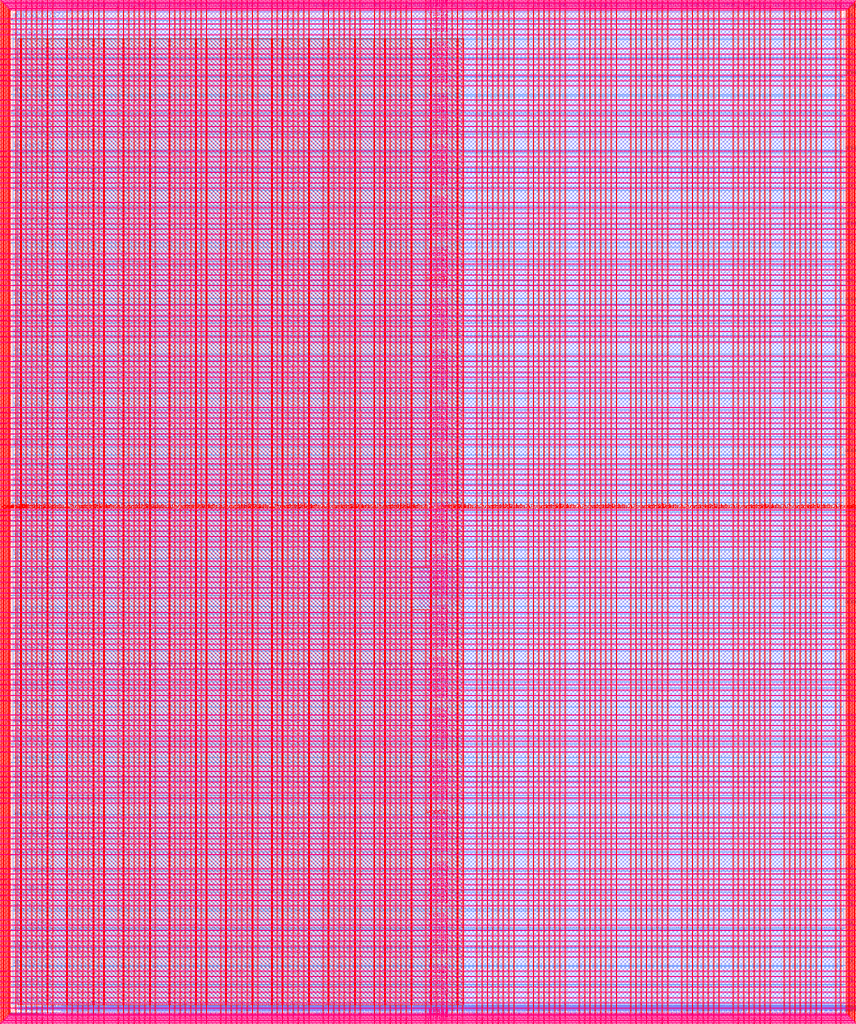
<source format=lef>
VERSION 5.7 ;
  NOWIREEXTENSIONATPIN ON ;
  DIVIDERCHAR "/" ;
  BUSBITCHARS "[]" ;
MACRO user_project_wrapper
  CLASS BLOCK ;
  FOREIGN user_project_wrapper ;
  ORIGIN 0.000 0.000 ;
  SIZE 2920.000 BY 3520.000 ;
  PIN analog_io[0]
    DIRECTION INOUT ;
    USE SIGNAL ;
    PORT
      LAYER met3 ;
        RECT 2917.600 1426.380 2924.800 1427.580 ;
    END
  END analog_io[0]
  PIN analog_io[10]
    DIRECTION INOUT ;
    USE SIGNAL ;
    PORT
      LAYER met2 ;
        RECT 2230.490 3517.600 2231.050 3524.800 ;
    END
  END analog_io[10]
  PIN analog_io[11]
    DIRECTION INOUT ;
    USE SIGNAL ;
    PORT
      LAYER met2 ;
        RECT 1905.730 3517.600 1906.290 3524.800 ;
    END
  END analog_io[11]
  PIN analog_io[12]
    DIRECTION INOUT ;
    USE SIGNAL ;
    PORT
      LAYER met2 ;
        RECT 1581.430 3517.600 1581.990 3524.800 ;
    END
  END analog_io[12]
  PIN analog_io[13]
    DIRECTION INOUT ;
    USE SIGNAL ;
    PORT
      LAYER met2 ;
        RECT 1257.130 3517.600 1257.690 3524.800 ;
    END
  END analog_io[13]
  PIN analog_io[14]
    DIRECTION INOUT ;
    USE SIGNAL ;
    PORT
      LAYER met2 ;
        RECT 932.370 3517.600 932.930 3524.800 ;
    END
  END analog_io[14]
  PIN analog_io[15]
    DIRECTION INOUT ;
    USE SIGNAL ;
    PORT
      LAYER met2 ;
        RECT 608.070 3517.600 608.630 3524.800 ;
    END
  END analog_io[15]
  PIN analog_io[16]
    DIRECTION INOUT ;
    USE SIGNAL ;
    PORT
      LAYER met2 ;
        RECT 283.770 3517.600 284.330 3524.800 ;
    END
  END analog_io[16]
  PIN analog_io[17]
    DIRECTION INOUT ;
    USE SIGNAL ;
    PORT
      LAYER met3 ;
        RECT -4.800 3486.100 2.400 3487.300 ;
    END
  END analog_io[17]
  PIN analog_io[18]
    DIRECTION INOUT ;
    USE SIGNAL ;
    PORT
      LAYER met3 ;
        RECT -4.800 3224.980 2.400 3226.180 ;
    END
  END analog_io[18]
  PIN analog_io[19]
    DIRECTION INOUT ;
    USE SIGNAL ;
    PORT
      LAYER met3 ;
        RECT -4.800 2964.540 2.400 2965.740 ;
    END
  END analog_io[19]
  PIN analog_io[1]
    DIRECTION INOUT ;
    USE SIGNAL ;
    PORT
      LAYER met3 ;
        RECT 2917.600 1692.260 2924.800 1693.460 ;
    END
  END analog_io[1]
  PIN analog_io[20]
    DIRECTION INOUT ;
    USE SIGNAL ;
    PORT
      LAYER met3 ;
        RECT -4.800 2703.420 2.400 2704.620 ;
    END
  END analog_io[20]
  PIN analog_io[21]
    DIRECTION INOUT ;
    USE SIGNAL ;
    PORT
      LAYER met3 ;
        RECT -4.800 2442.980 2.400 2444.180 ;
    END
  END analog_io[21]
  PIN analog_io[22]
    DIRECTION INOUT ;
    USE SIGNAL ;
    PORT
      LAYER met3 ;
        RECT -4.800 2182.540 2.400 2183.740 ;
    END
  END analog_io[22]
  PIN analog_io[23]
    DIRECTION INOUT ;
    USE SIGNAL ;
    PORT
      LAYER met3 ;
        RECT -4.800 1921.420 2.400 1922.620 ;
    END
  END analog_io[23]
  PIN analog_io[24]
    DIRECTION INOUT ;
    USE SIGNAL ;
    PORT
      LAYER met3 ;
        RECT -4.800 1660.980 2.400 1662.180 ;
    END
  END analog_io[24]
  PIN analog_io[25]
    DIRECTION INOUT ;
    USE SIGNAL ;
    PORT
      LAYER met3 ;
        RECT -4.800 1399.860 2.400 1401.060 ;
    END
  END analog_io[25]
  PIN analog_io[26]
    DIRECTION INOUT ;
    USE SIGNAL ;
    PORT
      LAYER met3 ;
        RECT -4.800 1139.420 2.400 1140.620 ;
    END
  END analog_io[26]
  PIN analog_io[27]
    DIRECTION INOUT ;
    USE SIGNAL ;
    PORT
      LAYER met3 ;
        RECT -4.800 878.980 2.400 880.180 ;
    END
  END analog_io[27]
  PIN analog_io[28]
    DIRECTION INOUT ;
    USE SIGNAL ;
    PORT
      LAYER met3 ;
        RECT -4.800 617.860 2.400 619.060 ;
    END
  END analog_io[28]
  PIN analog_io[2]
    DIRECTION INOUT ;
    USE SIGNAL ;
    PORT
      LAYER met3 ;
        RECT 2917.600 1958.140 2924.800 1959.340 ;
    END
  END analog_io[2]
  PIN analog_io[3]
    DIRECTION INOUT ;
    USE SIGNAL ;
    PORT
      LAYER met3 ;
        RECT 2917.600 2223.340 2924.800 2224.540 ;
    END
  END analog_io[3]
  PIN analog_io[4]
    DIRECTION INOUT ;
    USE SIGNAL ;
    PORT
      LAYER met3 ;
        RECT 2917.600 2489.220 2924.800 2490.420 ;
    END
  END analog_io[4]
  PIN analog_io[5]
    DIRECTION INOUT ;
    USE SIGNAL ;
    PORT
      LAYER met3 ;
        RECT 2917.600 2755.100 2924.800 2756.300 ;
    END
  END analog_io[5]
  PIN analog_io[6]
    DIRECTION INOUT ;
    USE SIGNAL ;
    PORT
      LAYER met3 ;
        RECT 2917.600 3020.300 2924.800 3021.500 ;
    END
  END analog_io[6]
  PIN analog_io[7]
    DIRECTION INOUT ;
    USE SIGNAL ;
    PORT
      LAYER met3 ;
        RECT 2917.600 3286.180 2924.800 3287.380 ;
    END
  END analog_io[7]
  PIN analog_io[8]
    DIRECTION INOUT ;
    USE SIGNAL ;
    PORT
      LAYER met2 ;
        RECT 2879.090 3517.600 2879.650 3524.800 ;
    END
  END analog_io[8]
  PIN analog_io[9]
    DIRECTION INOUT ;
    USE SIGNAL ;
    PORT
      LAYER met2 ;
        RECT 2554.790 3517.600 2555.350 3524.800 ;
    END
  END analog_io[9]
  PIN io_in[0]
    DIRECTION INPUT ;
    USE SIGNAL ;
    PORT
      LAYER met3 ;
        RECT 2917.600 32.380 2924.800 33.580 ;
    END
  END io_in[0]
  PIN io_in[10]
    DIRECTION INPUT ;
    USE SIGNAL ;
    PORT
      LAYER met3 ;
        RECT 2917.600 2289.980 2924.800 2291.180 ;
    END
  END io_in[10]
  PIN io_in[11]
    DIRECTION INPUT ;
    USE SIGNAL ;
    PORT
      LAYER met3 ;
        RECT 2917.600 2555.860 2924.800 2557.060 ;
    END
  END io_in[11]
  PIN io_in[12]
    DIRECTION INPUT ;
    USE SIGNAL ;
    PORT
      LAYER met3 ;
        RECT 2917.600 2821.060 2924.800 2822.260 ;
    END
  END io_in[12]
  PIN io_in[13]
    DIRECTION INPUT ;
    USE SIGNAL ;
    PORT
      LAYER met3 ;
        RECT 2917.600 3086.940 2924.800 3088.140 ;
    END
  END io_in[13]
  PIN io_in[14]
    DIRECTION INPUT ;
    USE SIGNAL ;
    PORT
      LAYER met3 ;
        RECT 2917.600 3352.820 2924.800 3354.020 ;
    END
  END io_in[14]
  PIN io_in[15]
    DIRECTION INPUT ;
    USE SIGNAL ;
    PORT
      LAYER met2 ;
        RECT 2798.130 3517.600 2798.690 3524.800 ;
    END
  END io_in[15]
  PIN io_in[16]
    DIRECTION INPUT ;
    USE SIGNAL ;
    PORT
      LAYER met2 ;
        RECT 2473.830 3517.600 2474.390 3524.800 ;
    END
  END io_in[16]
  PIN io_in[17]
    DIRECTION INPUT ;
    USE SIGNAL ;
    PORT
      LAYER met2 ;
        RECT 2149.070 3517.600 2149.630 3524.800 ;
    END
  END io_in[17]
  PIN io_in[18]
    DIRECTION INPUT ;
    USE SIGNAL ;
    PORT
      LAYER met2 ;
        RECT 1824.770 3517.600 1825.330 3524.800 ;
    END
  END io_in[18]
  PIN io_in[19]
    DIRECTION INPUT ;
    USE SIGNAL ;
    PORT
      LAYER met2 ;
        RECT 1500.470 3517.600 1501.030 3524.800 ;
    END
  END io_in[19]
  PIN io_in[1]
    DIRECTION INPUT ;
    USE SIGNAL ;
    PORT
      LAYER met3 ;
        RECT 2917.600 230.940 2924.800 232.140 ;
    END
  END io_in[1]
  PIN io_in[20]
    DIRECTION INPUT ;
    USE SIGNAL ;
    PORT
      LAYER met2 ;
        RECT 1175.710 3517.600 1176.270 3524.800 ;
    END
  END io_in[20]
  PIN io_in[21]
    DIRECTION INPUT ;
    USE SIGNAL ;
    PORT
      LAYER met2 ;
        RECT 851.410 3517.600 851.970 3524.800 ;
    END
  END io_in[21]
  PIN io_in[22]
    DIRECTION INPUT ;
    USE SIGNAL ;
    PORT
      LAYER met2 ;
        RECT 527.110 3517.600 527.670 3524.800 ;
    END
  END io_in[22]
  PIN io_in[23]
    DIRECTION INPUT ;
    USE SIGNAL ;
    PORT
      LAYER met2 ;
        RECT 202.350 3517.600 202.910 3524.800 ;
    END
  END io_in[23]
  PIN io_in[24]
    DIRECTION INPUT ;
    USE SIGNAL ;
    PORT
      LAYER met3 ;
        RECT -4.800 3420.820 2.400 3422.020 ;
    END
  END io_in[24]
  PIN io_in[25]
    DIRECTION INPUT ;
    USE SIGNAL ;
    PORT
      LAYER met3 ;
        RECT -4.800 3159.700 2.400 3160.900 ;
    END
  END io_in[25]
  PIN io_in[26]
    DIRECTION INPUT ;
    USE SIGNAL ;
    PORT
      LAYER met3 ;
        RECT -4.800 2899.260 2.400 2900.460 ;
    END
  END io_in[26]
  PIN io_in[27]
    DIRECTION INPUT ;
    USE SIGNAL ;
    PORT
      LAYER met3 ;
        RECT -4.800 2638.820 2.400 2640.020 ;
    END
  END io_in[27]
  PIN io_in[28]
    DIRECTION INPUT ;
    USE SIGNAL ;
    PORT
      LAYER met3 ;
        RECT -4.800 2377.700 2.400 2378.900 ;
    END
  END io_in[28]
  PIN io_in[29]
    DIRECTION INPUT ;
    USE SIGNAL ;
    PORT
      LAYER met3 ;
        RECT -4.800 2117.260 2.400 2118.460 ;
    END
  END io_in[29]
  PIN io_in[2]
    DIRECTION INPUT ;
    USE SIGNAL ;
    PORT
      LAYER met3 ;
        RECT 2917.600 430.180 2924.800 431.380 ;
    END
  END io_in[2]
  PIN io_in[30]
    DIRECTION INPUT ;
    USE SIGNAL ;
    PORT
      LAYER met3 ;
        RECT -4.800 1856.140 2.400 1857.340 ;
    END
  END io_in[30]
  PIN io_in[31]
    DIRECTION INPUT ;
    USE SIGNAL ;
    PORT
      LAYER met3 ;
        RECT -4.800 1595.700 2.400 1596.900 ;
    END
  END io_in[31]
  PIN io_in[32]
    DIRECTION INPUT ;
    USE SIGNAL ;
    PORT
      LAYER met3 ;
        RECT -4.800 1335.260 2.400 1336.460 ;
    END
  END io_in[32]
  PIN io_in[33]
    DIRECTION INPUT ;
    USE SIGNAL ;
    PORT
      LAYER met3 ;
        RECT -4.800 1074.140 2.400 1075.340 ;
    END
  END io_in[33]
  PIN io_in[34]
    DIRECTION INPUT ;
    USE SIGNAL ;
    PORT
      LAYER met3 ;
        RECT -4.800 813.700 2.400 814.900 ;
    END
  END io_in[34]
  PIN io_in[35]
    DIRECTION INPUT ;
    USE SIGNAL ;
    PORT
      LAYER met3 ;
        RECT -4.800 552.580 2.400 553.780 ;
    END
  END io_in[35]
  PIN io_in[36]
    DIRECTION INPUT ;
    USE SIGNAL ;
    PORT
      LAYER met3 ;
        RECT -4.800 357.420 2.400 358.620 ;
    END
  END io_in[36]
  PIN io_in[37]
    DIRECTION INPUT ;
    USE SIGNAL ;
    PORT
      LAYER met3 ;
        RECT -4.800 161.580 2.400 162.780 ;
    END
  END io_in[37]
  PIN io_in[3]
    DIRECTION INPUT ;
    USE SIGNAL ;
    PORT
      LAYER met3 ;
        RECT 2917.600 629.420 2924.800 630.620 ;
    END
  END io_in[3]
  PIN io_in[4]
    DIRECTION INPUT ;
    USE SIGNAL ;
    PORT
      LAYER met3 ;
        RECT 2917.600 828.660 2924.800 829.860 ;
    END
  END io_in[4]
  PIN io_in[5]
    DIRECTION INPUT ;
    USE SIGNAL ;
    PORT
      LAYER met3 ;
        RECT 2917.600 1027.900 2924.800 1029.100 ;
    END
  END io_in[5]
  PIN io_in[6]
    DIRECTION INPUT ;
    USE SIGNAL ;
    PORT
      LAYER met3 ;
        RECT 2917.600 1227.140 2924.800 1228.340 ;
    END
  END io_in[6]
  PIN io_in[7]
    DIRECTION INPUT ;
    USE SIGNAL ;
    PORT
      LAYER met3 ;
        RECT 2917.600 1493.020 2924.800 1494.220 ;
    END
  END io_in[7]
  PIN io_in[8]
    DIRECTION INPUT ;
    USE SIGNAL ;
    PORT
      LAYER met3 ;
        RECT 2917.600 1758.900 2924.800 1760.100 ;
    END
  END io_in[8]
  PIN io_in[9]
    DIRECTION INPUT ;
    USE SIGNAL ;
    PORT
      LAYER met3 ;
        RECT 2917.600 2024.100 2924.800 2025.300 ;
    END
  END io_in[9]
  PIN io_oeb[0]
    DIRECTION OUTPUT TRISTATE ;
    USE SIGNAL ;
    PORT
      LAYER met3 ;
        RECT 2917.600 164.980 2924.800 166.180 ;
    END
  END io_oeb[0]
  PIN io_oeb[10]
    DIRECTION OUTPUT TRISTATE ;
    USE SIGNAL ;
    PORT
      LAYER met3 ;
        RECT 2917.600 2422.580 2924.800 2423.780 ;
    END
  END io_oeb[10]
  PIN io_oeb[11]
    DIRECTION OUTPUT TRISTATE ;
    USE SIGNAL ;
    PORT
      LAYER met3 ;
        RECT 2917.600 2688.460 2924.800 2689.660 ;
    END
  END io_oeb[11]
  PIN io_oeb[12]
    DIRECTION OUTPUT TRISTATE ;
    USE SIGNAL ;
    PORT
      LAYER met3 ;
        RECT 2917.600 2954.340 2924.800 2955.540 ;
    END
  END io_oeb[12]
  PIN io_oeb[13]
    DIRECTION OUTPUT TRISTATE ;
    USE SIGNAL ;
    PORT
      LAYER met3 ;
        RECT 2917.600 3219.540 2924.800 3220.740 ;
    END
  END io_oeb[13]
  PIN io_oeb[14]
    DIRECTION OUTPUT TRISTATE ;
    USE SIGNAL ;
    PORT
      LAYER met3 ;
        RECT 2917.600 3485.420 2924.800 3486.620 ;
    END
  END io_oeb[14]
  PIN io_oeb[15]
    DIRECTION OUTPUT TRISTATE ;
    USE SIGNAL ;
    PORT
      LAYER met2 ;
        RECT 2635.750 3517.600 2636.310 3524.800 ;
    END
  END io_oeb[15]
  PIN io_oeb[16]
    DIRECTION OUTPUT TRISTATE ;
    USE SIGNAL ;
    PORT
      LAYER met2 ;
        RECT 2311.450 3517.600 2312.010 3524.800 ;
    END
  END io_oeb[16]
  PIN io_oeb[17]
    DIRECTION OUTPUT TRISTATE ;
    USE SIGNAL ;
    PORT
      LAYER met2 ;
        RECT 1987.150 3517.600 1987.710 3524.800 ;
    END
  END io_oeb[17]
  PIN io_oeb[18]
    DIRECTION OUTPUT TRISTATE ;
    USE SIGNAL ;
    PORT
      LAYER met2 ;
        RECT 1662.390 3517.600 1662.950 3524.800 ;
    END
  END io_oeb[18]
  PIN io_oeb[19]
    DIRECTION OUTPUT TRISTATE ;
    USE SIGNAL ;
    PORT
      LAYER met2 ;
        RECT 1338.090 3517.600 1338.650 3524.800 ;
    END
  END io_oeb[19]
  PIN io_oeb[1]
    DIRECTION OUTPUT TRISTATE ;
    USE SIGNAL ;
    PORT
      LAYER met3 ;
        RECT 2917.600 364.220 2924.800 365.420 ;
    END
  END io_oeb[1]
  PIN io_oeb[20]
    DIRECTION OUTPUT TRISTATE ;
    USE SIGNAL ;
    PORT
      LAYER met2 ;
        RECT 1013.790 3517.600 1014.350 3524.800 ;
    END
  END io_oeb[20]
  PIN io_oeb[21]
    DIRECTION OUTPUT TRISTATE ;
    USE SIGNAL ;
    PORT
      LAYER met2 ;
        RECT 689.030 3517.600 689.590 3524.800 ;
    END
  END io_oeb[21]
  PIN io_oeb[22]
    DIRECTION OUTPUT TRISTATE ;
    USE SIGNAL ;
    PORT
      LAYER met2 ;
        RECT 364.730 3517.600 365.290 3524.800 ;
    END
  END io_oeb[22]
  PIN io_oeb[23]
    DIRECTION OUTPUT TRISTATE ;
    USE SIGNAL ;
    PORT
      LAYER met2 ;
        RECT 40.430 3517.600 40.990 3524.800 ;
    END
  END io_oeb[23]
  PIN io_oeb[24]
    DIRECTION OUTPUT TRISTATE ;
    USE SIGNAL ;
    PORT
      LAYER met3 ;
        RECT -4.800 3290.260 2.400 3291.460 ;
    END
  END io_oeb[24]
  PIN io_oeb[25]
    DIRECTION OUTPUT TRISTATE ;
    USE SIGNAL ;
    PORT
      LAYER met3 ;
        RECT -4.800 3029.820 2.400 3031.020 ;
    END
  END io_oeb[25]
  PIN io_oeb[26]
    DIRECTION OUTPUT TRISTATE ;
    USE SIGNAL ;
    PORT
      LAYER met3 ;
        RECT -4.800 2768.700 2.400 2769.900 ;
    END
  END io_oeb[26]
  PIN io_oeb[27]
    DIRECTION OUTPUT TRISTATE ;
    USE SIGNAL ;
    PORT
      LAYER met3 ;
        RECT -4.800 2508.260 2.400 2509.460 ;
    END
  END io_oeb[27]
  PIN io_oeb[28]
    DIRECTION OUTPUT TRISTATE ;
    USE SIGNAL ;
    PORT
      LAYER met3 ;
        RECT -4.800 2247.140 2.400 2248.340 ;
    END
  END io_oeb[28]
  PIN io_oeb[29]
    DIRECTION OUTPUT TRISTATE ;
    USE SIGNAL ;
    PORT
      LAYER met3 ;
        RECT -4.800 1986.700 2.400 1987.900 ;
    END
  END io_oeb[29]
  PIN io_oeb[2]
    DIRECTION OUTPUT TRISTATE ;
    USE SIGNAL ;
    PORT
      LAYER met3 ;
        RECT 2917.600 563.460 2924.800 564.660 ;
    END
  END io_oeb[2]
  PIN io_oeb[30]
    DIRECTION OUTPUT TRISTATE ;
    USE SIGNAL ;
    PORT
      LAYER met3 ;
        RECT -4.800 1726.260 2.400 1727.460 ;
    END
  END io_oeb[30]
  PIN io_oeb[31]
    DIRECTION OUTPUT TRISTATE ;
    USE SIGNAL ;
    PORT
      LAYER met3 ;
        RECT -4.800 1465.140 2.400 1466.340 ;
    END
  END io_oeb[31]
  PIN io_oeb[32]
    DIRECTION OUTPUT TRISTATE ;
    USE SIGNAL ;
    PORT
      LAYER met3 ;
        RECT -4.800 1204.700 2.400 1205.900 ;
    END
  END io_oeb[32]
  PIN io_oeb[33]
    DIRECTION OUTPUT TRISTATE ;
    USE SIGNAL ;
    PORT
      LAYER met3 ;
        RECT -4.800 943.580 2.400 944.780 ;
    END
  END io_oeb[33]
  PIN io_oeb[34]
    DIRECTION OUTPUT TRISTATE ;
    USE SIGNAL ;
    PORT
      LAYER met3 ;
        RECT -4.800 683.140 2.400 684.340 ;
    END
  END io_oeb[34]
  PIN io_oeb[35]
    DIRECTION OUTPUT TRISTATE ;
    USE SIGNAL ;
    PORT
      LAYER met3 ;
        RECT -4.800 422.700 2.400 423.900 ;
    END
  END io_oeb[35]
  PIN io_oeb[36]
    DIRECTION OUTPUT TRISTATE ;
    USE SIGNAL ;
    PORT
      LAYER met3 ;
        RECT -4.800 226.860 2.400 228.060 ;
    END
  END io_oeb[36]
  PIN io_oeb[37]
    DIRECTION OUTPUT TRISTATE ;
    USE SIGNAL ;
    PORT
      LAYER met3 ;
        RECT -4.800 31.700 2.400 32.900 ;
    END
  END io_oeb[37]
  PIN io_oeb[3]
    DIRECTION OUTPUT TRISTATE ;
    USE SIGNAL ;
    PORT
      LAYER met3 ;
        RECT 2917.600 762.700 2924.800 763.900 ;
    END
  END io_oeb[3]
  PIN io_oeb[4]
    DIRECTION OUTPUT TRISTATE ;
    USE SIGNAL ;
    PORT
      LAYER met3 ;
        RECT 2917.600 961.940 2924.800 963.140 ;
    END
  END io_oeb[4]
  PIN io_oeb[5]
    DIRECTION OUTPUT TRISTATE ;
    USE SIGNAL ;
    PORT
      LAYER met3 ;
        RECT 2917.600 1161.180 2924.800 1162.380 ;
    END
  END io_oeb[5]
  PIN io_oeb[6]
    DIRECTION OUTPUT TRISTATE ;
    USE SIGNAL ;
    PORT
      LAYER met3 ;
        RECT 2917.600 1360.420 2924.800 1361.620 ;
    END
  END io_oeb[6]
  PIN io_oeb[7]
    DIRECTION OUTPUT TRISTATE ;
    USE SIGNAL ;
    PORT
      LAYER met3 ;
        RECT 2917.600 1625.620 2924.800 1626.820 ;
    END
  END io_oeb[7]
  PIN io_oeb[8]
    DIRECTION OUTPUT TRISTATE ;
    USE SIGNAL ;
    PORT
      LAYER met3 ;
        RECT 2917.600 1891.500 2924.800 1892.700 ;
    END
  END io_oeb[8]
  PIN io_oeb[9]
    DIRECTION OUTPUT TRISTATE ;
    USE SIGNAL ;
    PORT
      LAYER met3 ;
        RECT 2917.600 2157.380 2924.800 2158.580 ;
    END
  END io_oeb[9]
  PIN io_out[0]
    DIRECTION OUTPUT TRISTATE ;
    USE SIGNAL ;
    PORT
      LAYER met3 ;
        RECT 2917.600 98.340 2924.800 99.540 ;
    END
  END io_out[0]
  PIN io_out[10]
    DIRECTION OUTPUT TRISTATE ;
    USE SIGNAL ;
    PORT
      LAYER met3 ;
        RECT 2917.600 2356.620 2924.800 2357.820 ;
    END
  END io_out[10]
  PIN io_out[11]
    DIRECTION OUTPUT TRISTATE ;
    USE SIGNAL ;
    PORT
      LAYER met3 ;
        RECT 2917.600 2621.820 2924.800 2623.020 ;
    END
  END io_out[11]
  PIN io_out[12]
    DIRECTION OUTPUT TRISTATE ;
    USE SIGNAL ;
    PORT
      LAYER met3 ;
        RECT 2917.600 2887.700 2924.800 2888.900 ;
    END
  END io_out[12]
  PIN io_out[13]
    DIRECTION OUTPUT TRISTATE ;
    USE SIGNAL ;
    PORT
      LAYER met3 ;
        RECT 2917.600 3153.580 2924.800 3154.780 ;
    END
  END io_out[13]
  PIN io_out[14]
    DIRECTION OUTPUT TRISTATE ;
    USE SIGNAL ;
    PORT
      LAYER met3 ;
        RECT 2917.600 3418.780 2924.800 3419.980 ;
    END
  END io_out[14]
  PIN io_out[15]
    DIRECTION OUTPUT TRISTATE ;
    USE SIGNAL ;
    PORT
      LAYER met2 ;
        RECT 2717.170 3517.600 2717.730 3524.800 ;
    END
  END io_out[15]
  PIN io_out[16]
    DIRECTION OUTPUT TRISTATE ;
    USE SIGNAL ;
    PORT
      LAYER met2 ;
        RECT 2392.410 3517.600 2392.970 3524.800 ;
    END
  END io_out[16]
  PIN io_out[17]
    DIRECTION OUTPUT TRISTATE ;
    USE SIGNAL ;
    PORT
      LAYER met2 ;
        RECT 2068.110 3517.600 2068.670 3524.800 ;
    END
  END io_out[17]
  PIN io_out[18]
    DIRECTION OUTPUT TRISTATE ;
    USE SIGNAL ;
    PORT
      LAYER met2 ;
        RECT 1743.810 3517.600 1744.370 3524.800 ;
    END
  END io_out[18]
  PIN io_out[19]
    DIRECTION OUTPUT TRISTATE ;
    USE SIGNAL ;
    PORT
      LAYER met2 ;
        RECT 1419.050 3517.600 1419.610 3524.800 ;
    END
  END io_out[19]
  PIN io_out[1]
    DIRECTION OUTPUT TRISTATE ;
    USE SIGNAL ;
    PORT
      LAYER met3 ;
        RECT 2917.600 297.580 2924.800 298.780 ;
    END
  END io_out[1]
  PIN io_out[20]
    DIRECTION OUTPUT TRISTATE ;
    USE SIGNAL ;
    PORT
      LAYER met2 ;
        RECT 1094.750 3517.600 1095.310 3524.800 ;
    END
  END io_out[20]
  PIN io_out[21]
    DIRECTION OUTPUT TRISTATE ;
    USE SIGNAL ;
    PORT
      LAYER met2 ;
        RECT 770.450 3517.600 771.010 3524.800 ;
    END
  END io_out[21]
  PIN io_out[22]
    DIRECTION OUTPUT TRISTATE ;
    USE SIGNAL ;
    PORT
      LAYER met2 ;
        RECT 445.690 3517.600 446.250 3524.800 ;
    END
  END io_out[22]
  PIN io_out[23]
    DIRECTION OUTPUT TRISTATE ;
    USE SIGNAL ;
    PORT
      LAYER met2 ;
        RECT 121.390 3517.600 121.950 3524.800 ;
    END
  END io_out[23]
  PIN io_out[24]
    DIRECTION OUTPUT TRISTATE ;
    USE SIGNAL ;
    PORT
      LAYER met3 ;
        RECT -4.800 3355.540 2.400 3356.740 ;
    END
  END io_out[24]
  PIN io_out[25]
    DIRECTION OUTPUT TRISTATE ;
    USE SIGNAL ;
    PORT
      LAYER met3 ;
        RECT -4.800 3095.100 2.400 3096.300 ;
    END
  END io_out[25]
  PIN io_out[26]
    DIRECTION OUTPUT TRISTATE ;
    USE SIGNAL ;
    PORT
      LAYER met3 ;
        RECT -4.800 2833.980 2.400 2835.180 ;
    END
  END io_out[26]
  PIN io_out[27]
    DIRECTION OUTPUT TRISTATE ;
    USE SIGNAL ;
    PORT
      LAYER met3 ;
        RECT -4.800 2573.540 2.400 2574.740 ;
    END
  END io_out[27]
  PIN io_out[28]
    DIRECTION OUTPUT TRISTATE ;
    USE SIGNAL ;
    PORT
      LAYER met3 ;
        RECT -4.800 2312.420 2.400 2313.620 ;
    END
  END io_out[28]
  PIN io_out[29]
    DIRECTION OUTPUT TRISTATE ;
    USE SIGNAL ;
    PORT
      LAYER met3 ;
        RECT -4.800 2051.980 2.400 2053.180 ;
    END
  END io_out[29]
  PIN io_out[2]
    DIRECTION OUTPUT TRISTATE ;
    USE SIGNAL ;
    PORT
      LAYER met3 ;
        RECT 2917.600 496.820 2924.800 498.020 ;
    END
  END io_out[2]
  PIN io_out[30]
    DIRECTION OUTPUT TRISTATE ;
    USE SIGNAL ;
    PORT
      LAYER met3 ;
        RECT -4.800 1791.540 2.400 1792.740 ;
    END
  END io_out[30]
  PIN io_out[31]
    DIRECTION OUTPUT TRISTATE ;
    USE SIGNAL ;
    PORT
      LAYER met3 ;
        RECT -4.800 1530.420 2.400 1531.620 ;
    END
  END io_out[31]
  PIN io_out[32]
    DIRECTION OUTPUT TRISTATE ;
    USE SIGNAL ;
    PORT
      LAYER met3 ;
        RECT -4.800 1269.980 2.400 1271.180 ;
    END
  END io_out[32]
  PIN io_out[33]
    DIRECTION OUTPUT TRISTATE ;
    USE SIGNAL ;
    PORT
      LAYER met3 ;
        RECT -4.800 1008.860 2.400 1010.060 ;
    END
  END io_out[33]
  PIN io_out[34]
    DIRECTION OUTPUT TRISTATE ;
    USE SIGNAL ;
    PORT
      LAYER met3 ;
        RECT -4.800 748.420 2.400 749.620 ;
    END
  END io_out[34]
  PIN io_out[35]
    DIRECTION OUTPUT TRISTATE ;
    USE SIGNAL ;
    PORT
      LAYER met3 ;
        RECT -4.800 487.300 2.400 488.500 ;
    END
  END io_out[35]
  PIN io_out[36]
    DIRECTION OUTPUT TRISTATE ;
    USE SIGNAL ;
    PORT
      LAYER met3 ;
        RECT -4.800 292.140 2.400 293.340 ;
    END
  END io_out[36]
  PIN io_out[37]
    DIRECTION OUTPUT TRISTATE ;
    USE SIGNAL ;
    PORT
      LAYER met3 ;
        RECT -4.800 96.300 2.400 97.500 ;
    END
  END io_out[37]
  PIN io_out[3]
    DIRECTION OUTPUT TRISTATE ;
    USE SIGNAL ;
    PORT
      LAYER met3 ;
        RECT 2917.600 696.060 2924.800 697.260 ;
    END
  END io_out[3]
  PIN io_out[4]
    DIRECTION OUTPUT TRISTATE ;
    USE SIGNAL ;
    PORT
      LAYER met3 ;
        RECT 2917.600 895.300 2924.800 896.500 ;
    END
  END io_out[4]
  PIN io_out[5]
    DIRECTION OUTPUT TRISTATE ;
    USE SIGNAL ;
    PORT
      LAYER met3 ;
        RECT 2917.600 1094.540 2924.800 1095.740 ;
    END
  END io_out[5]
  PIN io_out[6]
    DIRECTION OUTPUT TRISTATE ;
    USE SIGNAL ;
    PORT
      LAYER met3 ;
        RECT 2917.600 1293.780 2924.800 1294.980 ;
    END
  END io_out[6]
  PIN io_out[7]
    DIRECTION OUTPUT TRISTATE ;
    USE SIGNAL ;
    PORT
      LAYER met3 ;
        RECT 2917.600 1559.660 2924.800 1560.860 ;
    END
  END io_out[7]
  PIN io_out[8]
    DIRECTION OUTPUT TRISTATE ;
    USE SIGNAL ;
    PORT
      LAYER met3 ;
        RECT 2917.600 1824.860 2924.800 1826.060 ;
    END
  END io_out[8]
  PIN io_out[9]
    DIRECTION OUTPUT TRISTATE ;
    USE SIGNAL ;
    PORT
      LAYER met3 ;
        RECT 2917.600 2090.740 2924.800 2091.940 ;
    END
  END io_out[9]
  PIN la_data_in[0]
    DIRECTION INPUT ;
    USE SIGNAL ;
    PORT
      LAYER met2 ;
        RECT 629.230 -4.800 629.790 2.400 ;
    END
  END la_data_in[0]
  PIN la_data_in[100]
    DIRECTION INPUT ;
    USE SIGNAL ;
    PORT
      LAYER met2 ;
        RECT 2402.530 -4.800 2403.090 2.400 ;
    END
  END la_data_in[100]
  PIN la_data_in[101]
    DIRECTION INPUT ;
    USE SIGNAL ;
    PORT
      LAYER met2 ;
        RECT 2420.010 -4.800 2420.570 2.400 ;
    END
  END la_data_in[101]
  PIN la_data_in[102]
    DIRECTION INPUT ;
    USE SIGNAL ;
    PORT
      LAYER met2 ;
        RECT 2437.950 -4.800 2438.510 2.400 ;
    END
  END la_data_in[102]
  PIN la_data_in[103]
    DIRECTION INPUT ;
    USE SIGNAL ;
    PORT
      LAYER met2 ;
        RECT 2455.430 -4.800 2455.990 2.400 ;
    END
  END la_data_in[103]
  PIN la_data_in[104]
    DIRECTION INPUT ;
    USE SIGNAL ;
    PORT
      LAYER met2 ;
        RECT 2473.370 -4.800 2473.930 2.400 ;
    END
  END la_data_in[104]
  PIN la_data_in[105]
    DIRECTION INPUT ;
    USE SIGNAL ;
    PORT
      LAYER met2 ;
        RECT 2490.850 -4.800 2491.410 2.400 ;
    END
  END la_data_in[105]
  PIN la_data_in[106]
    DIRECTION INPUT ;
    USE SIGNAL ;
    PORT
      LAYER met2 ;
        RECT 2508.790 -4.800 2509.350 2.400 ;
    END
  END la_data_in[106]
  PIN la_data_in[107]
    DIRECTION INPUT ;
    USE SIGNAL ;
    PORT
      LAYER met2 ;
        RECT 2526.730 -4.800 2527.290 2.400 ;
    END
  END la_data_in[107]
  PIN la_data_in[108]
    DIRECTION INPUT ;
    USE SIGNAL ;
    PORT
      LAYER met2 ;
        RECT 2544.210 -4.800 2544.770 2.400 ;
    END
  END la_data_in[108]
  PIN la_data_in[109]
    DIRECTION INPUT ;
    USE SIGNAL ;
    PORT
      LAYER met2 ;
        RECT 2562.150 -4.800 2562.710 2.400 ;
    END
  END la_data_in[109]
  PIN la_data_in[10]
    DIRECTION INPUT ;
    USE SIGNAL ;
    PORT
      LAYER met2 ;
        RECT 806.330 -4.800 806.890 2.400 ;
    END
  END la_data_in[10]
  PIN la_data_in[110]
    DIRECTION INPUT ;
    USE SIGNAL ;
    PORT
      LAYER met2 ;
        RECT 2579.630 -4.800 2580.190 2.400 ;
    END
  END la_data_in[110]
  PIN la_data_in[111]
    DIRECTION INPUT ;
    USE SIGNAL ;
    PORT
      LAYER met2 ;
        RECT 2597.570 -4.800 2598.130 2.400 ;
    END
  END la_data_in[111]
  PIN la_data_in[112]
    DIRECTION INPUT ;
    USE SIGNAL ;
    PORT
      LAYER met2 ;
        RECT 2615.050 -4.800 2615.610 2.400 ;
    END
  END la_data_in[112]
  PIN la_data_in[113]
    DIRECTION INPUT ;
    USE SIGNAL ;
    PORT
      LAYER met2 ;
        RECT 2632.990 -4.800 2633.550 2.400 ;
    END
  END la_data_in[113]
  PIN la_data_in[114]
    DIRECTION INPUT ;
    USE SIGNAL ;
    PORT
      LAYER met2 ;
        RECT 2650.470 -4.800 2651.030 2.400 ;
    END
  END la_data_in[114]
  PIN la_data_in[115]
    DIRECTION INPUT ;
    USE SIGNAL ;
    PORT
      LAYER met2 ;
        RECT 2668.410 -4.800 2668.970 2.400 ;
    END
  END la_data_in[115]
  PIN la_data_in[116]
    DIRECTION INPUT ;
    USE SIGNAL ;
    PORT
      LAYER met2 ;
        RECT 2685.890 -4.800 2686.450 2.400 ;
    END
  END la_data_in[116]
  PIN la_data_in[117]
    DIRECTION INPUT ;
    USE SIGNAL ;
    PORT
      LAYER met2 ;
        RECT 2703.830 -4.800 2704.390 2.400 ;
    END
  END la_data_in[117]
  PIN la_data_in[118]
    DIRECTION INPUT ;
    USE SIGNAL ;
    PORT
      LAYER met2 ;
        RECT 2721.770 -4.800 2722.330 2.400 ;
    END
  END la_data_in[118]
  PIN la_data_in[119]
    DIRECTION INPUT ;
    USE SIGNAL ;
    PORT
      LAYER met2 ;
        RECT 2739.250 -4.800 2739.810 2.400 ;
    END
  END la_data_in[119]
  PIN la_data_in[11]
    DIRECTION INPUT ;
    USE SIGNAL ;
    PORT
      LAYER met2 ;
        RECT 824.270 -4.800 824.830 2.400 ;
    END
  END la_data_in[11]
  PIN la_data_in[120]
    DIRECTION INPUT ;
    USE SIGNAL ;
    PORT
      LAYER met2 ;
        RECT 2757.190 -4.800 2757.750 2.400 ;
    END
  END la_data_in[120]
  PIN la_data_in[121]
    DIRECTION INPUT ;
    USE SIGNAL ;
    PORT
      LAYER met2 ;
        RECT 2774.670 -4.800 2775.230 2.400 ;
    END
  END la_data_in[121]
  PIN la_data_in[122]
    DIRECTION INPUT ;
    USE SIGNAL ;
    PORT
      LAYER met2 ;
        RECT 2792.610 -4.800 2793.170 2.400 ;
    END
  END la_data_in[122]
  PIN la_data_in[123]
    DIRECTION INPUT ;
    USE SIGNAL ;
    PORT
      LAYER met2 ;
        RECT 2810.090 -4.800 2810.650 2.400 ;
    END
  END la_data_in[123]
  PIN la_data_in[124]
    DIRECTION INPUT ;
    USE SIGNAL ;
    PORT
      LAYER met2 ;
        RECT 2828.030 -4.800 2828.590 2.400 ;
    END
  END la_data_in[124]
  PIN la_data_in[125]
    DIRECTION INPUT ;
    USE SIGNAL ;
    PORT
      LAYER met2 ;
        RECT 2845.510 -4.800 2846.070 2.400 ;
    END
  END la_data_in[125]
  PIN la_data_in[126]
    DIRECTION INPUT ;
    USE SIGNAL ;
    PORT
      LAYER met2 ;
        RECT 2863.450 -4.800 2864.010 2.400 ;
    END
  END la_data_in[126]
  PIN la_data_in[127]
    DIRECTION INPUT ;
    USE SIGNAL ;
    PORT
      LAYER met2 ;
        RECT 2881.390 -4.800 2881.950 2.400 ;
    END
  END la_data_in[127]
  PIN la_data_in[12]
    DIRECTION INPUT ;
    USE SIGNAL ;
    PORT
      LAYER met2 ;
        RECT 841.750 -4.800 842.310 2.400 ;
    END
  END la_data_in[12]
  PIN la_data_in[13]
    DIRECTION INPUT ;
    USE SIGNAL ;
    PORT
      LAYER met2 ;
        RECT 859.690 -4.800 860.250 2.400 ;
    END
  END la_data_in[13]
  PIN la_data_in[14]
    DIRECTION INPUT ;
    USE SIGNAL ;
    PORT
      LAYER met2 ;
        RECT 877.170 -4.800 877.730 2.400 ;
    END
  END la_data_in[14]
  PIN la_data_in[15]
    DIRECTION INPUT ;
    USE SIGNAL ;
    PORT
      LAYER met2 ;
        RECT 895.110 -4.800 895.670 2.400 ;
    END
  END la_data_in[15]
  PIN la_data_in[16]
    DIRECTION INPUT ;
    USE SIGNAL ;
    PORT
      LAYER met2 ;
        RECT 912.590 -4.800 913.150 2.400 ;
    END
  END la_data_in[16]
  PIN la_data_in[17]
    DIRECTION INPUT ;
    USE SIGNAL ;
    PORT
      LAYER met2 ;
        RECT 930.530 -4.800 931.090 2.400 ;
    END
  END la_data_in[17]
  PIN la_data_in[18]
    DIRECTION INPUT ;
    USE SIGNAL ;
    PORT
      LAYER met2 ;
        RECT 948.470 -4.800 949.030 2.400 ;
    END
  END la_data_in[18]
  PIN la_data_in[19]
    DIRECTION INPUT ;
    USE SIGNAL ;
    PORT
      LAYER met2 ;
        RECT 965.950 -4.800 966.510 2.400 ;
    END
  END la_data_in[19]
  PIN la_data_in[1]
    DIRECTION INPUT ;
    USE SIGNAL ;
    PORT
      LAYER met2 ;
        RECT 646.710 -4.800 647.270 2.400 ;
    END
  END la_data_in[1]
  PIN la_data_in[20]
    DIRECTION INPUT ;
    USE SIGNAL ;
    PORT
      LAYER met2 ;
        RECT 983.890 -4.800 984.450 2.400 ;
    END
  END la_data_in[20]
  PIN la_data_in[21]
    DIRECTION INPUT ;
    USE SIGNAL ;
    PORT
      LAYER met2 ;
        RECT 1001.370 -4.800 1001.930 2.400 ;
    END
  END la_data_in[21]
  PIN la_data_in[22]
    DIRECTION INPUT ;
    USE SIGNAL ;
    PORT
      LAYER met2 ;
        RECT 1019.310 -4.800 1019.870 2.400 ;
    END
  END la_data_in[22]
  PIN la_data_in[23]
    DIRECTION INPUT ;
    USE SIGNAL ;
    PORT
      LAYER met2 ;
        RECT 1036.790 -4.800 1037.350 2.400 ;
    END
  END la_data_in[23]
  PIN la_data_in[24]
    DIRECTION INPUT ;
    USE SIGNAL ;
    PORT
      LAYER met2 ;
        RECT 1054.730 -4.800 1055.290 2.400 ;
    END
  END la_data_in[24]
  PIN la_data_in[25]
    DIRECTION INPUT ;
    USE SIGNAL ;
    PORT
      LAYER met2 ;
        RECT 1072.210 -4.800 1072.770 2.400 ;
    END
  END la_data_in[25]
  PIN la_data_in[26]
    DIRECTION INPUT ;
    USE SIGNAL ;
    PORT
      LAYER met2 ;
        RECT 1090.150 -4.800 1090.710 2.400 ;
    END
  END la_data_in[26]
  PIN la_data_in[27]
    DIRECTION INPUT ;
    USE SIGNAL ;
    PORT
      LAYER met2 ;
        RECT 1107.630 -4.800 1108.190 2.400 ;
    END
  END la_data_in[27]
  PIN la_data_in[28]
    DIRECTION INPUT ;
    USE SIGNAL ;
    PORT
      LAYER met2 ;
        RECT 1125.570 -4.800 1126.130 2.400 ;
    END
  END la_data_in[28]
  PIN la_data_in[29]
    DIRECTION INPUT ;
    USE SIGNAL ;
    PORT
      LAYER met2 ;
        RECT 1143.510 -4.800 1144.070 2.400 ;
    END
  END la_data_in[29]
  PIN la_data_in[2]
    DIRECTION INPUT ;
    USE SIGNAL ;
    PORT
      LAYER met2 ;
        RECT 664.650 -4.800 665.210 2.400 ;
    END
  END la_data_in[2]
  PIN la_data_in[30]
    DIRECTION INPUT ;
    USE SIGNAL ;
    PORT
      LAYER met2 ;
        RECT 1160.990 -4.800 1161.550 2.400 ;
    END
  END la_data_in[30]
  PIN la_data_in[31]
    DIRECTION INPUT ;
    USE SIGNAL ;
    PORT
      LAYER met2 ;
        RECT 1178.930 -4.800 1179.490 2.400 ;
    END
  END la_data_in[31]
  PIN la_data_in[32]
    DIRECTION INPUT ;
    USE SIGNAL ;
    PORT
      LAYER met2 ;
        RECT 1196.410 -4.800 1196.970 2.400 ;
    END
  END la_data_in[32]
  PIN la_data_in[33]
    DIRECTION INPUT ;
    USE SIGNAL ;
    PORT
      LAYER met2 ;
        RECT 1214.350 -4.800 1214.910 2.400 ;
    END
  END la_data_in[33]
  PIN la_data_in[34]
    DIRECTION INPUT ;
    USE SIGNAL ;
    PORT
      LAYER met2 ;
        RECT 1231.830 -4.800 1232.390 2.400 ;
    END
  END la_data_in[34]
  PIN la_data_in[35]
    DIRECTION INPUT ;
    USE SIGNAL ;
    PORT
      LAYER met2 ;
        RECT 1249.770 -4.800 1250.330 2.400 ;
    END
  END la_data_in[35]
  PIN la_data_in[36]
    DIRECTION INPUT ;
    USE SIGNAL ;
    PORT
      LAYER met2 ;
        RECT 1267.250 -4.800 1267.810 2.400 ;
    END
  END la_data_in[36]
  PIN la_data_in[37]
    DIRECTION INPUT ;
    USE SIGNAL ;
    PORT
      LAYER met2 ;
        RECT 1285.190 -4.800 1285.750 2.400 ;
    END
  END la_data_in[37]
  PIN la_data_in[38]
    DIRECTION INPUT ;
    USE SIGNAL ;
    PORT
      LAYER met2 ;
        RECT 1303.130 -4.800 1303.690 2.400 ;
    END
  END la_data_in[38]
  PIN la_data_in[39]
    DIRECTION INPUT ;
    USE SIGNAL ;
    PORT
      LAYER met2 ;
        RECT 1320.610 -4.800 1321.170 2.400 ;
    END
  END la_data_in[39]
  PIN la_data_in[3]
    DIRECTION INPUT ;
    USE SIGNAL ;
    PORT
      LAYER met2 ;
        RECT 682.130 -4.800 682.690 2.400 ;
    END
  END la_data_in[3]
  PIN la_data_in[40]
    DIRECTION INPUT ;
    USE SIGNAL ;
    PORT
      LAYER met2 ;
        RECT 1338.550 -4.800 1339.110 2.400 ;
    END
  END la_data_in[40]
  PIN la_data_in[41]
    DIRECTION INPUT ;
    USE SIGNAL ;
    PORT
      LAYER met2 ;
        RECT 1356.030 -4.800 1356.590 2.400 ;
    END
  END la_data_in[41]
  PIN la_data_in[42]
    DIRECTION INPUT ;
    USE SIGNAL ;
    PORT
      LAYER met2 ;
        RECT 1373.970 -4.800 1374.530 2.400 ;
    END
  END la_data_in[42]
  PIN la_data_in[43]
    DIRECTION INPUT ;
    USE SIGNAL ;
    PORT
      LAYER met2 ;
        RECT 1391.450 -4.800 1392.010 2.400 ;
    END
  END la_data_in[43]
  PIN la_data_in[44]
    DIRECTION INPUT ;
    USE SIGNAL ;
    PORT
      LAYER met2 ;
        RECT 1409.390 -4.800 1409.950 2.400 ;
    END
  END la_data_in[44]
  PIN la_data_in[45]
    DIRECTION INPUT ;
    USE SIGNAL ;
    PORT
      LAYER met2 ;
        RECT 1426.870 -4.800 1427.430 2.400 ;
    END
  END la_data_in[45]
  PIN la_data_in[46]
    DIRECTION INPUT ;
    USE SIGNAL ;
    PORT
      LAYER met2 ;
        RECT 1444.810 -4.800 1445.370 2.400 ;
    END
  END la_data_in[46]
  PIN la_data_in[47]
    DIRECTION INPUT ;
    USE SIGNAL ;
    PORT
      LAYER met2 ;
        RECT 1462.750 -4.800 1463.310 2.400 ;
    END
  END la_data_in[47]
  PIN la_data_in[48]
    DIRECTION INPUT ;
    USE SIGNAL ;
    PORT
      LAYER met2 ;
        RECT 1480.230 -4.800 1480.790 2.400 ;
    END
  END la_data_in[48]
  PIN la_data_in[49]
    DIRECTION INPUT ;
    USE SIGNAL ;
    PORT
      LAYER met2 ;
        RECT 1498.170 -4.800 1498.730 2.400 ;
    END
  END la_data_in[49]
  PIN la_data_in[4]
    DIRECTION INPUT ;
    USE SIGNAL ;
    PORT
      LAYER met2 ;
        RECT 700.070 -4.800 700.630 2.400 ;
    END
  END la_data_in[4]
  PIN la_data_in[50]
    DIRECTION INPUT ;
    USE SIGNAL ;
    PORT
      LAYER met2 ;
        RECT 1515.650 -4.800 1516.210 2.400 ;
    END
  END la_data_in[50]
  PIN la_data_in[51]
    DIRECTION INPUT ;
    USE SIGNAL ;
    PORT
      LAYER met2 ;
        RECT 1533.590 -4.800 1534.150 2.400 ;
    END
  END la_data_in[51]
  PIN la_data_in[52]
    DIRECTION INPUT ;
    USE SIGNAL ;
    PORT
      LAYER met2 ;
        RECT 1551.070 -4.800 1551.630 2.400 ;
    END
  END la_data_in[52]
  PIN la_data_in[53]
    DIRECTION INPUT ;
    USE SIGNAL ;
    PORT
      LAYER met2 ;
        RECT 1569.010 -4.800 1569.570 2.400 ;
    END
  END la_data_in[53]
  PIN la_data_in[54]
    DIRECTION INPUT ;
    USE SIGNAL ;
    PORT
      LAYER met2 ;
        RECT 1586.490 -4.800 1587.050 2.400 ;
    END
  END la_data_in[54]
  PIN la_data_in[55]
    DIRECTION INPUT ;
    USE SIGNAL ;
    PORT
      LAYER met2 ;
        RECT 1604.430 -4.800 1604.990 2.400 ;
    END
  END la_data_in[55]
  PIN la_data_in[56]
    DIRECTION INPUT ;
    USE SIGNAL ;
    PORT
      LAYER met2 ;
        RECT 1621.910 -4.800 1622.470 2.400 ;
    END
  END la_data_in[56]
  PIN la_data_in[57]
    DIRECTION INPUT ;
    USE SIGNAL ;
    PORT
      LAYER met2 ;
        RECT 1639.850 -4.800 1640.410 2.400 ;
    END
  END la_data_in[57]
  PIN la_data_in[58]
    DIRECTION INPUT ;
    USE SIGNAL ;
    PORT
      LAYER met2 ;
        RECT 1657.790 -4.800 1658.350 2.400 ;
    END
  END la_data_in[58]
  PIN la_data_in[59]
    DIRECTION INPUT ;
    USE SIGNAL ;
    PORT
      LAYER met2 ;
        RECT 1675.270 -4.800 1675.830 2.400 ;
    END
  END la_data_in[59]
  PIN la_data_in[5]
    DIRECTION INPUT ;
    USE SIGNAL ;
    PORT
      LAYER met2 ;
        RECT 717.550 -4.800 718.110 2.400 ;
    END
  END la_data_in[5]
  PIN la_data_in[60]
    DIRECTION INPUT ;
    USE SIGNAL ;
    PORT
      LAYER met2 ;
        RECT 1693.210 -4.800 1693.770 2.400 ;
    END
  END la_data_in[60]
  PIN la_data_in[61]
    DIRECTION INPUT ;
    USE SIGNAL ;
    PORT
      LAYER met2 ;
        RECT 1710.690 -4.800 1711.250 2.400 ;
    END
  END la_data_in[61]
  PIN la_data_in[62]
    DIRECTION INPUT ;
    USE SIGNAL ;
    PORT
      LAYER met2 ;
        RECT 1728.630 -4.800 1729.190 2.400 ;
    END
  END la_data_in[62]
  PIN la_data_in[63]
    DIRECTION INPUT ;
    USE SIGNAL ;
    PORT
      LAYER met2 ;
        RECT 1746.110 -4.800 1746.670 2.400 ;
    END
  END la_data_in[63]
  PIN la_data_in[64]
    DIRECTION INPUT ;
    USE SIGNAL ;
    PORT
      LAYER met2 ;
        RECT 1764.050 -4.800 1764.610 2.400 ;
    END
  END la_data_in[64]
  PIN la_data_in[65]
    DIRECTION INPUT ;
    USE SIGNAL ;
    PORT
      LAYER met2 ;
        RECT 1781.530 -4.800 1782.090 2.400 ;
    END
  END la_data_in[65]
  PIN la_data_in[66]
    DIRECTION INPUT ;
    USE SIGNAL ;
    PORT
      LAYER met2 ;
        RECT 1799.470 -4.800 1800.030 2.400 ;
    END
  END la_data_in[66]
  PIN la_data_in[67]
    DIRECTION INPUT ;
    USE SIGNAL ;
    PORT
      LAYER met2 ;
        RECT 1817.410 -4.800 1817.970 2.400 ;
    END
  END la_data_in[67]
  PIN la_data_in[68]
    DIRECTION INPUT ;
    USE SIGNAL ;
    PORT
      LAYER met2 ;
        RECT 1834.890 -4.800 1835.450 2.400 ;
    END
  END la_data_in[68]
  PIN la_data_in[69]
    DIRECTION INPUT ;
    USE SIGNAL ;
    PORT
      LAYER met2 ;
        RECT 1852.830 -4.800 1853.390 2.400 ;
    END
  END la_data_in[69]
  PIN la_data_in[6]
    DIRECTION INPUT ;
    USE SIGNAL ;
    PORT
      LAYER met2 ;
        RECT 735.490 -4.800 736.050 2.400 ;
    END
  END la_data_in[6]
  PIN la_data_in[70]
    DIRECTION INPUT ;
    USE SIGNAL ;
    PORT
      LAYER met2 ;
        RECT 1870.310 -4.800 1870.870 2.400 ;
    END
  END la_data_in[70]
  PIN la_data_in[71]
    DIRECTION INPUT ;
    USE SIGNAL ;
    PORT
      LAYER met2 ;
        RECT 1888.250 -4.800 1888.810 2.400 ;
    END
  END la_data_in[71]
  PIN la_data_in[72]
    DIRECTION INPUT ;
    USE SIGNAL ;
    PORT
      LAYER met2 ;
        RECT 1905.730 -4.800 1906.290 2.400 ;
    END
  END la_data_in[72]
  PIN la_data_in[73]
    DIRECTION INPUT ;
    USE SIGNAL ;
    PORT
      LAYER met2 ;
        RECT 1923.670 -4.800 1924.230 2.400 ;
    END
  END la_data_in[73]
  PIN la_data_in[74]
    DIRECTION INPUT ;
    USE SIGNAL ;
    PORT
      LAYER met2 ;
        RECT 1941.150 -4.800 1941.710 2.400 ;
    END
  END la_data_in[74]
  PIN la_data_in[75]
    DIRECTION INPUT ;
    USE SIGNAL ;
    PORT
      LAYER met2 ;
        RECT 1959.090 -4.800 1959.650 2.400 ;
    END
  END la_data_in[75]
  PIN la_data_in[76]
    DIRECTION INPUT ;
    USE SIGNAL ;
    PORT
      LAYER met2 ;
        RECT 1976.570 -4.800 1977.130 2.400 ;
    END
  END la_data_in[76]
  PIN la_data_in[77]
    DIRECTION INPUT ;
    USE SIGNAL ;
    PORT
      LAYER met2 ;
        RECT 1994.510 -4.800 1995.070 2.400 ;
    END
  END la_data_in[77]
  PIN la_data_in[78]
    DIRECTION INPUT ;
    USE SIGNAL ;
    PORT
      LAYER met2 ;
        RECT 2012.450 -4.800 2013.010 2.400 ;
    END
  END la_data_in[78]
  PIN la_data_in[79]
    DIRECTION INPUT ;
    USE SIGNAL ;
    PORT
      LAYER met2 ;
        RECT 2029.930 -4.800 2030.490 2.400 ;
    END
  END la_data_in[79]
  PIN la_data_in[7]
    DIRECTION INPUT ;
    USE SIGNAL ;
    PORT
      LAYER met2 ;
        RECT 752.970 -4.800 753.530 2.400 ;
    END
  END la_data_in[7]
  PIN la_data_in[80]
    DIRECTION INPUT ;
    USE SIGNAL ;
    PORT
      LAYER met2 ;
        RECT 2047.870 -4.800 2048.430 2.400 ;
    END
  END la_data_in[80]
  PIN la_data_in[81]
    DIRECTION INPUT ;
    USE SIGNAL ;
    PORT
      LAYER met2 ;
        RECT 2065.350 -4.800 2065.910 2.400 ;
    END
  END la_data_in[81]
  PIN la_data_in[82]
    DIRECTION INPUT ;
    USE SIGNAL ;
    PORT
      LAYER met2 ;
        RECT 2083.290 -4.800 2083.850 2.400 ;
    END
  END la_data_in[82]
  PIN la_data_in[83]
    DIRECTION INPUT ;
    USE SIGNAL ;
    PORT
      LAYER met2 ;
        RECT 2100.770 -4.800 2101.330 2.400 ;
    END
  END la_data_in[83]
  PIN la_data_in[84]
    DIRECTION INPUT ;
    USE SIGNAL ;
    PORT
      LAYER met2 ;
        RECT 2118.710 -4.800 2119.270 2.400 ;
    END
  END la_data_in[84]
  PIN la_data_in[85]
    DIRECTION INPUT ;
    USE SIGNAL ;
    PORT
      LAYER met2 ;
        RECT 2136.190 -4.800 2136.750 2.400 ;
    END
  END la_data_in[85]
  PIN la_data_in[86]
    DIRECTION INPUT ;
    USE SIGNAL ;
    PORT
      LAYER met2 ;
        RECT 2154.130 -4.800 2154.690 2.400 ;
    END
  END la_data_in[86]
  PIN la_data_in[87]
    DIRECTION INPUT ;
    USE SIGNAL ;
    PORT
      LAYER met2 ;
        RECT 2172.070 -4.800 2172.630 2.400 ;
    END
  END la_data_in[87]
  PIN la_data_in[88]
    DIRECTION INPUT ;
    USE SIGNAL ;
    PORT
      LAYER met2 ;
        RECT 2189.550 -4.800 2190.110 2.400 ;
    END
  END la_data_in[88]
  PIN la_data_in[89]
    DIRECTION INPUT ;
    USE SIGNAL ;
    PORT
      LAYER met2 ;
        RECT 2207.490 -4.800 2208.050 2.400 ;
    END
  END la_data_in[89]
  PIN la_data_in[8]
    DIRECTION INPUT ;
    USE SIGNAL ;
    PORT
      LAYER met2 ;
        RECT 770.910 -4.800 771.470 2.400 ;
    END
  END la_data_in[8]
  PIN la_data_in[90]
    DIRECTION INPUT ;
    USE SIGNAL ;
    PORT
      LAYER met2 ;
        RECT 2224.970 -4.800 2225.530 2.400 ;
    END
  END la_data_in[90]
  PIN la_data_in[91]
    DIRECTION INPUT ;
    USE SIGNAL ;
    PORT
      LAYER met2 ;
        RECT 2242.910 -4.800 2243.470 2.400 ;
    END
  END la_data_in[91]
  PIN la_data_in[92]
    DIRECTION INPUT ;
    USE SIGNAL ;
    PORT
      LAYER met2 ;
        RECT 2260.390 -4.800 2260.950 2.400 ;
    END
  END la_data_in[92]
  PIN la_data_in[93]
    DIRECTION INPUT ;
    USE SIGNAL ;
    PORT
      LAYER met2 ;
        RECT 2278.330 -4.800 2278.890 2.400 ;
    END
  END la_data_in[93]
  PIN la_data_in[94]
    DIRECTION INPUT ;
    USE SIGNAL ;
    PORT
      LAYER met2 ;
        RECT 2295.810 -4.800 2296.370 2.400 ;
    END
  END la_data_in[94]
  PIN la_data_in[95]
    DIRECTION INPUT ;
    USE SIGNAL ;
    PORT
      LAYER met2 ;
        RECT 2313.750 -4.800 2314.310 2.400 ;
    END
  END la_data_in[95]
  PIN la_data_in[96]
    DIRECTION INPUT ;
    USE SIGNAL ;
    PORT
      LAYER met2 ;
        RECT 2331.230 -4.800 2331.790 2.400 ;
    END
  END la_data_in[96]
  PIN la_data_in[97]
    DIRECTION INPUT ;
    USE SIGNAL ;
    PORT
      LAYER met2 ;
        RECT 2349.170 -4.800 2349.730 2.400 ;
    END
  END la_data_in[97]
  PIN la_data_in[98]
    DIRECTION INPUT ;
    USE SIGNAL ;
    PORT
      LAYER met2 ;
        RECT 2367.110 -4.800 2367.670 2.400 ;
    END
  END la_data_in[98]
  PIN la_data_in[99]
    DIRECTION INPUT ;
    USE SIGNAL ;
    PORT
      LAYER met2 ;
        RECT 2384.590 -4.800 2385.150 2.400 ;
    END
  END la_data_in[99]
  PIN la_data_in[9]
    DIRECTION INPUT ;
    USE SIGNAL ;
    PORT
      LAYER met2 ;
        RECT 788.850 -4.800 789.410 2.400 ;
    END
  END la_data_in[9]
  PIN la_data_out[0]
    DIRECTION OUTPUT TRISTATE ;
    USE SIGNAL ;
    PORT
      LAYER met2 ;
        RECT 634.750 -4.800 635.310 2.400 ;
    END
  END la_data_out[0]
  PIN la_data_out[100]
    DIRECTION OUTPUT TRISTATE ;
    USE SIGNAL ;
    PORT
      LAYER met2 ;
        RECT 2408.510 -4.800 2409.070 2.400 ;
    END
  END la_data_out[100]
  PIN la_data_out[101]
    DIRECTION OUTPUT TRISTATE ;
    USE SIGNAL ;
    PORT
      LAYER met2 ;
        RECT 2425.990 -4.800 2426.550 2.400 ;
    END
  END la_data_out[101]
  PIN la_data_out[102]
    DIRECTION OUTPUT TRISTATE ;
    USE SIGNAL ;
    PORT
      LAYER met2 ;
        RECT 2443.930 -4.800 2444.490 2.400 ;
    END
  END la_data_out[102]
  PIN la_data_out[103]
    DIRECTION OUTPUT TRISTATE ;
    USE SIGNAL ;
    PORT
      LAYER met2 ;
        RECT 2461.410 -4.800 2461.970 2.400 ;
    END
  END la_data_out[103]
  PIN la_data_out[104]
    DIRECTION OUTPUT TRISTATE ;
    USE SIGNAL ;
    PORT
      LAYER met2 ;
        RECT 2479.350 -4.800 2479.910 2.400 ;
    END
  END la_data_out[104]
  PIN la_data_out[105]
    DIRECTION OUTPUT TRISTATE ;
    USE SIGNAL ;
    PORT
      LAYER met2 ;
        RECT 2496.830 -4.800 2497.390 2.400 ;
    END
  END la_data_out[105]
  PIN la_data_out[106]
    DIRECTION OUTPUT TRISTATE ;
    USE SIGNAL ;
    PORT
      LAYER met2 ;
        RECT 2514.770 -4.800 2515.330 2.400 ;
    END
  END la_data_out[106]
  PIN la_data_out[107]
    DIRECTION OUTPUT TRISTATE ;
    USE SIGNAL ;
    PORT
      LAYER met2 ;
        RECT 2532.250 -4.800 2532.810 2.400 ;
    END
  END la_data_out[107]
  PIN la_data_out[108]
    DIRECTION OUTPUT TRISTATE ;
    USE SIGNAL ;
    PORT
      LAYER met2 ;
        RECT 2550.190 -4.800 2550.750 2.400 ;
    END
  END la_data_out[108]
  PIN la_data_out[109]
    DIRECTION OUTPUT TRISTATE ;
    USE SIGNAL ;
    PORT
      LAYER met2 ;
        RECT 2567.670 -4.800 2568.230 2.400 ;
    END
  END la_data_out[109]
  PIN la_data_out[10]
    DIRECTION OUTPUT TRISTATE ;
    USE SIGNAL ;
    PORT
      LAYER met2 ;
        RECT 812.310 -4.800 812.870 2.400 ;
    END
  END la_data_out[10]
  PIN la_data_out[110]
    DIRECTION OUTPUT TRISTATE ;
    USE SIGNAL ;
    PORT
      LAYER met2 ;
        RECT 2585.610 -4.800 2586.170 2.400 ;
    END
  END la_data_out[110]
  PIN la_data_out[111]
    DIRECTION OUTPUT TRISTATE ;
    USE SIGNAL ;
    PORT
      LAYER met2 ;
        RECT 2603.550 -4.800 2604.110 2.400 ;
    END
  END la_data_out[111]
  PIN la_data_out[112]
    DIRECTION OUTPUT TRISTATE ;
    USE SIGNAL ;
    PORT
      LAYER met2 ;
        RECT 2621.030 -4.800 2621.590 2.400 ;
    END
  END la_data_out[112]
  PIN la_data_out[113]
    DIRECTION OUTPUT TRISTATE ;
    USE SIGNAL ;
    PORT
      LAYER met2 ;
        RECT 2638.970 -4.800 2639.530 2.400 ;
    END
  END la_data_out[113]
  PIN la_data_out[114]
    DIRECTION OUTPUT TRISTATE ;
    USE SIGNAL ;
    PORT
      LAYER met2 ;
        RECT 2656.450 -4.800 2657.010 2.400 ;
    END
  END la_data_out[114]
  PIN la_data_out[115]
    DIRECTION OUTPUT TRISTATE ;
    USE SIGNAL ;
    PORT
      LAYER met2 ;
        RECT 2674.390 -4.800 2674.950 2.400 ;
    END
  END la_data_out[115]
  PIN la_data_out[116]
    DIRECTION OUTPUT TRISTATE ;
    USE SIGNAL ;
    PORT
      LAYER met2 ;
        RECT 2691.870 -4.800 2692.430 2.400 ;
    END
  END la_data_out[116]
  PIN la_data_out[117]
    DIRECTION OUTPUT TRISTATE ;
    USE SIGNAL ;
    PORT
      LAYER met2 ;
        RECT 2709.810 -4.800 2710.370 2.400 ;
    END
  END la_data_out[117]
  PIN la_data_out[118]
    DIRECTION OUTPUT TRISTATE ;
    USE SIGNAL ;
    PORT
      LAYER met2 ;
        RECT 2727.290 -4.800 2727.850 2.400 ;
    END
  END la_data_out[118]
  PIN la_data_out[119]
    DIRECTION OUTPUT TRISTATE ;
    USE SIGNAL ;
    PORT
      LAYER met2 ;
        RECT 2745.230 -4.800 2745.790 2.400 ;
    END
  END la_data_out[119]
  PIN la_data_out[11]
    DIRECTION OUTPUT TRISTATE ;
    USE SIGNAL ;
    PORT
      LAYER met2 ;
        RECT 830.250 -4.800 830.810 2.400 ;
    END
  END la_data_out[11]
  PIN la_data_out[120]
    DIRECTION OUTPUT TRISTATE ;
    USE SIGNAL ;
    PORT
      LAYER met2 ;
        RECT 2763.170 -4.800 2763.730 2.400 ;
    END
  END la_data_out[120]
  PIN la_data_out[121]
    DIRECTION OUTPUT TRISTATE ;
    USE SIGNAL ;
    PORT
      LAYER met2 ;
        RECT 2780.650 -4.800 2781.210 2.400 ;
    END
  END la_data_out[121]
  PIN la_data_out[122]
    DIRECTION OUTPUT TRISTATE ;
    USE SIGNAL ;
    PORT
      LAYER met2 ;
        RECT 2798.590 -4.800 2799.150 2.400 ;
    END
  END la_data_out[122]
  PIN la_data_out[123]
    DIRECTION OUTPUT TRISTATE ;
    USE SIGNAL ;
    PORT
      LAYER met2 ;
        RECT 2816.070 -4.800 2816.630 2.400 ;
    END
  END la_data_out[123]
  PIN la_data_out[124]
    DIRECTION OUTPUT TRISTATE ;
    USE SIGNAL ;
    PORT
      LAYER met2 ;
        RECT 2834.010 -4.800 2834.570 2.400 ;
    END
  END la_data_out[124]
  PIN la_data_out[125]
    DIRECTION OUTPUT TRISTATE ;
    USE SIGNAL ;
    PORT
      LAYER met2 ;
        RECT 2851.490 -4.800 2852.050 2.400 ;
    END
  END la_data_out[125]
  PIN la_data_out[126]
    DIRECTION OUTPUT TRISTATE ;
    USE SIGNAL ;
    PORT
      LAYER met2 ;
        RECT 2869.430 -4.800 2869.990 2.400 ;
    END
  END la_data_out[126]
  PIN la_data_out[127]
    DIRECTION OUTPUT TRISTATE ;
    USE SIGNAL ;
    PORT
      LAYER met2 ;
        RECT 2886.910 -4.800 2887.470 2.400 ;
    END
  END la_data_out[127]
  PIN la_data_out[12]
    DIRECTION OUTPUT TRISTATE ;
    USE SIGNAL ;
    PORT
      LAYER met2 ;
        RECT 847.730 -4.800 848.290 2.400 ;
    END
  END la_data_out[12]
  PIN la_data_out[13]
    DIRECTION OUTPUT TRISTATE ;
    USE SIGNAL ;
    PORT
      LAYER met2 ;
        RECT 865.670 -4.800 866.230 2.400 ;
    END
  END la_data_out[13]
  PIN la_data_out[14]
    DIRECTION OUTPUT TRISTATE ;
    USE SIGNAL ;
    PORT
      LAYER met2 ;
        RECT 883.150 -4.800 883.710 2.400 ;
    END
  END la_data_out[14]
  PIN la_data_out[15]
    DIRECTION OUTPUT TRISTATE ;
    USE SIGNAL ;
    PORT
      LAYER met2 ;
        RECT 901.090 -4.800 901.650 2.400 ;
    END
  END la_data_out[15]
  PIN la_data_out[16]
    DIRECTION OUTPUT TRISTATE ;
    USE SIGNAL ;
    PORT
      LAYER met2 ;
        RECT 918.570 -4.800 919.130 2.400 ;
    END
  END la_data_out[16]
  PIN la_data_out[17]
    DIRECTION OUTPUT TRISTATE ;
    USE SIGNAL ;
    PORT
      LAYER met2 ;
        RECT 936.510 -4.800 937.070 2.400 ;
    END
  END la_data_out[17]
  PIN la_data_out[18]
    DIRECTION OUTPUT TRISTATE ;
    USE SIGNAL ;
    PORT
      LAYER met2 ;
        RECT 953.990 -4.800 954.550 2.400 ;
    END
  END la_data_out[18]
  PIN la_data_out[19]
    DIRECTION OUTPUT TRISTATE ;
    USE SIGNAL ;
    PORT
      LAYER met2 ;
        RECT 971.930 -4.800 972.490 2.400 ;
    END
  END la_data_out[19]
  PIN la_data_out[1]
    DIRECTION OUTPUT TRISTATE ;
    USE SIGNAL ;
    PORT
      LAYER met2 ;
        RECT 652.690 -4.800 653.250 2.400 ;
    END
  END la_data_out[1]
  PIN la_data_out[20]
    DIRECTION OUTPUT TRISTATE ;
    USE SIGNAL ;
    PORT
      LAYER met2 ;
        RECT 989.410 -4.800 989.970 2.400 ;
    END
  END la_data_out[20]
  PIN la_data_out[21]
    DIRECTION OUTPUT TRISTATE ;
    USE SIGNAL ;
    PORT
      LAYER met2 ;
        RECT 1007.350 -4.800 1007.910 2.400 ;
    END
  END la_data_out[21]
  PIN la_data_out[22]
    DIRECTION OUTPUT TRISTATE ;
    USE SIGNAL ;
    PORT
      LAYER met2 ;
        RECT 1025.290 -4.800 1025.850 2.400 ;
    END
  END la_data_out[22]
  PIN la_data_out[23]
    DIRECTION OUTPUT TRISTATE ;
    USE SIGNAL ;
    PORT
      LAYER met2 ;
        RECT 1042.770 -4.800 1043.330 2.400 ;
    END
  END la_data_out[23]
  PIN la_data_out[24]
    DIRECTION OUTPUT TRISTATE ;
    USE SIGNAL ;
    PORT
      LAYER met2 ;
        RECT 1060.710 -4.800 1061.270 2.400 ;
    END
  END la_data_out[24]
  PIN la_data_out[25]
    DIRECTION OUTPUT TRISTATE ;
    USE SIGNAL ;
    PORT
      LAYER met2 ;
        RECT 1078.190 -4.800 1078.750 2.400 ;
    END
  END la_data_out[25]
  PIN la_data_out[26]
    DIRECTION OUTPUT TRISTATE ;
    USE SIGNAL ;
    PORT
      LAYER met2 ;
        RECT 1096.130 -4.800 1096.690 2.400 ;
    END
  END la_data_out[26]
  PIN la_data_out[27]
    DIRECTION OUTPUT TRISTATE ;
    USE SIGNAL ;
    PORT
      LAYER met2 ;
        RECT 1113.610 -4.800 1114.170 2.400 ;
    END
  END la_data_out[27]
  PIN la_data_out[28]
    DIRECTION OUTPUT TRISTATE ;
    USE SIGNAL ;
    PORT
      LAYER met2 ;
        RECT 1131.550 -4.800 1132.110 2.400 ;
    END
  END la_data_out[28]
  PIN la_data_out[29]
    DIRECTION OUTPUT TRISTATE ;
    USE SIGNAL ;
    PORT
      LAYER met2 ;
        RECT 1149.030 -4.800 1149.590 2.400 ;
    END
  END la_data_out[29]
  PIN la_data_out[2]
    DIRECTION OUTPUT TRISTATE ;
    USE SIGNAL ;
    PORT
      LAYER met2 ;
        RECT 670.630 -4.800 671.190 2.400 ;
    END
  END la_data_out[2]
  PIN la_data_out[30]
    DIRECTION OUTPUT TRISTATE ;
    USE SIGNAL ;
    PORT
      LAYER met2 ;
        RECT 1166.970 -4.800 1167.530 2.400 ;
    END
  END la_data_out[30]
  PIN la_data_out[31]
    DIRECTION OUTPUT TRISTATE ;
    USE SIGNAL ;
    PORT
      LAYER met2 ;
        RECT 1184.910 -4.800 1185.470 2.400 ;
    END
  END la_data_out[31]
  PIN la_data_out[32]
    DIRECTION OUTPUT TRISTATE ;
    USE SIGNAL ;
    PORT
      LAYER met2 ;
        RECT 1202.390 -4.800 1202.950 2.400 ;
    END
  END la_data_out[32]
  PIN la_data_out[33]
    DIRECTION OUTPUT TRISTATE ;
    USE SIGNAL ;
    PORT
      LAYER met2 ;
        RECT 1220.330 -4.800 1220.890 2.400 ;
    END
  END la_data_out[33]
  PIN la_data_out[34]
    DIRECTION OUTPUT TRISTATE ;
    USE SIGNAL ;
    PORT
      LAYER met2 ;
        RECT 1237.810 -4.800 1238.370 2.400 ;
    END
  END la_data_out[34]
  PIN la_data_out[35]
    DIRECTION OUTPUT TRISTATE ;
    USE SIGNAL ;
    PORT
      LAYER met2 ;
        RECT 1255.750 -4.800 1256.310 2.400 ;
    END
  END la_data_out[35]
  PIN la_data_out[36]
    DIRECTION OUTPUT TRISTATE ;
    USE SIGNAL ;
    PORT
      LAYER met2 ;
        RECT 1273.230 -4.800 1273.790 2.400 ;
    END
  END la_data_out[36]
  PIN la_data_out[37]
    DIRECTION OUTPUT TRISTATE ;
    USE SIGNAL ;
    PORT
      LAYER met2 ;
        RECT 1291.170 -4.800 1291.730 2.400 ;
    END
  END la_data_out[37]
  PIN la_data_out[38]
    DIRECTION OUTPUT TRISTATE ;
    USE SIGNAL ;
    PORT
      LAYER met2 ;
        RECT 1308.650 -4.800 1309.210 2.400 ;
    END
  END la_data_out[38]
  PIN la_data_out[39]
    DIRECTION OUTPUT TRISTATE ;
    USE SIGNAL ;
    PORT
      LAYER met2 ;
        RECT 1326.590 -4.800 1327.150 2.400 ;
    END
  END la_data_out[39]
  PIN la_data_out[3]
    DIRECTION OUTPUT TRISTATE ;
    USE SIGNAL ;
    PORT
      LAYER met2 ;
        RECT 688.110 -4.800 688.670 2.400 ;
    END
  END la_data_out[3]
  PIN la_data_out[40]
    DIRECTION OUTPUT TRISTATE ;
    USE SIGNAL ;
    PORT
      LAYER met2 ;
        RECT 1344.070 -4.800 1344.630 2.400 ;
    END
  END la_data_out[40]
  PIN la_data_out[41]
    DIRECTION OUTPUT TRISTATE ;
    USE SIGNAL ;
    PORT
      LAYER met2 ;
        RECT 1362.010 -4.800 1362.570 2.400 ;
    END
  END la_data_out[41]
  PIN la_data_out[42]
    DIRECTION OUTPUT TRISTATE ;
    USE SIGNAL ;
    PORT
      LAYER met2 ;
        RECT 1379.950 -4.800 1380.510 2.400 ;
    END
  END la_data_out[42]
  PIN la_data_out[43]
    DIRECTION OUTPUT TRISTATE ;
    USE SIGNAL ;
    PORT
      LAYER met2 ;
        RECT 1397.430 -4.800 1397.990 2.400 ;
    END
  END la_data_out[43]
  PIN la_data_out[44]
    DIRECTION OUTPUT TRISTATE ;
    USE SIGNAL ;
    PORT
      LAYER met2 ;
        RECT 1415.370 -4.800 1415.930 2.400 ;
    END
  END la_data_out[44]
  PIN la_data_out[45]
    DIRECTION OUTPUT TRISTATE ;
    USE SIGNAL ;
    PORT
      LAYER met2 ;
        RECT 1432.850 -4.800 1433.410 2.400 ;
    END
  END la_data_out[45]
  PIN la_data_out[46]
    DIRECTION OUTPUT TRISTATE ;
    USE SIGNAL ;
    PORT
      LAYER met2 ;
        RECT 1450.790 -4.800 1451.350 2.400 ;
    END
  END la_data_out[46]
  PIN la_data_out[47]
    DIRECTION OUTPUT TRISTATE ;
    USE SIGNAL ;
    PORT
      LAYER met2 ;
        RECT 1468.270 -4.800 1468.830 2.400 ;
    END
  END la_data_out[47]
  PIN la_data_out[48]
    DIRECTION OUTPUT TRISTATE ;
    USE SIGNAL ;
    PORT
      LAYER met2 ;
        RECT 1486.210 -4.800 1486.770 2.400 ;
    END
  END la_data_out[48]
  PIN la_data_out[49]
    DIRECTION OUTPUT TRISTATE ;
    USE SIGNAL ;
    PORT
      LAYER met2 ;
        RECT 1503.690 -4.800 1504.250 2.400 ;
    END
  END la_data_out[49]
  PIN la_data_out[4]
    DIRECTION OUTPUT TRISTATE ;
    USE SIGNAL ;
    PORT
      LAYER met2 ;
        RECT 706.050 -4.800 706.610 2.400 ;
    END
  END la_data_out[4]
  PIN la_data_out[50]
    DIRECTION OUTPUT TRISTATE ;
    USE SIGNAL ;
    PORT
      LAYER met2 ;
        RECT 1521.630 -4.800 1522.190 2.400 ;
    END
  END la_data_out[50]
  PIN la_data_out[51]
    DIRECTION OUTPUT TRISTATE ;
    USE SIGNAL ;
    PORT
      LAYER met2 ;
        RECT 1539.570 -4.800 1540.130 2.400 ;
    END
  END la_data_out[51]
  PIN la_data_out[52]
    DIRECTION OUTPUT TRISTATE ;
    USE SIGNAL ;
    PORT
      LAYER met2 ;
        RECT 1557.050 -4.800 1557.610 2.400 ;
    END
  END la_data_out[52]
  PIN la_data_out[53]
    DIRECTION OUTPUT TRISTATE ;
    USE SIGNAL ;
    PORT
      LAYER met2 ;
        RECT 1574.990 -4.800 1575.550 2.400 ;
    END
  END la_data_out[53]
  PIN la_data_out[54]
    DIRECTION OUTPUT TRISTATE ;
    USE SIGNAL ;
    PORT
      LAYER met2 ;
        RECT 1592.470 -4.800 1593.030 2.400 ;
    END
  END la_data_out[54]
  PIN la_data_out[55]
    DIRECTION OUTPUT TRISTATE ;
    USE SIGNAL ;
    PORT
      LAYER met2 ;
        RECT 1610.410 -4.800 1610.970 2.400 ;
    END
  END la_data_out[55]
  PIN la_data_out[56]
    DIRECTION OUTPUT TRISTATE ;
    USE SIGNAL ;
    PORT
      LAYER met2 ;
        RECT 1627.890 -4.800 1628.450 2.400 ;
    END
  END la_data_out[56]
  PIN la_data_out[57]
    DIRECTION OUTPUT TRISTATE ;
    USE SIGNAL ;
    PORT
      LAYER met2 ;
        RECT 1645.830 -4.800 1646.390 2.400 ;
    END
  END la_data_out[57]
  PIN la_data_out[58]
    DIRECTION OUTPUT TRISTATE ;
    USE SIGNAL ;
    PORT
      LAYER met2 ;
        RECT 1663.310 -4.800 1663.870 2.400 ;
    END
  END la_data_out[58]
  PIN la_data_out[59]
    DIRECTION OUTPUT TRISTATE ;
    USE SIGNAL ;
    PORT
      LAYER met2 ;
        RECT 1681.250 -4.800 1681.810 2.400 ;
    END
  END la_data_out[59]
  PIN la_data_out[5]
    DIRECTION OUTPUT TRISTATE ;
    USE SIGNAL ;
    PORT
      LAYER met2 ;
        RECT 723.530 -4.800 724.090 2.400 ;
    END
  END la_data_out[5]
  PIN la_data_out[60]
    DIRECTION OUTPUT TRISTATE ;
    USE SIGNAL ;
    PORT
      LAYER met2 ;
        RECT 1699.190 -4.800 1699.750 2.400 ;
    END
  END la_data_out[60]
  PIN la_data_out[61]
    DIRECTION OUTPUT TRISTATE ;
    USE SIGNAL ;
    PORT
      LAYER met2 ;
        RECT 1716.670 -4.800 1717.230 2.400 ;
    END
  END la_data_out[61]
  PIN la_data_out[62]
    DIRECTION OUTPUT TRISTATE ;
    USE SIGNAL ;
    PORT
      LAYER met2 ;
        RECT 1734.610 -4.800 1735.170 2.400 ;
    END
  END la_data_out[62]
  PIN la_data_out[63]
    DIRECTION OUTPUT TRISTATE ;
    USE SIGNAL ;
    PORT
      LAYER met2 ;
        RECT 1752.090 -4.800 1752.650 2.400 ;
    END
  END la_data_out[63]
  PIN la_data_out[64]
    DIRECTION OUTPUT TRISTATE ;
    USE SIGNAL ;
    PORT
      LAYER met2 ;
        RECT 1770.030 -4.800 1770.590 2.400 ;
    END
  END la_data_out[64]
  PIN la_data_out[65]
    DIRECTION OUTPUT TRISTATE ;
    USE SIGNAL ;
    PORT
      LAYER met2 ;
        RECT 1787.510 -4.800 1788.070 2.400 ;
    END
  END la_data_out[65]
  PIN la_data_out[66]
    DIRECTION OUTPUT TRISTATE ;
    USE SIGNAL ;
    PORT
      LAYER met2 ;
        RECT 1805.450 -4.800 1806.010 2.400 ;
    END
  END la_data_out[66]
  PIN la_data_out[67]
    DIRECTION OUTPUT TRISTATE ;
    USE SIGNAL ;
    PORT
      LAYER met2 ;
        RECT 1822.930 -4.800 1823.490 2.400 ;
    END
  END la_data_out[67]
  PIN la_data_out[68]
    DIRECTION OUTPUT TRISTATE ;
    USE SIGNAL ;
    PORT
      LAYER met2 ;
        RECT 1840.870 -4.800 1841.430 2.400 ;
    END
  END la_data_out[68]
  PIN la_data_out[69]
    DIRECTION OUTPUT TRISTATE ;
    USE SIGNAL ;
    PORT
      LAYER met2 ;
        RECT 1858.350 -4.800 1858.910 2.400 ;
    END
  END la_data_out[69]
  PIN la_data_out[6]
    DIRECTION OUTPUT TRISTATE ;
    USE SIGNAL ;
    PORT
      LAYER met2 ;
        RECT 741.470 -4.800 742.030 2.400 ;
    END
  END la_data_out[6]
  PIN la_data_out[70]
    DIRECTION OUTPUT TRISTATE ;
    USE SIGNAL ;
    PORT
      LAYER met2 ;
        RECT 1876.290 -4.800 1876.850 2.400 ;
    END
  END la_data_out[70]
  PIN la_data_out[71]
    DIRECTION OUTPUT TRISTATE ;
    USE SIGNAL ;
    PORT
      LAYER met2 ;
        RECT 1894.230 -4.800 1894.790 2.400 ;
    END
  END la_data_out[71]
  PIN la_data_out[72]
    DIRECTION OUTPUT TRISTATE ;
    USE SIGNAL ;
    PORT
      LAYER met2 ;
        RECT 1911.710 -4.800 1912.270 2.400 ;
    END
  END la_data_out[72]
  PIN la_data_out[73]
    DIRECTION OUTPUT TRISTATE ;
    USE SIGNAL ;
    PORT
      LAYER met2 ;
        RECT 1929.650 -4.800 1930.210 2.400 ;
    END
  END la_data_out[73]
  PIN la_data_out[74]
    DIRECTION OUTPUT TRISTATE ;
    USE SIGNAL ;
    PORT
      LAYER met2 ;
        RECT 1947.130 -4.800 1947.690 2.400 ;
    END
  END la_data_out[74]
  PIN la_data_out[75]
    DIRECTION OUTPUT TRISTATE ;
    USE SIGNAL ;
    PORT
      LAYER met2 ;
        RECT 1965.070 -4.800 1965.630 2.400 ;
    END
  END la_data_out[75]
  PIN la_data_out[76]
    DIRECTION OUTPUT TRISTATE ;
    USE SIGNAL ;
    PORT
      LAYER met2 ;
        RECT 1982.550 -4.800 1983.110 2.400 ;
    END
  END la_data_out[76]
  PIN la_data_out[77]
    DIRECTION OUTPUT TRISTATE ;
    USE SIGNAL ;
    PORT
      LAYER met2 ;
        RECT 2000.490 -4.800 2001.050 2.400 ;
    END
  END la_data_out[77]
  PIN la_data_out[78]
    DIRECTION OUTPUT TRISTATE ;
    USE SIGNAL ;
    PORT
      LAYER met2 ;
        RECT 2017.970 -4.800 2018.530 2.400 ;
    END
  END la_data_out[78]
  PIN la_data_out[79]
    DIRECTION OUTPUT TRISTATE ;
    USE SIGNAL ;
    PORT
      LAYER met2 ;
        RECT 2035.910 -4.800 2036.470 2.400 ;
    END
  END la_data_out[79]
  PIN la_data_out[7]
    DIRECTION OUTPUT TRISTATE ;
    USE SIGNAL ;
    PORT
      LAYER met2 ;
        RECT 758.950 -4.800 759.510 2.400 ;
    END
  END la_data_out[7]
  PIN la_data_out[80]
    DIRECTION OUTPUT TRISTATE ;
    USE SIGNAL ;
    PORT
      LAYER met2 ;
        RECT 2053.850 -4.800 2054.410 2.400 ;
    END
  END la_data_out[80]
  PIN la_data_out[81]
    DIRECTION OUTPUT TRISTATE ;
    USE SIGNAL ;
    PORT
      LAYER met2 ;
        RECT 2071.330 -4.800 2071.890 2.400 ;
    END
  END la_data_out[81]
  PIN la_data_out[82]
    DIRECTION OUTPUT TRISTATE ;
    USE SIGNAL ;
    PORT
      LAYER met2 ;
        RECT 2089.270 -4.800 2089.830 2.400 ;
    END
  END la_data_out[82]
  PIN la_data_out[83]
    DIRECTION OUTPUT TRISTATE ;
    USE SIGNAL ;
    PORT
      LAYER met2 ;
        RECT 2106.750 -4.800 2107.310 2.400 ;
    END
  END la_data_out[83]
  PIN la_data_out[84]
    DIRECTION OUTPUT TRISTATE ;
    USE SIGNAL ;
    PORT
      LAYER met2 ;
        RECT 2124.690 -4.800 2125.250 2.400 ;
    END
  END la_data_out[84]
  PIN la_data_out[85]
    DIRECTION OUTPUT TRISTATE ;
    USE SIGNAL ;
    PORT
      LAYER met2 ;
        RECT 2142.170 -4.800 2142.730 2.400 ;
    END
  END la_data_out[85]
  PIN la_data_out[86]
    DIRECTION OUTPUT TRISTATE ;
    USE SIGNAL ;
    PORT
      LAYER met2 ;
        RECT 2160.110 -4.800 2160.670 2.400 ;
    END
  END la_data_out[86]
  PIN la_data_out[87]
    DIRECTION OUTPUT TRISTATE ;
    USE SIGNAL ;
    PORT
      LAYER met2 ;
        RECT 2177.590 -4.800 2178.150 2.400 ;
    END
  END la_data_out[87]
  PIN la_data_out[88]
    DIRECTION OUTPUT TRISTATE ;
    USE SIGNAL ;
    PORT
      LAYER met2 ;
        RECT 2195.530 -4.800 2196.090 2.400 ;
    END
  END la_data_out[88]
  PIN la_data_out[89]
    DIRECTION OUTPUT TRISTATE ;
    USE SIGNAL ;
    PORT
      LAYER met2 ;
        RECT 2213.010 -4.800 2213.570 2.400 ;
    END
  END la_data_out[89]
  PIN la_data_out[8]
    DIRECTION OUTPUT TRISTATE ;
    USE SIGNAL ;
    PORT
      LAYER met2 ;
        RECT 776.890 -4.800 777.450 2.400 ;
    END
  END la_data_out[8]
  PIN la_data_out[90]
    DIRECTION OUTPUT TRISTATE ;
    USE SIGNAL ;
    PORT
      LAYER met2 ;
        RECT 2230.950 -4.800 2231.510 2.400 ;
    END
  END la_data_out[90]
  PIN la_data_out[91]
    DIRECTION OUTPUT TRISTATE ;
    USE SIGNAL ;
    PORT
      LAYER met2 ;
        RECT 2248.890 -4.800 2249.450 2.400 ;
    END
  END la_data_out[91]
  PIN la_data_out[92]
    DIRECTION OUTPUT TRISTATE ;
    USE SIGNAL ;
    PORT
      LAYER met2 ;
        RECT 2266.370 -4.800 2266.930 2.400 ;
    END
  END la_data_out[92]
  PIN la_data_out[93]
    DIRECTION OUTPUT TRISTATE ;
    USE SIGNAL ;
    PORT
      LAYER met2 ;
        RECT 2284.310 -4.800 2284.870 2.400 ;
    END
  END la_data_out[93]
  PIN la_data_out[94]
    DIRECTION OUTPUT TRISTATE ;
    USE SIGNAL ;
    PORT
      LAYER met2 ;
        RECT 2301.790 -4.800 2302.350 2.400 ;
    END
  END la_data_out[94]
  PIN la_data_out[95]
    DIRECTION OUTPUT TRISTATE ;
    USE SIGNAL ;
    PORT
      LAYER met2 ;
        RECT 2319.730 -4.800 2320.290 2.400 ;
    END
  END la_data_out[95]
  PIN la_data_out[96]
    DIRECTION OUTPUT TRISTATE ;
    USE SIGNAL ;
    PORT
      LAYER met2 ;
        RECT 2337.210 -4.800 2337.770 2.400 ;
    END
  END la_data_out[96]
  PIN la_data_out[97]
    DIRECTION OUTPUT TRISTATE ;
    USE SIGNAL ;
    PORT
      LAYER met2 ;
        RECT 2355.150 -4.800 2355.710 2.400 ;
    END
  END la_data_out[97]
  PIN la_data_out[98]
    DIRECTION OUTPUT TRISTATE ;
    USE SIGNAL ;
    PORT
      LAYER met2 ;
        RECT 2372.630 -4.800 2373.190 2.400 ;
    END
  END la_data_out[98]
  PIN la_data_out[99]
    DIRECTION OUTPUT TRISTATE ;
    USE SIGNAL ;
    PORT
      LAYER met2 ;
        RECT 2390.570 -4.800 2391.130 2.400 ;
    END
  END la_data_out[99]
  PIN la_data_out[9]
    DIRECTION OUTPUT TRISTATE ;
    USE SIGNAL ;
    PORT
      LAYER met2 ;
        RECT 794.370 -4.800 794.930 2.400 ;
    END
  END la_data_out[9]
  PIN la_oenb[0]
    DIRECTION INPUT ;
    USE SIGNAL ;
    PORT
      LAYER met2 ;
        RECT 640.730 -4.800 641.290 2.400 ;
    END
  END la_oenb[0]
  PIN la_oenb[100]
    DIRECTION INPUT ;
    USE SIGNAL ;
    PORT
      LAYER met2 ;
        RECT 2414.030 -4.800 2414.590 2.400 ;
    END
  END la_oenb[100]
  PIN la_oenb[101]
    DIRECTION INPUT ;
    USE SIGNAL ;
    PORT
      LAYER met2 ;
        RECT 2431.970 -4.800 2432.530 2.400 ;
    END
  END la_oenb[101]
  PIN la_oenb[102]
    DIRECTION INPUT ;
    USE SIGNAL ;
    PORT
      LAYER met2 ;
        RECT 2449.450 -4.800 2450.010 2.400 ;
    END
  END la_oenb[102]
  PIN la_oenb[103]
    DIRECTION INPUT ;
    USE SIGNAL ;
    PORT
      LAYER met2 ;
        RECT 2467.390 -4.800 2467.950 2.400 ;
    END
  END la_oenb[103]
  PIN la_oenb[104]
    DIRECTION INPUT ;
    USE SIGNAL ;
    PORT
      LAYER met2 ;
        RECT 2485.330 -4.800 2485.890 2.400 ;
    END
  END la_oenb[104]
  PIN la_oenb[105]
    DIRECTION INPUT ;
    USE SIGNAL ;
    PORT
      LAYER met2 ;
        RECT 2502.810 -4.800 2503.370 2.400 ;
    END
  END la_oenb[105]
  PIN la_oenb[106]
    DIRECTION INPUT ;
    USE SIGNAL ;
    PORT
      LAYER met2 ;
        RECT 2520.750 -4.800 2521.310 2.400 ;
    END
  END la_oenb[106]
  PIN la_oenb[107]
    DIRECTION INPUT ;
    USE SIGNAL ;
    PORT
      LAYER met2 ;
        RECT 2538.230 -4.800 2538.790 2.400 ;
    END
  END la_oenb[107]
  PIN la_oenb[108]
    DIRECTION INPUT ;
    USE SIGNAL ;
    PORT
      LAYER met2 ;
        RECT 2556.170 -4.800 2556.730 2.400 ;
    END
  END la_oenb[108]
  PIN la_oenb[109]
    DIRECTION INPUT ;
    USE SIGNAL ;
    PORT
      LAYER met2 ;
        RECT 2573.650 -4.800 2574.210 2.400 ;
    END
  END la_oenb[109]
  PIN la_oenb[10]
    DIRECTION INPUT ;
    USE SIGNAL ;
    PORT
      LAYER met2 ;
        RECT 818.290 -4.800 818.850 2.400 ;
    END
  END la_oenb[10]
  PIN la_oenb[110]
    DIRECTION INPUT ;
    USE SIGNAL ;
    PORT
      LAYER met2 ;
        RECT 2591.590 -4.800 2592.150 2.400 ;
    END
  END la_oenb[110]
  PIN la_oenb[111]
    DIRECTION INPUT ;
    USE SIGNAL ;
    PORT
      LAYER met2 ;
        RECT 2609.070 -4.800 2609.630 2.400 ;
    END
  END la_oenb[111]
  PIN la_oenb[112]
    DIRECTION INPUT ;
    USE SIGNAL ;
    PORT
      LAYER met2 ;
        RECT 2627.010 -4.800 2627.570 2.400 ;
    END
  END la_oenb[112]
  PIN la_oenb[113]
    DIRECTION INPUT ;
    USE SIGNAL ;
    PORT
      LAYER met2 ;
        RECT 2644.950 -4.800 2645.510 2.400 ;
    END
  END la_oenb[113]
  PIN la_oenb[114]
    DIRECTION INPUT ;
    USE SIGNAL ;
    PORT
      LAYER met2 ;
        RECT 2662.430 -4.800 2662.990 2.400 ;
    END
  END la_oenb[114]
  PIN la_oenb[115]
    DIRECTION INPUT ;
    USE SIGNAL ;
    PORT
      LAYER met2 ;
        RECT 2680.370 -4.800 2680.930 2.400 ;
    END
  END la_oenb[115]
  PIN la_oenb[116]
    DIRECTION INPUT ;
    USE SIGNAL ;
    PORT
      LAYER met2 ;
        RECT 2697.850 -4.800 2698.410 2.400 ;
    END
  END la_oenb[116]
  PIN la_oenb[117]
    DIRECTION INPUT ;
    USE SIGNAL ;
    PORT
      LAYER met2 ;
        RECT 2715.790 -4.800 2716.350 2.400 ;
    END
  END la_oenb[117]
  PIN la_oenb[118]
    DIRECTION INPUT ;
    USE SIGNAL ;
    PORT
      LAYER met2 ;
        RECT 2733.270 -4.800 2733.830 2.400 ;
    END
  END la_oenb[118]
  PIN la_oenb[119]
    DIRECTION INPUT ;
    USE SIGNAL ;
    PORT
      LAYER met2 ;
        RECT 2751.210 -4.800 2751.770 2.400 ;
    END
  END la_oenb[119]
  PIN la_oenb[11]
    DIRECTION INPUT ;
    USE SIGNAL ;
    PORT
      LAYER met2 ;
        RECT 835.770 -4.800 836.330 2.400 ;
    END
  END la_oenb[11]
  PIN la_oenb[120]
    DIRECTION INPUT ;
    USE SIGNAL ;
    PORT
      LAYER met2 ;
        RECT 2768.690 -4.800 2769.250 2.400 ;
    END
  END la_oenb[120]
  PIN la_oenb[121]
    DIRECTION INPUT ;
    USE SIGNAL ;
    PORT
      LAYER met2 ;
        RECT 2786.630 -4.800 2787.190 2.400 ;
    END
  END la_oenb[121]
  PIN la_oenb[122]
    DIRECTION INPUT ;
    USE SIGNAL ;
    PORT
      LAYER met2 ;
        RECT 2804.110 -4.800 2804.670 2.400 ;
    END
  END la_oenb[122]
  PIN la_oenb[123]
    DIRECTION INPUT ;
    USE SIGNAL ;
    PORT
      LAYER met2 ;
        RECT 2822.050 -4.800 2822.610 2.400 ;
    END
  END la_oenb[123]
  PIN la_oenb[124]
    DIRECTION INPUT ;
    USE SIGNAL ;
    PORT
      LAYER met2 ;
        RECT 2839.990 -4.800 2840.550 2.400 ;
    END
  END la_oenb[124]
  PIN la_oenb[125]
    DIRECTION INPUT ;
    USE SIGNAL ;
    PORT
      LAYER met2 ;
        RECT 2857.470 -4.800 2858.030 2.400 ;
    END
  END la_oenb[125]
  PIN la_oenb[126]
    DIRECTION INPUT ;
    USE SIGNAL ;
    PORT
      LAYER met2 ;
        RECT 2875.410 -4.800 2875.970 2.400 ;
    END
  END la_oenb[126]
  PIN la_oenb[127]
    DIRECTION INPUT ;
    USE SIGNAL ;
    PORT
      LAYER met2 ;
        RECT 2892.890 -4.800 2893.450 2.400 ;
    END
  END la_oenb[127]
  PIN la_oenb[12]
    DIRECTION INPUT ;
    USE SIGNAL ;
    PORT
      LAYER met2 ;
        RECT 853.710 -4.800 854.270 2.400 ;
    END
  END la_oenb[12]
  PIN la_oenb[13]
    DIRECTION INPUT ;
    USE SIGNAL ;
    PORT
      LAYER met2 ;
        RECT 871.190 -4.800 871.750 2.400 ;
    END
  END la_oenb[13]
  PIN la_oenb[14]
    DIRECTION INPUT ;
    USE SIGNAL ;
    PORT
      LAYER met2 ;
        RECT 889.130 -4.800 889.690 2.400 ;
    END
  END la_oenb[14]
  PIN la_oenb[15]
    DIRECTION INPUT ;
    USE SIGNAL ;
    PORT
      LAYER met2 ;
        RECT 907.070 -4.800 907.630 2.400 ;
    END
  END la_oenb[15]
  PIN la_oenb[16]
    DIRECTION INPUT ;
    USE SIGNAL ;
    PORT
      LAYER met2 ;
        RECT 924.550 -4.800 925.110 2.400 ;
    END
  END la_oenb[16]
  PIN la_oenb[17]
    DIRECTION INPUT ;
    USE SIGNAL ;
    PORT
      LAYER met2 ;
        RECT 942.490 -4.800 943.050 2.400 ;
    END
  END la_oenb[17]
  PIN la_oenb[18]
    DIRECTION INPUT ;
    USE SIGNAL ;
    PORT
      LAYER met2 ;
        RECT 959.970 -4.800 960.530 2.400 ;
    END
  END la_oenb[18]
  PIN la_oenb[19]
    DIRECTION INPUT ;
    USE SIGNAL ;
    PORT
      LAYER met2 ;
        RECT 977.910 -4.800 978.470 2.400 ;
    END
  END la_oenb[19]
  PIN la_oenb[1]
    DIRECTION INPUT ;
    USE SIGNAL ;
    PORT
      LAYER met2 ;
        RECT 658.670 -4.800 659.230 2.400 ;
    END
  END la_oenb[1]
  PIN la_oenb[20]
    DIRECTION INPUT ;
    USE SIGNAL ;
    PORT
      LAYER met2 ;
        RECT 995.390 -4.800 995.950 2.400 ;
    END
  END la_oenb[20]
  PIN la_oenb[21]
    DIRECTION INPUT ;
    USE SIGNAL ;
    PORT
      LAYER met2 ;
        RECT 1013.330 -4.800 1013.890 2.400 ;
    END
  END la_oenb[21]
  PIN la_oenb[22]
    DIRECTION INPUT ;
    USE SIGNAL ;
    PORT
      LAYER met2 ;
        RECT 1030.810 -4.800 1031.370 2.400 ;
    END
  END la_oenb[22]
  PIN la_oenb[23]
    DIRECTION INPUT ;
    USE SIGNAL ;
    PORT
      LAYER met2 ;
        RECT 1048.750 -4.800 1049.310 2.400 ;
    END
  END la_oenb[23]
  PIN la_oenb[24]
    DIRECTION INPUT ;
    USE SIGNAL ;
    PORT
      LAYER met2 ;
        RECT 1066.690 -4.800 1067.250 2.400 ;
    END
  END la_oenb[24]
  PIN la_oenb[25]
    DIRECTION INPUT ;
    USE SIGNAL ;
    PORT
      LAYER met2 ;
        RECT 1084.170 -4.800 1084.730 2.400 ;
    END
  END la_oenb[25]
  PIN la_oenb[26]
    DIRECTION INPUT ;
    USE SIGNAL ;
    PORT
      LAYER met2 ;
        RECT 1102.110 -4.800 1102.670 2.400 ;
    END
  END la_oenb[26]
  PIN la_oenb[27]
    DIRECTION INPUT ;
    USE SIGNAL ;
    PORT
      LAYER met2 ;
        RECT 1119.590 -4.800 1120.150 2.400 ;
    END
  END la_oenb[27]
  PIN la_oenb[28]
    DIRECTION INPUT ;
    USE SIGNAL ;
    PORT
      LAYER met2 ;
        RECT 1137.530 -4.800 1138.090 2.400 ;
    END
  END la_oenb[28]
  PIN la_oenb[29]
    DIRECTION INPUT ;
    USE SIGNAL ;
    PORT
      LAYER met2 ;
        RECT 1155.010 -4.800 1155.570 2.400 ;
    END
  END la_oenb[29]
  PIN la_oenb[2]
    DIRECTION INPUT ;
    USE SIGNAL ;
    PORT
      LAYER met2 ;
        RECT 676.150 -4.800 676.710 2.400 ;
    END
  END la_oenb[2]
  PIN la_oenb[30]
    DIRECTION INPUT ;
    USE SIGNAL ;
    PORT
      LAYER met2 ;
        RECT 1172.950 -4.800 1173.510 2.400 ;
    END
  END la_oenb[30]
  PIN la_oenb[31]
    DIRECTION INPUT ;
    USE SIGNAL ;
    PORT
      LAYER met2 ;
        RECT 1190.430 -4.800 1190.990 2.400 ;
    END
  END la_oenb[31]
  PIN la_oenb[32]
    DIRECTION INPUT ;
    USE SIGNAL ;
    PORT
      LAYER met2 ;
        RECT 1208.370 -4.800 1208.930 2.400 ;
    END
  END la_oenb[32]
  PIN la_oenb[33]
    DIRECTION INPUT ;
    USE SIGNAL ;
    PORT
      LAYER met2 ;
        RECT 1225.850 -4.800 1226.410 2.400 ;
    END
  END la_oenb[33]
  PIN la_oenb[34]
    DIRECTION INPUT ;
    USE SIGNAL ;
    PORT
      LAYER met2 ;
        RECT 1243.790 -4.800 1244.350 2.400 ;
    END
  END la_oenb[34]
  PIN la_oenb[35]
    DIRECTION INPUT ;
    USE SIGNAL ;
    PORT
      LAYER met2 ;
        RECT 1261.730 -4.800 1262.290 2.400 ;
    END
  END la_oenb[35]
  PIN la_oenb[36]
    DIRECTION INPUT ;
    USE SIGNAL ;
    PORT
      LAYER met2 ;
        RECT 1279.210 -4.800 1279.770 2.400 ;
    END
  END la_oenb[36]
  PIN la_oenb[37]
    DIRECTION INPUT ;
    USE SIGNAL ;
    PORT
      LAYER met2 ;
        RECT 1297.150 -4.800 1297.710 2.400 ;
    END
  END la_oenb[37]
  PIN la_oenb[38]
    DIRECTION INPUT ;
    USE SIGNAL ;
    PORT
      LAYER met2 ;
        RECT 1314.630 -4.800 1315.190 2.400 ;
    END
  END la_oenb[38]
  PIN la_oenb[39]
    DIRECTION INPUT ;
    USE SIGNAL ;
    PORT
      LAYER met2 ;
        RECT 1332.570 -4.800 1333.130 2.400 ;
    END
  END la_oenb[39]
  PIN la_oenb[3]
    DIRECTION INPUT ;
    USE SIGNAL ;
    PORT
      LAYER met2 ;
        RECT 694.090 -4.800 694.650 2.400 ;
    END
  END la_oenb[3]
  PIN la_oenb[40]
    DIRECTION INPUT ;
    USE SIGNAL ;
    PORT
      LAYER met2 ;
        RECT 1350.050 -4.800 1350.610 2.400 ;
    END
  END la_oenb[40]
  PIN la_oenb[41]
    DIRECTION INPUT ;
    USE SIGNAL ;
    PORT
      LAYER met2 ;
        RECT 1367.990 -4.800 1368.550 2.400 ;
    END
  END la_oenb[41]
  PIN la_oenb[42]
    DIRECTION INPUT ;
    USE SIGNAL ;
    PORT
      LAYER met2 ;
        RECT 1385.470 -4.800 1386.030 2.400 ;
    END
  END la_oenb[42]
  PIN la_oenb[43]
    DIRECTION INPUT ;
    USE SIGNAL ;
    PORT
      LAYER met2 ;
        RECT 1403.410 -4.800 1403.970 2.400 ;
    END
  END la_oenb[43]
  PIN la_oenb[44]
    DIRECTION INPUT ;
    USE SIGNAL ;
    PORT
      LAYER met2 ;
        RECT 1421.350 -4.800 1421.910 2.400 ;
    END
  END la_oenb[44]
  PIN la_oenb[45]
    DIRECTION INPUT ;
    USE SIGNAL ;
    PORT
      LAYER met2 ;
        RECT 1438.830 -4.800 1439.390 2.400 ;
    END
  END la_oenb[45]
  PIN la_oenb[46]
    DIRECTION INPUT ;
    USE SIGNAL ;
    PORT
      LAYER met2 ;
        RECT 1456.770 -4.800 1457.330 2.400 ;
    END
  END la_oenb[46]
  PIN la_oenb[47]
    DIRECTION INPUT ;
    USE SIGNAL ;
    PORT
      LAYER met2 ;
        RECT 1474.250 -4.800 1474.810 2.400 ;
    END
  END la_oenb[47]
  PIN la_oenb[48]
    DIRECTION INPUT ;
    USE SIGNAL ;
    PORT
      LAYER met2 ;
        RECT 1492.190 -4.800 1492.750 2.400 ;
    END
  END la_oenb[48]
  PIN la_oenb[49]
    DIRECTION INPUT ;
    USE SIGNAL ;
    PORT
      LAYER met2 ;
        RECT 1509.670 -4.800 1510.230 2.400 ;
    END
  END la_oenb[49]
  PIN la_oenb[4]
    DIRECTION INPUT ;
    USE SIGNAL ;
    PORT
      LAYER met2 ;
        RECT 712.030 -4.800 712.590 2.400 ;
    END
  END la_oenb[4]
  PIN la_oenb[50]
    DIRECTION INPUT ;
    USE SIGNAL ;
    PORT
      LAYER met2 ;
        RECT 1527.610 -4.800 1528.170 2.400 ;
    END
  END la_oenb[50]
  PIN la_oenb[51]
    DIRECTION INPUT ;
    USE SIGNAL ;
    PORT
      LAYER met2 ;
        RECT 1545.090 -4.800 1545.650 2.400 ;
    END
  END la_oenb[51]
  PIN la_oenb[52]
    DIRECTION INPUT ;
    USE SIGNAL ;
    PORT
      LAYER met2 ;
        RECT 1563.030 -4.800 1563.590 2.400 ;
    END
  END la_oenb[52]
  PIN la_oenb[53]
    DIRECTION INPUT ;
    USE SIGNAL ;
    PORT
      LAYER met2 ;
        RECT 1580.970 -4.800 1581.530 2.400 ;
    END
  END la_oenb[53]
  PIN la_oenb[54]
    DIRECTION INPUT ;
    USE SIGNAL ;
    PORT
      LAYER met2 ;
        RECT 1598.450 -4.800 1599.010 2.400 ;
    END
  END la_oenb[54]
  PIN la_oenb[55]
    DIRECTION INPUT ;
    USE SIGNAL ;
    PORT
      LAYER met2 ;
        RECT 1616.390 -4.800 1616.950 2.400 ;
    END
  END la_oenb[55]
  PIN la_oenb[56]
    DIRECTION INPUT ;
    USE SIGNAL ;
    PORT
      LAYER met2 ;
        RECT 1633.870 -4.800 1634.430 2.400 ;
    END
  END la_oenb[56]
  PIN la_oenb[57]
    DIRECTION INPUT ;
    USE SIGNAL ;
    PORT
      LAYER met2 ;
        RECT 1651.810 -4.800 1652.370 2.400 ;
    END
  END la_oenb[57]
  PIN la_oenb[58]
    DIRECTION INPUT ;
    USE SIGNAL ;
    PORT
      LAYER met2 ;
        RECT 1669.290 -4.800 1669.850 2.400 ;
    END
  END la_oenb[58]
  PIN la_oenb[59]
    DIRECTION INPUT ;
    USE SIGNAL ;
    PORT
      LAYER met2 ;
        RECT 1687.230 -4.800 1687.790 2.400 ;
    END
  END la_oenb[59]
  PIN la_oenb[5]
    DIRECTION INPUT ;
    USE SIGNAL ;
    PORT
      LAYER met2 ;
        RECT 729.510 -4.800 730.070 2.400 ;
    END
  END la_oenb[5]
  PIN la_oenb[60]
    DIRECTION INPUT ;
    USE SIGNAL ;
    PORT
      LAYER met2 ;
        RECT 1704.710 -4.800 1705.270 2.400 ;
    END
  END la_oenb[60]
  PIN la_oenb[61]
    DIRECTION INPUT ;
    USE SIGNAL ;
    PORT
      LAYER met2 ;
        RECT 1722.650 -4.800 1723.210 2.400 ;
    END
  END la_oenb[61]
  PIN la_oenb[62]
    DIRECTION INPUT ;
    USE SIGNAL ;
    PORT
      LAYER met2 ;
        RECT 1740.130 -4.800 1740.690 2.400 ;
    END
  END la_oenb[62]
  PIN la_oenb[63]
    DIRECTION INPUT ;
    USE SIGNAL ;
    PORT
      LAYER met2 ;
        RECT 1758.070 -4.800 1758.630 2.400 ;
    END
  END la_oenb[63]
  PIN la_oenb[64]
    DIRECTION INPUT ;
    USE SIGNAL ;
    PORT
      LAYER met2 ;
        RECT 1776.010 -4.800 1776.570 2.400 ;
    END
  END la_oenb[64]
  PIN la_oenb[65]
    DIRECTION INPUT ;
    USE SIGNAL ;
    PORT
      LAYER met2 ;
        RECT 1793.490 -4.800 1794.050 2.400 ;
    END
  END la_oenb[65]
  PIN la_oenb[66]
    DIRECTION INPUT ;
    USE SIGNAL ;
    PORT
      LAYER met2 ;
        RECT 1811.430 -4.800 1811.990 2.400 ;
    END
  END la_oenb[66]
  PIN la_oenb[67]
    DIRECTION INPUT ;
    USE SIGNAL ;
    PORT
      LAYER met2 ;
        RECT 1828.910 -4.800 1829.470 2.400 ;
    END
  END la_oenb[67]
  PIN la_oenb[68]
    DIRECTION INPUT ;
    USE SIGNAL ;
    PORT
      LAYER met2 ;
        RECT 1846.850 -4.800 1847.410 2.400 ;
    END
  END la_oenb[68]
  PIN la_oenb[69]
    DIRECTION INPUT ;
    USE SIGNAL ;
    PORT
      LAYER met2 ;
        RECT 1864.330 -4.800 1864.890 2.400 ;
    END
  END la_oenb[69]
  PIN la_oenb[6]
    DIRECTION INPUT ;
    USE SIGNAL ;
    PORT
      LAYER met2 ;
        RECT 747.450 -4.800 748.010 2.400 ;
    END
  END la_oenb[6]
  PIN la_oenb[70]
    DIRECTION INPUT ;
    USE SIGNAL ;
    PORT
      LAYER met2 ;
        RECT 1882.270 -4.800 1882.830 2.400 ;
    END
  END la_oenb[70]
  PIN la_oenb[71]
    DIRECTION INPUT ;
    USE SIGNAL ;
    PORT
      LAYER met2 ;
        RECT 1899.750 -4.800 1900.310 2.400 ;
    END
  END la_oenb[71]
  PIN la_oenb[72]
    DIRECTION INPUT ;
    USE SIGNAL ;
    PORT
      LAYER met2 ;
        RECT 1917.690 -4.800 1918.250 2.400 ;
    END
  END la_oenb[72]
  PIN la_oenb[73]
    DIRECTION INPUT ;
    USE SIGNAL ;
    PORT
      LAYER met2 ;
        RECT 1935.630 -4.800 1936.190 2.400 ;
    END
  END la_oenb[73]
  PIN la_oenb[74]
    DIRECTION INPUT ;
    USE SIGNAL ;
    PORT
      LAYER met2 ;
        RECT 1953.110 -4.800 1953.670 2.400 ;
    END
  END la_oenb[74]
  PIN la_oenb[75]
    DIRECTION INPUT ;
    USE SIGNAL ;
    PORT
      LAYER met2 ;
        RECT 1971.050 -4.800 1971.610 2.400 ;
    END
  END la_oenb[75]
  PIN la_oenb[76]
    DIRECTION INPUT ;
    USE SIGNAL ;
    PORT
      LAYER met2 ;
        RECT 1988.530 -4.800 1989.090 2.400 ;
    END
  END la_oenb[76]
  PIN la_oenb[77]
    DIRECTION INPUT ;
    USE SIGNAL ;
    PORT
      LAYER met2 ;
        RECT 2006.470 -4.800 2007.030 2.400 ;
    END
  END la_oenb[77]
  PIN la_oenb[78]
    DIRECTION INPUT ;
    USE SIGNAL ;
    PORT
      LAYER met2 ;
        RECT 2023.950 -4.800 2024.510 2.400 ;
    END
  END la_oenb[78]
  PIN la_oenb[79]
    DIRECTION INPUT ;
    USE SIGNAL ;
    PORT
      LAYER met2 ;
        RECT 2041.890 -4.800 2042.450 2.400 ;
    END
  END la_oenb[79]
  PIN la_oenb[7]
    DIRECTION INPUT ;
    USE SIGNAL ;
    PORT
      LAYER met2 ;
        RECT 764.930 -4.800 765.490 2.400 ;
    END
  END la_oenb[7]
  PIN la_oenb[80]
    DIRECTION INPUT ;
    USE SIGNAL ;
    PORT
      LAYER met2 ;
        RECT 2059.370 -4.800 2059.930 2.400 ;
    END
  END la_oenb[80]
  PIN la_oenb[81]
    DIRECTION INPUT ;
    USE SIGNAL ;
    PORT
      LAYER met2 ;
        RECT 2077.310 -4.800 2077.870 2.400 ;
    END
  END la_oenb[81]
  PIN la_oenb[82]
    DIRECTION INPUT ;
    USE SIGNAL ;
    PORT
      LAYER met2 ;
        RECT 2094.790 -4.800 2095.350 2.400 ;
    END
  END la_oenb[82]
  PIN la_oenb[83]
    DIRECTION INPUT ;
    USE SIGNAL ;
    PORT
      LAYER met2 ;
        RECT 2112.730 -4.800 2113.290 2.400 ;
    END
  END la_oenb[83]
  PIN la_oenb[84]
    DIRECTION INPUT ;
    USE SIGNAL ;
    PORT
      LAYER met2 ;
        RECT 2130.670 -4.800 2131.230 2.400 ;
    END
  END la_oenb[84]
  PIN la_oenb[85]
    DIRECTION INPUT ;
    USE SIGNAL ;
    PORT
      LAYER met2 ;
        RECT 2148.150 -4.800 2148.710 2.400 ;
    END
  END la_oenb[85]
  PIN la_oenb[86]
    DIRECTION INPUT ;
    USE SIGNAL ;
    PORT
      LAYER met2 ;
        RECT 2166.090 -4.800 2166.650 2.400 ;
    END
  END la_oenb[86]
  PIN la_oenb[87]
    DIRECTION INPUT ;
    USE SIGNAL ;
    PORT
      LAYER met2 ;
        RECT 2183.570 -4.800 2184.130 2.400 ;
    END
  END la_oenb[87]
  PIN la_oenb[88]
    DIRECTION INPUT ;
    USE SIGNAL ;
    PORT
      LAYER met2 ;
        RECT 2201.510 -4.800 2202.070 2.400 ;
    END
  END la_oenb[88]
  PIN la_oenb[89]
    DIRECTION INPUT ;
    USE SIGNAL ;
    PORT
      LAYER met2 ;
        RECT 2218.990 -4.800 2219.550 2.400 ;
    END
  END la_oenb[89]
  PIN la_oenb[8]
    DIRECTION INPUT ;
    USE SIGNAL ;
    PORT
      LAYER met2 ;
        RECT 782.870 -4.800 783.430 2.400 ;
    END
  END la_oenb[8]
  PIN la_oenb[90]
    DIRECTION INPUT ;
    USE SIGNAL ;
    PORT
      LAYER met2 ;
        RECT 2236.930 -4.800 2237.490 2.400 ;
    END
  END la_oenb[90]
  PIN la_oenb[91]
    DIRECTION INPUT ;
    USE SIGNAL ;
    PORT
      LAYER met2 ;
        RECT 2254.410 -4.800 2254.970 2.400 ;
    END
  END la_oenb[91]
  PIN la_oenb[92]
    DIRECTION INPUT ;
    USE SIGNAL ;
    PORT
      LAYER met2 ;
        RECT 2272.350 -4.800 2272.910 2.400 ;
    END
  END la_oenb[92]
  PIN la_oenb[93]
    DIRECTION INPUT ;
    USE SIGNAL ;
    PORT
      LAYER met2 ;
        RECT 2290.290 -4.800 2290.850 2.400 ;
    END
  END la_oenb[93]
  PIN la_oenb[94]
    DIRECTION INPUT ;
    USE SIGNAL ;
    PORT
      LAYER met2 ;
        RECT 2307.770 -4.800 2308.330 2.400 ;
    END
  END la_oenb[94]
  PIN la_oenb[95]
    DIRECTION INPUT ;
    USE SIGNAL ;
    PORT
      LAYER met2 ;
        RECT 2325.710 -4.800 2326.270 2.400 ;
    END
  END la_oenb[95]
  PIN la_oenb[96]
    DIRECTION INPUT ;
    USE SIGNAL ;
    PORT
      LAYER met2 ;
        RECT 2343.190 -4.800 2343.750 2.400 ;
    END
  END la_oenb[96]
  PIN la_oenb[97]
    DIRECTION INPUT ;
    USE SIGNAL ;
    PORT
      LAYER met2 ;
        RECT 2361.130 -4.800 2361.690 2.400 ;
    END
  END la_oenb[97]
  PIN la_oenb[98]
    DIRECTION INPUT ;
    USE SIGNAL ;
    PORT
      LAYER met2 ;
        RECT 2378.610 -4.800 2379.170 2.400 ;
    END
  END la_oenb[98]
  PIN la_oenb[99]
    DIRECTION INPUT ;
    USE SIGNAL ;
    PORT
      LAYER met2 ;
        RECT 2396.550 -4.800 2397.110 2.400 ;
    END
  END la_oenb[99]
  PIN la_oenb[9]
    DIRECTION INPUT ;
    USE SIGNAL ;
    PORT
      LAYER met2 ;
        RECT 800.350 -4.800 800.910 2.400 ;
    END
  END la_oenb[9]
  PIN user_clock2
    DIRECTION INPUT ;
    USE SIGNAL ;
    PORT
      LAYER met2 ;
        RECT 2898.870 -4.800 2899.430 2.400 ;
    END
  END user_clock2
  PIN user_irq[0]
    DIRECTION OUTPUT TRISTATE ;
    USE SIGNAL ;
    PORT
      LAYER met2 ;
        RECT 2904.850 -4.800 2905.410 2.400 ;
    END
  END user_irq[0]
  PIN user_irq[1]
    DIRECTION OUTPUT TRISTATE ;
    USE SIGNAL ;
    PORT
      LAYER met2 ;
        RECT 2910.830 -4.800 2911.390 2.400 ;
    END
  END user_irq[1]
  PIN user_irq[2]
    DIRECTION OUTPUT TRISTATE ;
    USE SIGNAL ;
    PORT
      LAYER met2 ;
        RECT 2916.810 -4.800 2917.370 2.400 ;
    END
  END user_irq[2]
  PIN vccd1
    DIRECTION INOUT ;
    USE POWER ;
    PORT
      LAYER met4 ;
        RECT -10.030 -4.670 -6.930 3524.350 ;
    END
    PORT
      LAYER met5 ;
        RECT -10.030 -4.670 2929.650 -1.570 ;
    END
    PORT
      LAYER met5 ;
        RECT -10.030 3521.250 2929.650 3524.350 ;
    END
    PORT
      LAYER met4 ;
        RECT 2926.550 -4.670 2929.650 3524.350 ;
    END
    PORT
      LAYER met4 ;
        RECT 8.970 -38.270 12.070 3557.950 ;
    END
    PORT
      LAYER met4 ;
        RECT 188.970 -38.270 192.070 3557.950 ;
    END
    PORT
      LAYER met4 ;
        RECT 368.970 -38.270 372.070 3557.950 ;
    END
    PORT
      LAYER met4 ;
        RECT 548.970 -38.270 552.070 3557.950 ;
    END
    PORT
      LAYER met4 ;
        RECT 728.970 -38.270 732.070 3557.950 ;
    END
    PORT
      LAYER met4 ;
        RECT 908.970 -38.270 912.070 3557.950 ;
    END
    PORT
      LAYER met4 ;
        RECT 1088.970 -38.270 1092.070 3557.950 ;
    END
    PORT
      LAYER met4 ;
        RECT 1268.970 -38.270 1272.070 3557.950 ;
    END
    PORT
      LAYER met4 ;
        RECT 1448.970 -38.270 1452.070 1415.340 ;
    END
    PORT
      LAYER met4 ;
        RECT 1448.970 1564.260 1452.070 3557.950 ;
    END
    PORT
      LAYER met4 ;
        RECT 1628.970 -38.270 1632.070 3557.950 ;
    END
    PORT
      LAYER met4 ;
        RECT 1808.970 -38.270 1812.070 3557.950 ;
    END
    PORT
      LAYER met4 ;
        RECT 1988.970 -38.270 1992.070 3557.950 ;
    END
    PORT
      LAYER met4 ;
        RECT 2168.970 -38.270 2172.070 3557.950 ;
    END
    PORT
      LAYER met4 ;
        RECT 2348.970 -38.270 2352.070 3557.950 ;
    END
    PORT
      LAYER met4 ;
        RECT 2528.970 -38.270 2532.070 3557.950 ;
    END
    PORT
      LAYER met4 ;
        RECT 2708.970 -38.270 2712.070 3557.950 ;
    END
    PORT
      LAYER met4 ;
        RECT 2888.970 -38.270 2892.070 3557.950 ;
    END
    PORT
      LAYER met5 ;
        RECT -43.630 14.330 2963.250 17.430 ;
    END
    PORT
      LAYER met5 ;
        RECT -43.630 194.330 2963.250 197.430 ;
    END
    PORT
      LAYER met5 ;
        RECT -43.630 374.330 2963.250 377.430 ;
    END
    PORT
      LAYER met5 ;
        RECT -43.630 554.330 2963.250 557.430 ;
    END
    PORT
      LAYER met5 ;
        RECT -43.630 734.330 2963.250 737.430 ;
    END
    PORT
      LAYER met5 ;
        RECT -43.630 914.330 2963.250 917.430 ;
    END
    PORT
      LAYER met5 ;
        RECT -43.630 1094.330 2963.250 1097.430 ;
    END
    PORT
      LAYER met5 ;
        RECT -43.630 1274.330 2963.250 1277.430 ;
    END
    PORT
      LAYER met5 ;
        RECT -43.630 1454.330 2963.250 1457.430 ;
    END
    PORT
      LAYER met5 ;
        RECT -43.630 1634.330 2963.250 1637.430 ;
    END
    PORT
      LAYER met5 ;
        RECT -43.630 1814.330 2963.250 1817.430 ;
    END
    PORT
      LAYER met5 ;
        RECT -43.630 1994.330 2963.250 1997.430 ;
    END
    PORT
      LAYER met5 ;
        RECT -43.630 2174.330 2963.250 2177.430 ;
    END
    PORT
      LAYER met5 ;
        RECT -43.630 2354.330 2963.250 2357.430 ;
    END
    PORT
      LAYER met5 ;
        RECT -43.630 2534.330 2963.250 2537.430 ;
    END
    PORT
      LAYER met5 ;
        RECT -43.630 2714.330 2963.250 2717.430 ;
    END
    PORT
      LAYER met5 ;
        RECT -43.630 2894.330 2963.250 2897.430 ;
    END
    PORT
      LAYER met5 ;
        RECT -43.630 3074.330 2963.250 3077.430 ;
    END
    PORT
      LAYER met5 ;
        RECT -43.630 3254.330 2963.250 3257.430 ;
    END
    PORT
      LAYER met5 ;
        RECT -43.630 3434.330 2963.250 3437.430 ;
    END
  END vccd1
  PIN vccd2
    DIRECTION INOUT ;
    USE POWER ;
    PORT
      LAYER met4 ;
        RECT -19.630 -14.270 -16.530 3533.950 ;
    END
    PORT
      LAYER met5 ;
        RECT -19.630 -14.270 2939.250 -11.170 ;
    END
    PORT
      LAYER met5 ;
        RECT -19.630 3530.850 2939.250 3533.950 ;
    END
    PORT
      LAYER met4 ;
        RECT 2936.150 -14.270 2939.250 3533.950 ;
    END
    PORT
      LAYER met4 ;
        RECT 46.170 -38.270 49.270 3557.950 ;
    END
    PORT
      LAYER met4 ;
        RECT 226.170 -38.270 229.270 3557.950 ;
    END
    PORT
      LAYER met4 ;
        RECT 406.170 -38.270 409.270 3557.950 ;
    END
    PORT
      LAYER met4 ;
        RECT 586.170 -38.270 589.270 3557.950 ;
    END
    PORT
      LAYER met4 ;
        RECT 766.170 -38.270 769.270 3557.950 ;
    END
    PORT
      LAYER met4 ;
        RECT 946.170 -38.270 949.270 3557.950 ;
    END
    PORT
      LAYER met4 ;
        RECT 1126.170 -38.270 1129.270 3557.950 ;
    END
    PORT
      LAYER met4 ;
        RECT 1306.170 -38.270 1309.270 3557.950 ;
    END
    PORT
      LAYER met4 ;
        RECT 1486.170 -38.270 1489.270 3557.950 ;
    END
    PORT
      LAYER met4 ;
        RECT 1666.170 -38.270 1669.270 3557.950 ;
    END
    PORT
      LAYER met4 ;
        RECT 1846.170 -38.270 1849.270 3557.950 ;
    END
    PORT
      LAYER met4 ;
        RECT 2026.170 -38.270 2029.270 3557.950 ;
    END
    PORT
      LAYER met4 ;
        RECT 2206.170 -38.270 2209.270 3557.950 ;
    END
    PORT
      LAYER met4 ;
        RECT 2386.170 -38.270 2389.270 3557.950 ;
    END
    PORT
      LAYER met4 ;
        RECT 2566.170 -38.270 2569.270 3557.950 ;
    END
    PORT
      LAYER met4 ;
        RECT 2746.170 -38.270 2749.270 3557.950 ;
    END
    PORT
      LAYER met5 ;
        RECT -43.630 51.530 2963.250 54.630 ;
    END
    PORT
      LAYER met5 ;
        RECT -43.630 231.530 2963.250 234.630 ;
    END
    PORT
      LAYER met5 ;
        RECT -43.630 411.530 2963.250 414.630 ;
    END
    PORT
      LAYER met5 ;
        RECT -43.630 591.530 2963.250 594.630 ;
    END
    PORT
      LAYER met5 ;
        RECT -43.630 771.530 2963.250 774.630 ;
    END
    PORT
      LAYER met5 ;
        RECT -43.630 951.530 2963.250 954.630 ;
    END
    PORT
      LAYER met5 ;
        RECT -43.630 1131.530 2963.250 1134.630 ;
    END
    PORT
      LAYER met5 ;
        RECT -43.630 1311.530 2963.250 1314.630 ;
    END
    PORT
      LAYER met5 ;
        RECT -43.630 1491.530 2963.250 1494.630 ;
    END
    PORT
      LAYER met5 ;
        RECT -43.630 1671.530 2963.250 1674.630 ;
    END
    PORT
      LAYER met5 ;
        RECT -43.630 1851.530 2963.250 1854.630 ;
    END
    PORT
      LAYER met5 ;
        RECT -43.630 2031.530 2963.250 2034.630 ;
    END
    PORT
      LAYER met5 ;
        RECT -43.630 2211.530 2963.250 2214.630 ;
    END
    PORT
      LAYER met5 ;
        RECT -43.630 2391.530 2963.250 2394.630 ;
    END
    PORT
      LAYER met5 ;
        RECT -43.630 2571.530 2963.250 2574.630 ;
    END
    PORT
      LAYER met5 ;
        RECT -43.630 2751.530 2963.250 2754.630 ;
    END
    PORT
      LAYER met5 ;
        RECT -43.630 2931.530 2963.250 2934.630 ;
    END
    PORT
      LAYER met5 ;
        RECT -43.630 3111.530 2963.250 3114.630 ;
    END
    PORT
      LAYER met5 ;
        RECT -43.630 3291.530 2963.250 3294.630 ;
    END
    PORT
      LAYER met5 ;
        RECT -43.630 3471.530 2963.250 3474.630 ;
    END
  END vccd2
  PIN vdda1
    DIRECTION INOUT ;
    USE POWER ;
    PORT
      LAYER met4 ;
        RECT -29.230 -23.870 -26.130 3543.550 ;
    END
    PORT
      LAYER met5 ;
        RECT -29.230 -23.870 2948.850 -20.770 ;
    END
    PORT
      LAYER met5 ;
        RECT -29.230 3540.450 2948.850 3543.550 ;
    END
    PORT
      LAYER met4 ;
        RECT 2945.750 -23.870 2948.850 3543.550 ;
    END
    PORT
      LAYER met4 ;
        RECT 83.370 -38.270 86.470 3557.950 ;
    END
    PORT
      LAYER met4 ;
        RECT 263.370 -38.270 266.470 3557.950 ;
    END
    PORT
      LAYER met4 ;
        RECT 443.370 -38.270 446.470 3557.950 ;
    END
    PORT
      LAYER met4 ;
        RECT 623.370 -38.270 626.470 3557.950 ;
    END
    PORT
      LAYER met4 ;
        RECT 803.370 -38.270 806.470 3557.950 ;
    END
    PORT
      LAYER met4 ;
        RECT 983.370 -38.270 986.470 3557.950 ;
    END
    PORT
      LAYER met4 ;
        RECT 1163.370 -38.270 1166.470 3557.950 ;
    END
    PORT
      LAYER met4 ;
        RECT 1343.370 -38.270 1346.470 3557.950 ;
    END
    PORT
      LAYER met4 ;
        RECT 1523.370 -38.270 1526.470 3557.950 ;
    END
    PORT
      LAYER met4 ;
        RECT 1703.370 -38.270 1706.470 3557.950 ;
    END
    PORT
      LAYER met4 ;
        RECT 1883.370 -38.270 1886.470 3557.950 ;
    END
    PORT
      LAYER met4 ;
        RECT 2063.370 -38.270 2066.470 3557.950 ;
    END
    PORT
      LAYER met4 ;
        RECT 2243.370 -38.270 2246.470 3557.950 ;
    END
    PORT
      LAYER met4 ;
        RECT 2423.370 -38.270 2426.470 3557.950 ;
    END
    PORT
      LAYER met4 ;
        RECT 2603.370 -38.270 2606.470 3557.950 ;
    END
    PORT
      LAYER met4 ;
        RECT 2783.370 -38.270 2786.470 3557.950 ;
    END
    PORT
      LAYER met5 ;
        RECT -43.630 88.730 2963.250 91.830 ;
    END
    PORT
      LAYER met5 ;
        RECT -43.630 268.730 2963.250 271.830 ;
    END
    PORT
      LAYER met5 ;
        RECT -43.630 448.730 2963.250 451.830 ;
    END
    PORT
      LAYER met5 ;
        RECT -43.630 628.730 2963.250 631.830 ;
    END
    PORT
      LAYER met5 ;
        RECT -43.630 808.730 2963.250 811.830 ;
    END
    PORT
      LAYER met5 ;
        RECT -43.630 988.730 2963.250 991.830 ;
    END
    PORT
      LAYER met5 ;
        RECT -43.630 1168.730 2963.250 1171.830 ;
    END
    PORT
      LAYER met5 ;
        RECT -43.630 1348.730 2963.250 1351.830 ;
    END
    PORT
      LAYER met5 ;
        RECT -43.630 1528.730 2963.250 1531.830 ;
    END
    PORT
      LAYER met5 ;
        RECT -43.630 1708.730 2963.250 1711.830 ;
    END
    PORT
      LAYER met5 ;
        RECT -43.630 1888.730 2963.250 1891.830 ;
    END
    PORT
      LAYER met5 ;
        RECT -43.630 2068.730 2963.250 2071.830 ;
    END
    PORT
      LAYER met5 ;
        RECT -43.630 2248.730 2963.250 2251.830 ;
    END
    PORT
      LAYER met5 ;
        RECT -43.630 2428.730 2963.250 2431.830 ;
    END
    PORT
      LAYER met5 ;
        RECT -43.630 2608.730 2963.250 2611.830 ;
    END
    PORT
      LAYER met5 ;
        RECT -43.630 2788.730 2963.250 2791.830 ;
    END
    PORT
      LAYER met5 ;
        RECT -43.630 2968.730 2963.250 2971.830 ;
    END
    PORT
      LAYER met5 ;
        RECT -43.630 3148.730 2963.250 3151.830 ;
    END
    PORT
      LAYER met5 ;
        RECT -43.630 3328.730 2963.250 3331.830 ;
    END
  END vdda1
  PIN vdda2
    DIRECTION INOUT ;
    USE POWER ;
    PORT
      LAYER met4 ;
        RECT -38.830 -33.470 -35.730 3553.150 ;
    END
    PORT
      LAYER met5 ;
        RECT -38.830 -33.470 2958.450 -30.370 ;
    END
    PORT
      LAYER met5 ;
        RECT -38.830 3550.050 2958.450 3553.150 ;
    END
    PORT
      LAYER met4 ;
        RECT 2955.350 -33.470 2958.450 3553.150 ;
    END
    PORT
      LAYER met4 ;
        RECT 120.570 -38.270 123.670 3557.950 ;
    END
    PORT
      LAYER met4 ;
        RECT 300.570 -38.270 303.670 3557.950 ;
    END
    PORT
      LAYER met4 ;
        RECT 480.570 -38.270 483.670 3557.950 ;
    END
    PORT
      LAYER met4 ;
        RECT 660.570 -38.270 663.670 3557.950 ;
    END
    PORT
      LAYER met4 ;
        RECT 840.570 -38.270 843.670 3557.950 ;
    END
    PORT
      LAYER met4 ;
        RECT 1020.570 -38.270 1023.670 3557.950 ;
    END
    PORT
      LAYER met4 ;
        RECT 1200.570 -38.270 1203.670 3557.950 ;
    END
    PORT
      LAYER met4 ;
        RECT 1380.570 -38.270 1383.670 3557.950 ;
    END
    PORT
      LAYER met4 ;
        RECT 1560.570 -38.270 1563.670 3557.950 ;
    END
    PORT
      LAYER met4 ;
        RECT 1740.570 -38.270 1743.670 3557.950 ;
    END
    PORT
      LAYER met4 ;
        RECT 1920.570 -38.270 1923.670 3557.950 ;
    END
    PORT
      LAYER met4 ;
        RECT 2100.570 -38.270 2103.670 3557.950 ;
    END
    PORT
      LAYER met4 ;
        RECT 2280.570 -38.270 2283.670 3557.950 ;
    END
    PORT
      LAYER met4 ;
        RECT 2460.570 -38.270 2463.670 3557.950 ;
    END
    PORT
      LAYER met4 ;
        RECT 2640.570 -38.270 2643.670 3557.950 ;
    END
    PORT
      LAYER met4 ;
        RECT 2820.570 -38.270 2823.670 3557.950 ;
    END
    PORT
      LAYER met5 ;
        RECT -43.630 125.930 2963.250 129.030 ;
    END
    PORT
      LAYER met5 ;
        RECT -43.630 305.930 2963.250 309.030 ;
    END
    PORT
      LAYER met5 ;
        RECT -43.630 485.930 2963.250 489.030 ;
    END
    PORT
      LAYER met5 ;
        RECT -43.630 665.930 2963.250 669.030 ;
    END
    PORT
      LAYER met5 ;
        RECT -43.630 845.930 2963.250 849.030 ;
    END
    PORT
      LAYER met5 ;
        RECT -43.630 1025.930 2963.250 1029.030 ;
    END
    PORT
      LAYER met5 ;
        RECT -43.630 1205.930 2963.250 1209.030 ;
    END
    PORT
      LAYER met5 ;
        RECT -43.630 1385.930 2963.250 1389.030 ;
    END
    PORT
      LAYER met5 ;
        RECT -43.630 1565.930 2963.250 1569.030 ;
    END
    PORT
      LAYER met5 ;
        RECT -43.630 1745.930 2963.250 1749.030 ;
    END
    PORT
      LAYER met5 ;
        RECT -43.630 1925.930 2963.250 1929.030 ;
    END
    PORT
      LAYER met5 ;
        RECT -43.630 2105.930 2963.250 2109.030 ;
    END
    PORT
      LAYER met5 ;
        RECT -43.630 2285.930 2963.250 2289.030 ;
    END
    PORT
      LAYER met5 ;
        RECT -43.630 2465.930 2963.250 2469.030 ;
    END
    PORT
      LAYER met5 ;
        RECT -43.630 2645.930 2963.250 2649.030 ;
    END
    PORT
      LAYER met5 ;
        RECT -43.630 2825.930 2963.250 2829.030 ;
    END
    PORT
      LAYER met5 ;
        RECT -43.630 3005.930 2963.250 3009.030 ;
    END
    PORT
      LAYER met5 ;
        RECT -43.630 3185.930 2963.250 3189.030 ;
    END
    PORT
      LAYER met5 ;
        RECT -43.630 3365.930 2963.250 3369.030 ;
    END
  END vdda2
  PIN vssa1
    DIRECTION INOUT ;
    USE GROUND ;
    PORT
      LAYER met4 ;
        RECT -34.030 -28.670 -30.930 3548.350 ;
    END
    PORT
      LAYER met5 ;
        RECT -34.030 -28.670 2953.650 -25.570 ;
    END
    PORT
      LAYER met5 ;
        RECT -34.030 3545.250 2953.650 3548.350 ;
    END
    PORT
      LAYER met4 ;
        RECT 2950.550 -28.670 2953.650 3548.350 ;
    END
    PORT
      LAYER met4 ;
        RECT 101.970 -38.270 105.070 3557.950 ;
    END
    PORT
      LAYER met4 ;
        RECT 281.970 -38.270 285.070 3557.950 ;
    END
    PORT
      LAYER met4 ;
        RECT 461.970 -38.270 465.070 3557.950 ;
    END
    PORT
      LAYER met4 ;
        RECT 641.970 -38.270 645.070 3557.950 ;
    END
    PORT
      LAYER met4 ;
        RECT 821.970 -38.270 825.070 3557.950 ;
    END
    PORT
      LAYER met4 ;
        RECT 1001.970 -38.270 1005.070 3557.950 ;
    END
    PORT
      LAYER met4 ;
        RECT 1181.970 -38.270 1185.070 3557.950 ;
    END
    PORT
      LAYER met4 ;
        RECT 1361.970 -38.270 1365.070 3557.950 ;
    END
    PORT
      LAYER met4 ;
        RECT 1541.970 -38.270 1545.070 3557.950 ;
    END
    PORT
      LAYER met4 ;
        RECT 1721.970 -38.270 1725.070 3557.950 ;
    END
    PORT
      LAYER met4 ;
        RECT 1901.970 -38.270 1905.070 3557.950 ;
    END
    PORT
      LAYER met4 ;
        RECT 2081.970 -38.270 2085.070 3557.950 ;
    END
    PORT
      LAYER met4 ;
        RECT 2261.970 -38.270 2265.070 3557.950 ;
    END
    PORT
      LAYER met4 ;
        RECT 2441.970 -38.270 2445.070 3557.950 ;
    END
    PORT
      LAYER met4 ;
        RECT 2621.970 -38.270 2625.070 3557.950 ;
    END
    PORT
      LAYER met4 ;
        RECT 2801.970 -38.270 2805.070 3557.950 ;
    END
    PORT
      LAYER met5 ;
        RECT -43.630 107.330 2963.250 110.430 ;
    END
    PORT
      LAYER met5 ;
        RECT -43.630 287.330 2963.250 290.430 ;
    END
    PORT
      LAYER met5 ;
        RECT -43.630 467.330 2963.250 470.430 ;
    END
    PORT
      LAYER met5 ;
        RECT -43.630 647.330 2963.250 650.430 ;
    END
    PORT
      LAYER met5 ;
        RECT -43.630 827.330 2963.250 830.430 ;
    END
    PORT
      LAYER met5 ;
        RECT -43.630 1007.330 2963.250 1010.430 ;
    END
    PORT
      LAYER met5 ;
        RECT -43.630 1187.330 2963.250 1190.430 ;
    END
    PORT
      LAYER met5 ;
        RECT -43.630 1367.330 2963.250 1370.430 ;
    END
    PORT
      LAYER met5 ;
        RECT -43.630 1547.330 2963.250 1550.430 ;
    END
    PORT
      LAYER met5 ;
        RECT -43.630 1727.330 2963.250 1730.430 ;
    END
    PORT
      LAYER met5 ;
        RECT -43.630 1907.330 2963.250 1910.430 ;
    END
    PORT
      LAYER met5 ;
        RECT -43.630 2087.330 2963.250 2090.430 ;
    END
    PORT
      LAYER met5 ;
        RECT -43.630 2267.330 2963.250 2270.430 ;
    END
    PORT
      LAYER met5 ;
        RECT -43.630 2447.330 2963.250 2450.430 ;
    END
    PORT
      LAYER met5 ;
        RECT -43.630 2627.330 2963.250 2630.430 ;
    END
    PORT
      LAYER met5 ;
        RECT -43.630 2807.330 2963.250 2810.430 ;
    END
    PORT
      LAYER met5 ;
        RECT -43.630 2987.330 2963.250 2990.430 ;
    END
    PORT
      LAYER met5 ;
        RECT -43.630 3167.330 2963.250 3170.430 ;
    END
    PORT
      LAYER met5 ;
        RECT -43.630 3347.330 2963.250 3350.430 ;
    END
  END vssa1
  PIN vssa2
    DIRECTION INOUT ;
    USE GROUND ;
    PORT
      LAYER met4 ;
        RECT -43.630 -38.270 -40.530 3557.950 ;
    END
    PORT
      LAYER met5 ;
        RECT -43.630 -38.270 2963.250 -35.170 ;
    END
    PORT
      LAYER met5 ;
        RECT -43.630 3554.850 2963.250 3557.950 ;
    END
    PORT
      LAYER met4 ;
        RECT 2960.150 -38.270 2963.250 3557.950 ;
    END
    PORT
      LAYER met4 ;
        RECT 139.170 -38.270 142.270 3557.950 ;
    END
    PORT
      LAYER met4 ;
        RECT 319.170 -38.270 322.270 3557.950 ;
    END
    PORT
      LAYER met4 ;
        RECT 499.170 -38.270 502.270 3557.950 ;
    END
    PORT
      LAYER met4 ;
        RECT 679.170 -38.270 682.270 3557.950 ;
    END
    PORT
      LAYER met4 ;
        RECT 859.170 -38.270 862.270 3557.950 ;
    END
    PORT
      LAYER met4 ;
        RECT 1039.170 -38.270 1042.270 3557.950 ;
    END
    PORT
      LAYER met4 ;
        RECT 1219.170 -38.270 1222.270 3557.950 ;
    END
    PORT
      LAYER met4 ;
        RECT 1399.170 -38.270 1402.270 3557.950 ;
    END
    PORT
      LAYER met4 ;
        RECT 1579.170 -38.270 1582.270 3557.950 ;
    END
    PORT
      LAYER met4 ;
        RECT 1759.170 -38.270 1762.270 3557.950 ;
    END
    PORT
      LAYER met4 ;
        RECT 1939.170 -38.270 1942.270 3557.950 ;
    END
    PORT
      LAYER met4 ;
        RECT 2119.170 -38.270 2122.270 3557.950 ;
    END
    PORT
      LAYER met4 ;
        RECT 2299.170 -38.270 2302.270 3557.950 ;
    END
    PORT
      LAYER met4 ;
        RECT 2479.170 -38.270 2482.270 3557.950 ;
    END
    PORT
      LAYER met4 ;
        RECT 2659.170 -38.270 2662.270 3557.950 ;
    END
    PORT
      LAYER met4 ;
        RECT 2839.170 -38.270 2842.270 3557.950 ;
    END
    PORT
      LAYER met5 ;
        RECT -43.630 144.530 2963.250 147.630 ;
    END
    PORT
      LAYER met5 ;
        RECT -43.630 324.530 2963.250 327.630 ;
    END
    PORT
      LAYER met5 ;
        RECT -43.630 504.530 2963.250 507.630 ;
    END
    PORT
      LAYER met5 ;
        RECT -43.630 684.530 2963.250 687.630 ;
    END
    PORT
      LAYER met5 ;
        RECT -43.630 864.530 2963.250 867.630 ;
    END
    PORT
      LAYER met5 ;
        RECT -43.630 1044.530 2963.250 1047.630 ;
    END
    PORT
      LAYER met5 ;
        RECT -43.630 1224.530 2963.250 1227.630 ;
    END
    PORT
      LAYER met5 ;
        RECT -43.630 1404.530 2963.250 1407.630 ;
    END
    PORT
      LAYER met5 ;
        RECT -43.630 1584.530 2963.250 1587.630 ;
    END
    PORT
      LAYER met5 ;
        RECT -43.630 1764.530 2963.250 1767.630 ;
    END
    PORT
      LAYER met5 ;
        RECT -43.630 1944.530 2963.250 1947.630 ;
    END
    PORT
      LAYER met5 ;
        RECT -43.630 2124.530 2963.250 2127.630 ;
    END
    PORT
      LAYER met5 ;
        RECT -43.630 2304.530 2963.250 2307.630 ;
    END
    PORT
      LAYER met5 ;
        RECT -43.630 2484.530 2963.250 2487.630 ;
    END
    PORT
      LAYER met5 ;
        RECT -43.630 2664.530 2963.250 2667.630 ;
    END
    PORT
      LAYER met5 ;
        RECT -43.630 2844.530 2963.250 2847.630 ;
    END
    PORT
      LAYER met5 ;
        RECT -43.630 3024.530 2963.250 3027.630 ;
    END
    PORT
      LAYER met5 ;
        RECT -43.630 3204.530 2963.250 3207.630 ;
    END
    PORT
      LAYER met5 ;
        RECT -43.630 3384.530 2963.250 3387.630 ;
    END
  END vssa2
  PIN vssd1
    DIRECTION INOUT ;
    USE GROUND ;
    PORT
      LAYER met4 ;
        RECT -14.830 -9.470 -11.730 3529.150 ;
    END
    PORT
      LAYER met5 ;
        RECT -14.830 -9.470 2934.450 -6.370 ;
    END
    PORT
      LAYER met5 ;
        RECT -14.830 3526.050 2934.450 3529.150 ;
    END
    PORT
      LAYER met4 ;
        RECT 2931.350 -9.470 2934.450 3529.150 ;
    END
    PORT
      LAYER met4 ;
        RECT 27.570 -38.270 30.670 3557.950 ;
    END
    PORT
      LAYER met4 ;
        RECT 207.570 -38.270 210.670 3557.950 ;
    END
    PORT
      LAYER met4 ;
        RECT 387.570 -38.270 390.670 3557.950 ;
    END
    PORT
      LAYER met4 ;
        RECT 567.570 -38.270 570.670 3557.950 ;
    END
    PORT
      LAYER met4 ;
        RECT 747.570 -38.270 750.670 3557.950 ;
    END
    PORT
      LAYER met4 ;
        RECT 927.570 -38.270 930.670 3557.950 ;
    END
    PORT
      LAYER met4 ;
        RECT 1107.570 -38.270 1110.670 3557.950 ;
    END
    PORT
      LAYER met4 ;
        RECT 1287.570 -38.270 1290.670 3557.950 ;
    END
    PORT
      LAYER met4 ;
        RECT 1467.570 -38.270 1470.670 3557.950 ;
    END
    PORT
      LAYER met4 ;
        RECT 1647.570 -38.270 1650.670 3557.950 ;
    END
    PORT
      LAYER met4 ;
        RECT 1827.570 -38.270 1830.670 3557.950 ;
    END
    PORT
      LAYER met4 ;
        RECT 2007.570 -38.270 2010.670 3557.950 ;
    END
    PORT
      LAYER met4 ;
        RECT 2187.570 -38.270 2190.670 3557.950 ;
    END
    PORT
      LAYER met4 ;
        RECT 2367.570 -38.270 2370.670 3557.950 ;
    END
    PORT
      LAYER met4 ;
        RECT 2547.570 -38.270 2550.670 3557.950 ;
    END
    PORT
      LAYER met4 ;
        RECT 2727.570 -38.270 2730.670 3557.950 ;
    END
    PORT
      LAYER met4 ;
        RECT 2907.570 -38.270 2910.670 3557.950 ;
    END
    PORT
      LAYER met5 ;
        RECT -43.630 32.930 2963.250 36.030 ;
    END
    PORT
      LAYER met5 ;
        RECT -43.630 212.930 2963.250 216.030 ;
    END
    PORT
      LAYER met5 ;
        RECT -43.630 392.930 2963.250 396.030 ;
    END
    PORT
      LAYER met5 ;
        RECT -43.630 572.930 2963.250 576.030 ;
    END
    PORT
      LAYER met5 ;
        RECT -43.630 752.930 2963.250 756.030 ;
    END
    PORT
      LAYER met5 ;
        RECT -43.630 932.930 2963.250 936.030 ;
    END
    PORT
      LAYER met5 ;
        RECT -43.630 1112.930 2963.250 1116.030 ;
    END
    PORT
      LAYER met5 ;
        RECT -43.630 1292.930 2963.250 1296.030 ;
    END
    PORT
      LAYER met5 ;
        RECT -43.630 1472.930 2963.250 1476.030 ;
    END
    PORT
      LAYER met5 ;
        RECT -43.630 1652.930 2963.250 1656.030 ;
    END
    PORT
      LAYER met5 ;
        RECT -43.630 1832.930 2963.250 1836.030 ;
    END
    PORT
      LAYER met5 ;
        RECT -43.630 2012.930 2963.250 2016.030 ;
    END
    PORT
      LAYER met5 ;
        RECT -43.630 2192.930 2963.250 2196.030 ;
    END
    PORT
      LAYER met5 ;
        RECT -43.630 2372.930 2963.250 2376.030 ;
    END
    PORT
      LAYER met5 ;
        RECT -43.630 2552.930 2963.250 2556.030 ;
    END
    PORT
      LAYER met5 ;
        RECT -43.630 2732.930 2963.250 2736.030 ;
    END
    PORT
      LAYER met5 ;
        RECT -43.630 2912.930 2963.250 2916.030 ;
    END
    PORT
      LAYER met5 ;
        RECT -43.630 3092.930 2963.250 3096.030 ;
    END
    PORT
      LAYER met5 ;
        RECT -43.630 3272.930 2963.250 3276.030 ;
    END
    PORT
      LAYER met5 ;
        RECT -43.630 3452.930 2963.250 3456.030 ;
    END
  END vssd1
  PIN vssd2
    DIRECTION INOUT ;
    USE GROUND ;
    PORT
      LAYER met4 ;
        RECT -24.430 -19.070 -21.330 3538.750 ;
    END
    PORT
      LAYER met5 ;
        RECT -24.430 -19.070 2944.050 -15.970 ;
    END
    PORT
      LAYER met5 ;
        RECT -24.430 3535.650 2944.050 3538.750 ;
    END
    PORT
      LAYER met4 ;
        RECT 2940.950 -19.070 2944.050 3538.750 ;
    END
    PORT
      LAYER met4 ;
        RECT 64.770 -38.270 67.870 3557.950 ;
    END
    PORT
      LAYER met4 ;
        RECT 244.770 -38.270 247.870 3557.950 ;
    END
    PORT
      LAYER met4 ;
        RECT 424.770 -38.270 427.870 3557.950 ;
    END
    PORT
      LAYER met4 ;
        RECT 604.770 -38.270 607.870 3557.950 ;
    END
    PORT
      LAYER met4 ;
        RECT 784.770 -38.270 787.870 3557.950 ;
    END
    PORT
      LAYER met4 ;
        RECT 964.770 -38.270 967.870 3557.950 ;
    END
    PORT
      LAYER met4 ;
        RECT 1144.770 -38.270 1147.870 3557.950 ;
    END
    PORT
      LAYER met4 ;
        RECT 1324.770 -38.270 1327.870 3557.950 ;
    END
    PORT
      LAYER met4 ;
        RECT 1504.770 -38.270 1507.870 3557.950 ;
    END
    PORT
      LAYER met4 ;
        RECT 1684.770 -38.270 1687.870 3557.950 ;
    END
    PORT
      LAYER met4 ;
        RECT 1864.770 -38.270 1867.870 3557.950 ;
    END
    PORT
      LAYER met4 ;
        RECT 2044.770 -38.270 2047.870 3557.950 ;
    END
    PORT
      LAYER met4 ;
        RECT 2224.770 -38.270 2227.870 3557.950 ;
    END
    PORT
      LAYER met4 ;
        RECT 2404.770 -38.270 2407.870 3557.950 ;
    END
    PORT
      LAYER met4 ;
        RECT 2584.770 -38.270 2587.870 3557.950 ;
    END
    PORT
      LAYER met4 ;
        RECT 2764.770 -38.270 2767.870 3557.950 ;
    END
    PORT
      LAYER met5 ;
        RECT -43.630 70.130 2963.250 73.230 ;
    END
    PORT
      LAYER met5 ;
        RECT -43.630 250.130 2963.250 253.230 ;
    END
    PORT
      LAYER met5 ;
        RECT -43.630 430.130 2963.250 433.230 ;
    END
    PORT
      LAYER met5 ;
        RECT -43.630 610.130 2963.250 613.230 ;
    END
    PORT
      LAYER met5 ;
        RECT -43.630 790.130 2963.250 793.230 ;
    END
    PORT
      LAYER met5 ;
        RECT -43.630 970.130 2963.250 973.230 ;
    END
    PORT
      LAYER met5 ;
        RECT -43.630 1150.130 2963.250 1153.230 ;
    END
    PORT
      LAYER met5 ;
        RECT -43.630 1330.130 2963.250 1333.230 ;
    END
    PORT
      LAYER met5 ;
        RECT -43.630 1510.130 2963.250 1513.230 ;
    END
    PORT
      LAYER met5 ;
        RECT -43.630 1690.130 2963.250 1693.230 ;
    END
    PORT
      LAYER met5 ;
        RECT -43.630 1870.130 2963.250 1873.230 ;
    END
    PORT
      LAYER met5 ;
        RECT -43.630 2050.130 2963.250 2053.230 ;
    END
    PORT
      LAYER met5 ;
        RECT -43.630 2230.130 2963.250 2233.230 ;
    END
    PORT
      LAYER met5 ;
        RECT -43.630 2410.130 2963.250 2413.230 ;
    END
    PORT
      LAYER met5 ;
        RECT -43.630 2590.130 2963.250 2593.230 ;
    END
    PORT
      LAYER met5 ;
        RECT -43.630 2770.130 2963.250 2773.230 ;
    END
    PORT
      LAYER met5 ;
        RECT -43.630 2950.130 2963.250 2953.230 ;
    END
    PORT
      LAYER met5 ;
        RECT -43.630 3130.130 2963.250 3133.230 ;
    END
    PORT
      LAYER met5 ;
        RECT -43.630 3310.130 2963.250 3313.230 ;
    END
    PORT
      LAYER met5 ;
        RECT -43.630 3490.130 2963.250 3493.230 ;
    END
  END vssd2
  PIN wb_clk_i
    DIRECTION INPUT ;
    USE SIGNAL ;
    PORT
      LAYER met2 ;
        RECT 2.710 -4.800 3.270 2.400 ;
    END
  END wb_clk_i
  PIN wb_rst_i
    DIRECTION INPUT ;
    USE SIGNAL ;
    PORT
      LAYER met2 ;
        RECT 8.230 -4.800 8.790 2.400 ;
    END
  END wb_rst_i
  PIN wbs_ack_o
    DIRECTION OUTPUT TRISTATE ;
    USE SIGNAL ;
    PORT
      LAYER met2 ;
        RECT 14.210 -4.800 14.770 2.400 ;
    END
  END wbs_ack_o
  PIN wbs_adr_i[0]
    DIRECTION INPUT ;
    USE SIGNAL ;
    PORT
      LAYER met2 ;
        RECT 38.130 -4.800 38.690 2.400 ;
    END
  END wbs_adr_i[0]
  PIN wbs_adr_i[10]
    DIRECTION INPUT ;
    USE SIGNAL ;
    PORT
      LAYER met2 ;
        RECT 239.150 -4.800 239.710 2.400 ;
    END
  END wbs_adr_i[10]
  PIN wbs_adr_i[11]
    DIRECTION INPUT ;
    USE SIGNAL ;
    PORT
      LAYER met2 ;
        RECT 256.630 -4.800 257.190 2.400 ;
    END
  END wbs_adr_i[11]
  PIN wbs_adr_i[12]
    DIRECTION INPUT ;
    USE SIGNAL ;
    PORT
      LAYER met2 ;
        RECT 274.570 -4.800 275.130 2.400 ;
    END
  END wbs_adr_i[12]
  PIN wbs_adr_i[13]
    DIRECTION INPUT ;
    USE SIGNAL ;
    PORT
      LAYER met2 ;
        RECT 292.050 -4.800 292.610 2.400 ;
    END
  END wbs_adr_i[13]
  PIN wbs_adr_i[14]
    DIRECTION INPUT ;
    USE SIGNAL ;
    PORT
      LAYER met2 ;
        RECT 309.990 -4.800 310.550 2.400 ;
    END
  END wbs_adr_i[14]
  PIN wbs_adr_i[15]
    DIRECTION INPUT ;
    USE SIGNAL ;
    PORT
      LAYER met2 ;
        RECT 327.470 -4.800 328.030 2.400 ;
    END
  END wbs_adr_i[15]
  PIN wbs_adr_i[16]
    DIRECTION INPUT ;
    USE SIGNAL ;
    PORT
      LAYER met2 ;
        RECT 345.410 -4.800 345.970 2.400 ;
    END
  END wbs_adr_i[16]
  PIN wbs_adr_i[17]
    DIRECTION INPUT ;
    USE SIGNAL ;
    PORT
      LAYER met2 ;
        RECT 362.890 -4.800 363.450 2.400 ;
    END
  END wbs_adr_i[17]
  PIN wbs_adr_i[18]
    DIRECTION INPUT ;
    USE SIGNAL ;
    PORT
      LAYER met2 ;
        RECT 380.830 -4.800 381.390 2.400 ;
    END
  END wbs_adr_i[18]
  PIN wbs_adr_i[19]
    DIRECTION INPUT ;
    USE SIGNAL ;
    PORT
      LAYER met2 ;
        RECT 398.310 -4.800 398.870 2.400 ;
    END
  END wbs_adr_i[19]
  PIN wbs_adr_i[1]
    DIRECTION INPUT ;
    USE SIGNAL ;
    PORT
      LAYER met2 ;
        RECT 61.590 -4.800 62.150 2.400 ;
    END
  END wbs_adr_i[1]
  PIN wbs_adr_i[20]
    DIRECTION INPUT ;
    USE SIGNAL ;
    PORT
      LAYER met2 ;
        RECT 416.250 -4.800 416.810 2.400 ;
    END
  END wbs_adr_i[20]
  PIN wbs_adr_i[21]
    DIRECTION INPUT ;
    USE SIGNAL ;
    PORT
      LAYER met2 ;
        RECT 434.190 -4.800 434.750 2.400 ;
    END
  END wbs_adr_i[21]
  PIN wbs_adr_i[22]
    DIRECTION INPUT ;
    USE SIGNAL ;
    PORT
      LAYER met2 ;
        RECT 451.670 -4.800 452.230 2.400 ;
    END
  END wbs_adr_i[22]
  PIN wbs_adr_i[23]
    DIRECTION INPUT ;
    USE SIGNAL ;
    PORT
      LAYER met2 ;
        RECT 469.610 -4.800 470.170 2.400 ;
    END
  END wbs_adr_i[23]
  PIN wbs_adr_i[24]
    DIRECTION INPUT ;
    USE SIGNAL ;
    PORT
      LAYER met2 ;
        RECT 487.090 -4.800 487.650 2.400 ;
    END
  END wbs_adr_i[24]
  PIN wbs_adr_i[25]
    DIRECTION INPUT ;
    USE SIGNAL ;
    PORT
      LAYER met2 ;
        RECT 505.030 -4.800 505.590 2.400 ;
    END
  END wbs_adr_i[25]
  PIN wbs_adr_i[26]
    DIRECTION INPUT ;
    USE SIGNAL ;
    PORT
      LAYER met2 ;
        RECT 522.510 -4.800 523.070 2.400 ;
    END
  END wbs_adr_i[26]
  PIN wbs_adr_i[27]
    DIRECTION INPUT ;
    USE SIGNAL ;
    PORT
      LAYER met2 ;
        RECT 540.450 -4.800 541.010 2.400 ;
    END
  END wbs_adr_i[27]
  PIN wbs_adr_i[28]
    DIRECTION INPUT ;
    USE SIGNAL ;
    PORT
      LAYER met2 ;
        RECT 557.930 -4.800 558.490 2.400 ;
    END
  END wbs_adr_i[28]
  PIN wbs_adr_i[29]
    DIRECTION INPUT ;
    USE SIGNAL ;
    PORT
      LAYER met2 ;
        RECT 575.870 -4.800 576.430 2.400 ;
    END
  END wbs_adr_i[29]
  PIN wbs_adr_i[2]
    DIRECTION INPUT ;
    USE SIGNAL ;
    PORT
      LAYER met2 ;
        RECT 85.050 -4.800 85.610 2.400 ;
    END
  END wbs_adr_i[2]
  PIN wbs_adr_i[30]
    DIRECTION INPUT ;
    USE SIGNAL ;
    PORT
      LAYER met2 ;
        RECT 593.810 -4.800 594.370 2.400 ;
    END
  END wbs_adr_i[30]
  PIN wbs_adr_i[31]
    DIRECTION INPUT ;
    USE SIGNAL ;
    PORT
      LAYER met2 ;
        RECT 611.290 -4.800 611.850 2.400 ;
    END
  END wbs_adr_i[31]
  PIN wbs_adr_i[3]
    DIRECTION INPUT ;
    USE SIGNAL ;
    PORT
      LAYER met2 ;
        RECT 108.970 -4.800 109.530 2.400 ;
    END
  END wbs_adr_i[3]
  PIN wbs_adr_i[4]
    DIRECTION INPUT ;
    USE SIGNAL ;
    PORT
      LAYER met2 ;
        RECT 132.430 -4.800 132.990 2.400 ;
    END
  END wbs_adr_i[4]
  PIN wbs_adr_i[5]
    DIRECTION INPUT ;
    USE SIGNAL ;
    PORT
      LAYER met2 ;
        RECT 150.370 -4.800 150.930 2.400 ;
    END
  END wbs_adr_i[5]
  PIN wbs_adr_i[6]
    DIRECTION INPUT ;
    USE SIGNAL ;
    PORT
      LAYER met2 ;
        RECT 167.850 -4.800 168.410 2.400 ;
    END
  END wbs_adr_i[6]
  PIN wbs_adr_i[7]
    DIRECTION INPUT ;
    USE SIGNAL ;
    PORT
      LAYER met2 ;
        RECT 185.790 -4.800 186.350 2.400 ;
    END
  END wbs_adr_i[7]
  PIN wbs_adr_i[8]
    DIRECTION INPUT ;
    USE SIGNAL ;
    PORT
      LAYER met2 ;
        RECT 203.270 -4.800 203.830 2.400 ;
    END
  END wbs_adr_i[8]
  PIN wbs_adr_i[9]
    DIRECTION INPUT ;
    USE SIGNAL ;
    PORT
      LAYER met2 ;
        RECT 221.210 -4.800 221.770 2.400 ;
    END
  END wbs_adr_i[9]
  PIN wbs_cyc_i
    DIRECTION INPUT ;
    USE SIGNAL ;
    PORT
      LAYER met2 ;
        RECT 20.190 -4.800 20.750 2.400 ;
    END
  END wbs_cyc_i
  PIN wbs_dat_i[0]
    DIRECTION INPUT ;
    USE SIGNAL ;
    PORT
      LAYER met2 ;
        RECT 43.650 -4.800 44.210 2.400 ;
    END
  END wbs_dat_i[0]
  PIN wbs_dat_i[10]
    DIRECTION INPUT ;
    USE SIGNAL ;
    PORT
      LAYER met2 ;
        RECT 244.670 -4.800 245.230 2.400 ;
    END
  END wbs_dat_i[10]
  PIN wbs_dat_i[11]
    DIRECTION INPUT ;
    USE SIGNAL ;
    PORT
      LAYER met2 ;
        RECT 262.610 -4.800 263.170 2.400 ;
    END
  END wbs_dat_i[11]
  PIN wbs_dat_i[12]
    DIRECTION INPUT ;
    USE SIGNAL ;
    PORT
      LAYER met2 ;
        RECT 280.090 -4.800 280.650 2.400 ;
    END
  END wbs_dat_i[12]
  PIN wbs_dat_i[13]
    DIRECTION INPUT ;
    USE SIGNAL ;
    PORT
      LAYER met2 ;
        RECT 298.030 -4.800 298.590 2.400 ;
    END
  END wbs_dat_i[13]
  PIN wbs_dat_i[14]
    DIRECTION INPUT ;
    USE SIGNAL ;
    PORT
      LAYER met2 ;
        RECT 315.970 -4.800 316.530 2.400 ;
    END
  END wbs_dat_i[14]
  PIN wbs_dat_i[15]
    DIRECTION INPUT ;
    USE SIGNAL ;
    PORT
      LAYER met2 ;
        RECT 333.450 -4.800 334.010 2.400 ;
    END
  END wbs_dat_i[15]
  PIN wbs_dat_i[16]
    DIRECTION INPUT ;
    USE SIGNAL ;
    PORT
      LAYER met2 ;
        RECT 351.390 -4.800 351.950 2.400 ;
    END
  END wbs_dat_i[16]
  PIN wbs_dat_i[17]
    DIRECTION INPUT ;
    USE SIGNAL ;
    PORT
      LAYER met2 ;
        RECT 368.870 -4.800 369.430 2.400 ;
    END
  END wbs_dat_i[17]
  PIN wbs_dat_i[18]
    DIRECTION INPUT ;
    USE SIGNAL ;
    PORT
      LAYER met2 ;
        RECT 386.810 -4.800 387.370 2.400 ;
    END
  END wbs_dat_i[18]
  PIN wbs_dat_i[19]
    DIRECTION INPUT ;
    USE SIGNAL ;
    PORT
      LAYER met2 ;
        RECT 404.290 -4.800 404.850 2.400 ;
    END
  END wbs_dat_i[19]
  PIN wbs_dat_i[1]
    DIRECTION INPUT ;
    USE SIGNAL ;
    PORT
      LAYER met2 ;
        RECT 67.570 -4.800 68.130 2.400 ;
    END
  END wbs_dat_i[1]
  PIN wbs_dat_i[20]
    DIRECTION INPUT ;
    USE SIGNAL ;
    PORT
      LAYER met2 ;
        RECT 422.230 -4.800 422.790 2.400 ;
    END
  END wbs_dat_i[20]
  PIN wbs_dat_i[21]
    DIRECTION INPUT ;
    USE SIGNAL ;
    PORT
      LAYER met2 ;
        RECT 439.710 -4.800 440.270 2.400 ;
    END
  END wbs_dat_i[21]
  PIN wbs_dat_i[22]
    DIRECTION INPUT ;
    USE SIGNAL ;
    PORT
      LAYER met2 ;
        RECT 457.650 -4.800 458.210 2.400 ;
    END
  END wbs_dat_i[22]
  PIN wbs_dat_i[23]
    DIRECTION INPUT ;
    USE SIGNAL ;
    PORT
      LAYER met2 ;
        RECT 475.590 -4.800 476.150 2.400 ;
    END
  END wbs_dat_i[23]
  PIN wbs_dat_i[24]
    DIRECTION INPUT ;
    USE SIGNAL ;
    PORT
      LAYER met2 ;
        RECT 493.070 -4.800 493.630 2.400 ;
    END
  END wbs_dat_i[24]
  PIN wbs_dat_i[25]
    DIRECTION INPUT ;
    USE SIGNAL ;
    PORT
      LAYER met2 ;
        RECT 511.010 -4.800 511.570 2.400 ;
    END
  END wbs_dat_i[25]
  PIN wbs_dat_i[26]
    DIRECTION INPUT ;
    USE SIGNAL ;
    PORT
      LAYER met2 ;
        RECT 528.490 -4.800 529.050 2.400 ;
    END
  END wbs_dat_i[26]
  PIN wbs_dat_i[27]
    DIRECTION INPUT ;
    USE SIGNAL ;
    PORT
      LAYER met2 ;
        RECT 546.430 -4.800 546.990 2.400 ;
    END
  END wbs_dat_i[27]
  PIN wbs_dat_i[28]
    DIRECTION INPUT ;
    USE SIGNAL ;
    PORT
      LAYER met2 ;
        RECT 563.910 -4.800 564.470 2.400 ;
    END
  END wbs_dat_i[28]
  PIN wbs_dat_i[29]
    DIRECTION INPUT ;
    USE SIGNAL ;
    PORT
      LAYER met2 ;
        RECT 581.850 -4.800 582.410 2.400 ;
    END
  END wbs_dat_i[29]
  PIN wbs_dat_i[2]
    DIRECTION INPUT ;
    USE SIGNAL ;
    PORT
      LAYER met2 ;
        RECT 91.030 -4.800 91.590 2.400 ;
    END
  END wbs_dat_i[2]
  PIN wbs_dat_i[30]
    DIRECTION INPUT ;
    USE SIGNAL ;
    PORT
      LAYER met2 ;
        RECT 599.330 -4.800 599.890 2.400 ;
    END
  END wbs_dat_i[30]
  PIN wbs_dat_i[31]
    DIRECTION INPUT ;
    USE SIGNAL ;
    PORT
      LAYER met2 ;
        RECT 617.270 -4.800 617.830 2.400 ;
    END
  END wbs_dat_i[31]
  PIN wbs_dat_i[3]
    DIRECTION INPUT ;
    USE SIGNAL ;
    PORT
      LAYER met2 ;
        RECT 114.950 -4.800 115.510 2.400 ;
    END
  END wbs_dat_i[3]
  PIN wbs_dat_i[4]
    DIRECTION INPUT ;
    USE SIGNAL ;
    PORT
      LAYER met2 ;
        RECT 138.410 -4.800 138.970 2.400 ;
    END
  END wbs_dat_i[4]
  PIN wbs_dat_i[5]
    DIRECTION INPUT ;
    USE SIGNAL ;
    PORT
      LAYER met2 ;
        RECT 156.350 -4.800 156.910 2.400 ;
    END
  END wbs_dat_i[5]
  PIN wbs_dat_i[6]
    DIRECTION INPUT ;
    USE SIGNAL ;
    PORT
      LAYER met2 ;
        RECT 173.830 -4.800 174.390 2.400 ;
    END
  END wbs_dat_i[6]
  PIN wbs_dat_i[7]
    DIRECTION INPUT ;
    USE SIGNAL ;
    PORT
      LAYER met2 ;
        RECT 191.770 -4.800 192.330 2.400 ;
    END
  END wbs_dat_i[7]
  PIN wbs_dat_i[8]
    DIRECTION INPUT ;
    USE SIGNAL ;
    PORT
      LAYER met2 ;
        RECT 209.250 -4.800 209.810 2.400 ;
    END
  END wbs_dat_i[8]
  PIN wbs_dat_i[9]
    DIRECTION INPUT ;
    USE SIGNAL ;
    PORT
      LAYER met2 ;
        RECT 227.190 -4.800 227.750 2.400 ;
    END
  END wbs_dat_i[9]
  PIN wbs_dat_o[0]
    DIRECTION OUTPUT TRISTATE ;
    USE SIGNAL ;
    PORT
      LAYER met2 ;
        RECT 49.630 -4.800 50.190 2.400 ;
    END
  END wbs_dat_o[0]
  PIN wbs_dat_o[10]
    DIRECTION OUTPUT TRISTATE ;
    USE SIGNAL ;
    PORT
      LAYER met2 ;
        RECT 250.650 -4.800 251.210 2.400 ;
    END
  END wbs_dat_o[10]
  PIN wbs_dat_o[11]
    DIRECTION OUTPUT TRISTATE ;
    USE SIGNAL ;
    PORT
      LAYER met2 ;
        RECT 268.590 -4.800 269.150 2.400 ;
    END
  END wbs_dat_o[11]
  PIN wbs_dat_o[12]
    DIRECTION OUTPUT TRISTATE ;
    USE SIGNAL ;
    PORT
      LAYER met2 ;
        RECT 286.070 -4.800 286.630 2.400 ;
    END
  END wbs_dat_o[12]
  PIN wbs_dat_o[13]
    DIRECTION OUTPUT TRISTATE ;
    USE SIGNAL ;
    PORT
      LAYER met2 ;
        RECT 304.010 -4.800 304.570 2.400 ;
    END
  END wbs_dat_o[13]
  PIN wbs_dat_o[14]
    DIRECTION OUTPUT TRISTATE ;
    USE SIGNAL ;
    PORT
      LAYER met2 ;
        RECT 321.490 -4.800 322.050 2.400 ;
    END
  END wbs_dat_o[14]
  PIN wbs_dat_o[15]
    DIRECTION OUTPUT TRISTATE ;
    USE SIGNAL ;
    PORT
      LAYER met2 ;
        RECT 339.430 -4.800 339.990 2.400 ;
    END
  END wbs_dat_o[15]
  PIN wbs_dat_o[16]
    DIRECTION OUTPUT TRISTATE ;
    USE SIGNAL ;
    PORT
      LAYER met2 ;
        RECT 357.370 -4.800 357.930 2.400 ;
    END
  END wbs_dat_o[16]
  PIN wbs_dat_o[17]
    DIRECTION OUTPUT TRISTATE ;
    USE SIGNAL ;
    PORT
      LAYER met2 ;
        RECT 374.850 -4.800 375.410 2.400 ;
    END
  END wbs_dat_o[17]
  PIN wbs_dat_o[18]
    DIRECTION OUTPUT TRISTATE ;
    USE SIGNAL ;
    PORT
      LAYER met2 ;
        RECT 392.790 -4.800 393.350 2.400 ;
    END
  END wbs_dat_o[18]
  PIN wbs_dat_o[19]
    DIRECTION OUTPUT TRISTATE ;
    USE SIGNAL ;
    PORT
      LAYER met2 ;
        RECT 410.270 -4.800 410.830 2.400 ;
    END
  END wbs_dat_o[19]
  PIN wbs_dat_o[1]
    DIRECTION OUTPUT TRISTATE ;
    USE SIGNAL ;
    PORT
      LAYER met2 ;
        RECT 73.550 -4.800 74.110 2.400 ;
    END
  END wbs_dat_o[1]
  PIN wbs_dat_o[20]
    DIRECTION OUTPUT TRISTATE ;
    USE SIGNAL ;
    PORT
      LAYER met2 ;
        RECT 428.210 -4.800 428.770 2.400 ;
    END
  END wbs_dat_o[20]
  PIN wbs_dat_o[21]
    DIRECTION OUTPUT TRISTATE ;
    USE SIGNAL ;
    PORT
      LAYER met2 ;
        RECT 445.690 -4.800 446.250 2.400 ;
    END
  END wbs_dat_o[21]
  PIN wbs_dat_o[22]
    DIRECTION OUTPUT TRISTATE ;
    USE SIGNAL ;
    PORT
      LAYER met2 ;
        RECT 463.630 -4.800 464.190 2.400 ;
    END
  END wbs_dat_o[22]
  PIN wbs_dat_o[23]
    DIRECTION OUTPUT TRISTATE ;
    USE SIGNAL ;
    PORT
      LAYER met2 ;
        RECT 481.110 -4.800 481.670 2.400 ;
    END
  END wbs_dat_o[23]
  PIN wbs_dat_o[24]
    DIRECTION OUTPUT TRISTATE ;
    USE SIGNAL ;
    PORT
      LAYER met2 ;
        RECT 499.050 -4.800 499.610 2.400 ;
    END
  END wbs_dat_o[24]
  PIN wbs_dat_o[25]
    DIRECTION OUTPUT TRISTATE ;
    USE SIGNAL ;
    PORT
      LAYER met2 ;
        RECT 516.530 -4.800 517.090 2.400 ;
    END
  END wbs_dat_o[25]
  PIN wbs_dat_o[26]
    DIRECTION OUTPUT TRISTATE ;
    USE SIGNAL ;
    PORT
      LAYER met2 ;
        RECT 534.470 -4.800 535.030 2.400 ;
    END
  END wbs_dat_o[26]
  PIN wbs_dat_o[27]
    DIRECTION OUTPUT TRISTATE ;
    USE SIGNAL ;
    PORT
      LAYER met2 ;
        RECT 552.410 -4.800 552.970 2.400 ;
    END
  END wbs_dat_o[27]
  PIN wbs_dat_o[28]
    DIRECTION OUTPUT TRISTATE ;
    USE SIGNAL ;
    PORT
      LAYER met2 ;
        RECT 569.890 -4.800 570.450 2.400 ;
    END
  END wbs_dat_o[28]
  PIN wbs_dat_o[29]
    DIRECTION OUTPUT TRISTATE ;
    USE SIGNAL ;
    PORT
      LAYER met2 ;
        RECT 587.830 -4.800 588.390 2.400 ;
    END
  END wbs_dat_o[29]
  PIN wbs_dat_o[2]
    DIRECTION OUTPUT TRISTATE ;
    USE SIGNAL ;
    PORT
      LAYER met2 ;
        RECT 97.010 -4.800 97.570 2.400 ;
    END
  END wbs_dat_o[2]
  PIN wbs_dat_o[30]
    DIRECTION OUTPUT TRISTATE ;
    USE SIGNAL ;
    PORT
      LAYER met2 ;
        RECT 605.310 -4.800 605.870 2.400 ;
    END
  END wbs_dat_o[30]
  PIN wbs_dat_o[31]
    DIRECTION OUTPUT TRISTATE ;
    USE SIGNAL ;
    PORT
      LAYER met2 ;
        RECT 623.250 -4.800 623.810 2.400 ;
    END
  END wbs_dat_o[31]
  PIN wbs_dat_o[3]
    DIRECTION OUTPUT TRISTATE ;
    USE SIGNAL ;
    PORT
      LAYER met2 ;
        RECT 120.930 -4.800 121.490 2.400 ;
    END
  END wbs_dat_o[3]
  PIN wbs_dat_o[4]
    DIRECTION OUTPUT TRISTATE ;
    USE SIGNAL ;
    PORT
      LAYER met2 ;
        RECT 144.390 -4.800 144.950 2.400 ;
    END
  END wbs_dat_o[4]
  PIN wbs_dat_o[5]
    DIRECTION OUTPUT TRISTATE ;
    USE SIGNAL ;
    PORT
      LAYER met2 ;
        RECT 161.870 -4.800 162.430 2.400 ;
    END
  END wbs_dat_o[5]
  PIN wbs_dat_o[6]
    DIRECTION OUTPUT TRISTATE ;
    USE SIGNAL ;
    PORT
      LAYER met2 ;
        RECT 179.810 -4.800 180.370 2.400 ;
    END
  END wbs_dat_o[6]
  PIN wbs_dat_o[7]
    DIRECTION OUTPUT TRISTATE ;
    USE SIGNAL ;
    PORT
      LAYER met2 ;
        RECT 197.750 -4.800 198.310 2.400 ;
    END
  END wbs_dat_o[7]
  PIN wbs_dat_o[8]
    DIRECTION OUTPUT TRISTATE ;
    USE SIGNAL ;
    PORT
      LAYER met2 ;
        RECT 215.230 -4.800 215.790 2.400 ;
    END
  END wbs_dat_o[8]
  PIN wbs_dat_o[9]
    DIRECTION OUTPUT TRISTATE ;
    USE SIGNAL ;
    PORT
      LAYER met2 ;
        RECT 233.170 -4.800 233.730 2.400 ;
    END
  END wbs_dat_o[9]
  PIN wbs_sel_i[0]
    DIRECTION INPUT ;
    USE SIGNAL ;
    PORT
      LAYER met2 ;
        RECT 55.610 -4.800 56.170 2.400 ;
    END
  END wbs_sel_i[0]
  PIN wbs_sel_i[1]
    DIRECTION INPUT ;
    USE SIGNAL ;
    PORT
      LAYER met2 ;
        RECT 79.530 -4.800 80.090 2.400 ;
    END
  END wbs_sel_i[1]
  PIN wbs_sel_i[2]
    DIRECTION INPUT ;
    USE SIGNAL ;
    PORT
      LAYER met2 ;
        RECT 102.990 -4.800 103.550 2.400 ;
    END
  END wbs_sel_i[2]
  PIN wbs_sel_i[3]
    DIRECTION INPUT ;
    USE SIGNAL ;
    PORT
      LAYER met2 ;
        RECT 126.450 -4.800 127.010 2.400 ;
    END
  END wbs_sel_i[3]
  PIN wbs_stb_i
    DIRECTION INPUT ;
    USE SIGNAL ;
    PORT
      LAYER met2 ;
        RECT 26.170 -4.800 26.730 2.400 ;
    END
  END wbs_stb_i
  PIN wbs_we_i
    DIRECTION INPUT ;
    USE SIGNAL ;
    PORT
      LAYER met2 ;
        RECT 32.150 -4.800 32.710 2.400 ;
    END
  END wbs_we_i
  OBS
      LAYER li1 ;
        RECT 1430.520 1425.795 1569.440 1553.805 ;
      LAYER met1 ;
        RECT 13.870 34.040 2904.830 3515.220 ;
      LAYER met2 ;
        RECT 13.890 3517.320 40.150 3518.050 ;
        RECT 41.270 3517.320 121.110 3518.050 ;
        RECT 122.230 3517.320 202.070 3518.050 ;
        RECT 203.190 3517.320 283.490 3518.050 ;
        RECT 284.610 3517.320 364.450 3518.050 ;
        RECT 365.570 3517.320 445.410 3518.050 ;
        RECT 446.530 3517.320 526.830 3518.050 ;
        RECT 527.950 3517.320 607.790 3518.050 ;
        RECT 608.910 3517.320 688.750 3518.050 ;
        RECT 689.870 3517.320 770.170 3518.050 ;
        RECT 771.290 3517.320 851.130 3518.050 ;
        RECT 852.250 3517.320 932.090 3518.050 ;
        RECT 933.210 3517.320 1013.510 3518.050 ;
        RECT 1014.630 3517.320 1094.470 3518.050 ;
        RECT 1095.590 3517.320 1175.430 3518.050 ;
        RECT 1176.550 3517.320 1256.850 3518.050 ;
        RECT 1257.970 3517.320 1337.810 3518.050 ;
        RECT 1338.930 3517.320 1418.770 3518.050 ;
        RECT 1419.890 3517.320 1500.190 3518.050 ;
        RECT 1501.310 3517.320 1581.150 3518.050 ;
        RECT 1582.270 3517.320 1662.110 3518.050 ;
        RECT 1663.230 3517.320 1743.530 3518.050 ;
        RECT 1744.650 3517.320 1824.490 3518.050 ;
        RECT 1825.610 3517.320 1905.450 3518.050 ;
        RECT 1906.570 3517.320 1986.870 3518.050 ;
        RECT 1987.990 3517.320 2067.830 3518.050 ;
        RECT 2068.950 3517.320 2148.790 3518.050 ;
        RECT 2149.910 3517.320 2230.210 3518.050 ;
        RECT 2231.330 3517.320 2311.170 3518.050 ;
        RECT 2312.290 3517.320 2392.130 3518.050 ;
        RECT 2393.250 3517.320 2473.550 3518.050 ;
        RECT 2474.670 3517.320 2554.510 3518.050 ;
        RECT 2555.630 3517.320 2635.470 3518.050 ;
        RECT 2636.590 3517.320 2716.890 3518.050 ;
        RECT 2718.010 3517.320 2797.850 3518.050 ;
        RECT 2798.970 3517.320 2878.810 3518.050 ;
        RECT 2879.930 3517.320 2904.810 3518.050 ;
        RECT 13.890 32.115 2904.810 3517.320 ;
      LAYER met3 ;
        RECT 2.800 3485.700 2917.200 3486.185 ;
        RECT 2.400 3485.020 2917.200 3485.700 ;
        RECT 2.400 3422.420 2917.930 3485.020 ;
        RECT 2.800 3420.420 2917.930 3422.420 ;
        RECT 2.400 3420.380 2917.930 3420.420 ;
        RECT 2.400 3418.380 2917.200 3420.380 ;
        RECT 2.400 3357.140 2917.930 3418.380 ;
        RECT 2.800 3355.140 2917.930 3357.140 ;
        RECT 2.400 3354.420 2917.930 3355.140 ;
        RECT 2.400 3352.420 2917.200 3354.420 ;
        RECT 2.400 3291.860 2917.930 3352.420 ;
        RECT 2.800 3289.860 2917.930 3291.860 ;
        RECT 2.400 3287.780 2917.930 3289.860 ;
        RECT 2.400 3285.780 2917.200 3287.780 ;
        RECT 2.400 3226.580 2917.930 3285.780 ;
        RECT 2.800 3224.580 2917.930 3226.580 ;
        RECT 2.400 3221.140 2917.930 3224.580 ;
        RECT 2.400 3219.140 2917.200 3221.140 ;
        RECT 2.400 3161.300 2917.930 3219.140 ;
        RECT 2.800 3159.300 2917.930 3161.300 ;
        RECT 2.400 3155.180 2917.930 3159.300 ;
        RECT 2.400 3153.180 2917.200 3155.180 ;
        RECT 2.400 3096.700 2917.930 3153.180 ;
        RECT 2.800 3094.700 2917.930 3096.700 ;
        RECT 2.400 3088.540 2917.930 3094.700 ;
        RECT 2.400 3086.540 2917.200 3088.540 ;
        RECT 2.400 3031.420 2917.930 3086.540 ;
        RECT 2.800 3029.420 2917.930 3031.420 ;
        RECT 2.400 3021.900 2917.930 3029.420 ;
        RECT 2.400 3019.900 2917.200 3021.900 ;
        RECT 2.400 2966.140 2917.930 3019.900 ;
        RECT 2.800 2964.140 2917.930 2966.140 ;
        RECT 2.400 2955.940 2917.930 2964.140 ;
        RECT 2.400 2953.940 2917.200 2955.940 ;
        RECT 2.400 2900.860 2917.930 2953.940 ;
        RECT 2.800 2898.860 2917.930 2900.860 ;
        RECT 2.400 2889.300 2917.930 2898.860 ;
        RECT 2.400 2887.300 2917.200 2889.300 ;
        RECT 2.400 2835.580 2917.930 2887.300 ;
        RECT 2.800 2833.580 2917.930 2835.580 ;
        RECT 2.400 2822.660 2917.930 2833.580 ;
        RECT 2.400 2820.660 2917.200 2822.660 ;
        RECT 2.400 2770.300 2917.930 2820.660 ;
        RECT 2.800 2768.300 2917.930 2770.300 ;
        RECT 2.400 2756.700 2917.930 2768.300 ;
        RECT 2.400 2754.700 2917.200 2756.700 ;
        RECT 2.400 2705.020 2917.930 2754.700 ;
        RECT 2.800 2703.020 2917.930 2705.020 ;
        RECT 2.400 2690.060 2917.930 2703.020 ;
        RECT 2.400 2688.060 2917.200 2690.060 ;
        RECT 2.400 2640.420 2917.930 2688.060 ;
        RECT 2.800 2638.420 2917.930 2640.420 ;
        RECT 2.400 2623.420 2917.930 2638.420 ;
        RECT 2.400 2621.420 2917.200 2623.420 ;
        RECT 2.400 2575.140 2917.930 2621.420 ;
        RECT 2.800 2573.140 2917.930 2575.140 ;
        RECT 2.400 2557.460 2917.930 2573.140 ;
        RECT 2.400 2555.460 2917.200 2557.460 ;
        RECT 2.400 2509.860 2917.930 2555.460 ;
        RECT 2.800 2507.860 2917.930 2509.860 ;
        RECT 2.400 2490.820 2917.930 2507.860 ;
        RECT 2.400 2488.820 2917.200 2490.820 ;
        RECT 2.400 2444.580 2917.930 2488.820 ;
        RECT 2.800 2442.580 2917.930 2444.580 ;
        RECT 2.400 2424.180 2917.930 2442.580 ;
        RECT 2.400 2422.180 2917.200 2424.180 ;
        RECT 2.400 2379.300 2917.930 2422.180 ;
        RECT 2.800 2377.300 2917.930 2379.300 ;
        RECT 2.400 2358.220 2917.930 2377.300 ;
        RECT 2.400 2356.220 2917.200 2358.220 ;
        RECT 2.400 2314.020 2917.930 2356.220 ;
        RECT 2.800 2312.020 2917.930 2314.020 ;
        RECT 2.400 2291.580 2917.930 2312.020 ;
        RECT 2.400 2289.580 2917.200 2291.580 ;
        RECT 2.400 2248.740 2917.930 2289.580 ;
        RECT 2.800 2246.740 2917.930 2248.740 ;
        RECT 2.400 2224.940 2917.930 2246.740 ;
        RECT 2.400 2222.940 2917.200 2224.940 ;
        RECT 2.400 2184.140 2917.930 2222.940 ;
        RECT 2.800 2182.140 2917.930 2184.140 ;
        RECT 2.400 2158.980 2917.930 2182.140 ;
        RECT 2.400 2156.980 2917.200 2158.980 ;
        RECT 2.400 2118.860 2917.930 2156.980 ;
        RECT 2.800 2116.860 2917.930 2118.860 ;
        RECT 2.400 2092.340 2917.930 2116.860 ;
        RECT 2.400 2090.340 2917.200 2092.340 ;
        RECT 2.400 2053.580 2917.930 2090.340 ;
        RECT 2.800 2051.580 2917.930 2053.580 ;
        RECT 2.400 2025.700 2917.930 2051.580 ;
        RECT 2.400 2023.700 2917.200 2025.700 ;
        RECT 2.400 1988.300 2917.930 2023.700 ;
        RECT 2.800 1986.300 2917.930 1988.300 ;
        RECT 2.400 1959.740 2917.930 1986.300 ;
        RECT 2.400 1957.740 2917.200 1959.740 ;
        RECT 2.400 1923.020 2917.930 1957.740 ;
        RECT 2.800 1921.020 2917.930 1923.020 ;
        RECT 2.400 1893.100 2917.930 1921.020 ;
        RECT 2.400 1891.100 2917.200 1893.100 ;
        RECT 2.400 1857.740 2917.930 1891.100 ;
        RECT 2.800 1855.740 2917.930 1857.740 ;
        RECT 2.400 1826.460 2917.930 1855.740 ;
        RECT 2.400 1824.460 2917.200 1826.460 ;
        RECT 2.400 1793.140 2917.930 1824.460 ;
        RECT 2.800 1791.140 2917.930 1793.140 ;
        RECT 2.400 1760.500 2917.930 1791.140 ;
        RECT 2.400 1758.500 2917.200 1760.500 ;
        RECT 2.400 1727.860 2917.930 1758.500 ;
        RECT 2.800 1725.860 2917.930 1727.860 ;
        RECT 2.400 1693.860 2917.930 1725.860 ;
        RECT 2.400 1691.860 2917.200 1693.860 ;
        RECT 2.400 1662.580 2917.930 1691.860 ;
        RECT 2.800 1660.580 2917.930 1662.580 ;
        RECT 2.400 1627.220 2917.930 1660.580 ;
        RECT 2.400 1625.220 2917.200 1627.220 ;
        RECT 2.400 1597.300 2917.930 1625.220 ;
        RECT 2.800 1595.300 2917.930 1597.300 ;
        RECT 2.400 1561.260 2917.930 1595.300 ;
        RECT 2.400 1559.260 2917.200 1561.260 ;
        RECT 2.400 1532.020 2917.930 1559.260 ;
        RECT 2.800 1530.020 2917.930 1532.020 ;
        RECT 2.400 1494.620 2917.930 1530.020 ;
        RECT 2.400 1492.620 2917.200 1494.620 ;
        RECT 2.400 1466.740 2917.930 1492.620 ;
        RECT 2.800 1464.740 2917.930 1466.740 ;
        RECT 2.400 1427.980 2917.930 1464.740 ;
        RECT 2.400 1425.980 2917.200 1427.980 ;
        RECT 2.400 1401.460 2917.930 1425.980 ;
        RECT 2.800 1399.460 2917.930 1401.460 ;
        RECT 2.400 1362.020 2917.930 1399.460 ;
        RECT 2.400 1360.020 2917.200 1362.020 ;
        RECT 2.400 1336.860 2917.930 1360.020 ;
        RECT 2.800 1334.860 2917.930 1336.860 ;
        RECT 2.400 1295.380 2917.930 1334.860 ;
        RECT 2.400 1293.380 2917.200 1295.380 ;
        RECT 2.400 1271.580 2917.930 1293.380 ;
        RECT 2.800 1269.580 2917.930 1271.580 ;
        RECT 2.400 1228.740 2917.930 1269.580 ;
        RECT 2.400 1226.740 2917.200 1228.740 ;
        RECT 2.400 1206.300 2917.930 1226.740 ;
        RECT 2.800 1204.300 2917.930 1206.300 ;
        RECT 2.400 1162.780 2917.930 1204.300 ;
        RECT 2.400 1160.780 2917.200 1162.780 ;
        RECT 2.400 1141.020 2917.930 1160.780 ;
        RECT 2.800 1139.020 2917.930 1141.020 ;
        RECT 2.400 1096.140 2917.930 1139.020 ;
        RECT 2.400 1094.140 2917.200 1096.140 ;
        RECT 2.400 1075.740 2917.930 1094.140 ;
        RECT 2.800 1073.740 2917.930 1075.740 ;
        RECT 2.400 1029.500 2917.930 1073.740 ;
        RECT 2.400 1027.500 2917.200 1029.500 ;
        RECT 2.400 1010.460 2917.930 1027.500 ;
        RECT 2.800 1008.460 2917.930 1010.460 ;
        RECT 2.400 963.540 2917.930 1008.460 ;
        RECT 2.400 961.540 2917.200 963.540 ;
        RECT 2.400 945.180 2917.930 961.540 ;
        RECT 2.800 943.180 2917.930 945.180 ;
        RECT 2.400 896.900 2917.930 943.180 ;
        RECT 2.400 894.900 2917.200 896.900 ;
        RECT 2.400 880.580 2917.930 894.900 ;
        RECT 2.800 878.580 2917.930 880.580 ;
        RECT 2.400 830.260 2917.930 878.580 ;
        RECT 2.400 828.260 2917.200 830.260 ;
        RECT 2.400 815.300 2917.930 828.260 ;
        RECT 2.800 813.300 2917.930 815.300 ;
        RECT 2.400 764.300 2917.930 813.300 ;
        RECT 2.400 762.300 2917.200 764.300 ;
        RECT 2.400 750.020 2917.930 762.300 ;
        RECT 2.800 748.020 2917.930 750.020 ;
        RECT 2.400 697.660 2917.930 748.020 ;
        RECT 2.400 695.660 2917.200 697.660 ;
        RECT 2.400 684.740 2917.930 695.660 ;
        RECT 2.800 682.740 2917.930 684.740 ;
        RECT 2.400 631.020 2917.930 682.740 ;
        RECT 2.400 629.020 2917.200 631.020 ;
        RECT 2.400 619.460 2917.930 629.020 ;
        RECT 2.800 617.460 2917.930 619.460 ;
        RECT 2.400 565.060 2917.930 617.460 ;
        RECT 2.400 563.060 2917.200 565.060 ;
        RECT 2.400 554.180 2917.930 563.060 ;
        RECT 2.800 552.180 2917.930 554.180 ;
        RECT 2.400 498.420 2917.930 552.180 ;
        RECT 2.400 496.420 2917.200 498.420 ;
        RECT 2.400 488.900 2917.930 496.420 ;
        RECT 2.800 486.900 2917.930 488.900 ;
        RECT 2.400 431.780 2917.930 486.900 ;
        RECT 2.400 429.780 2917.200 431.780 ;
        RECT 2.400 424.300 2917.930 429.780 ;
        RECT 2.800 422.300 2917.930 424.300 ;
        RECT 2.400 365.820 2917.930 422.300 ;
        RECT 2.400 363.820 2917.200 365.820 ;
        RECT 2.400 359.020 2917.930 363.820 ;
        RECT 2.800 357.020 2917.930 359.020 ;
        RECT 2.400 299.180 2917.930 357.020 ;
        RECT 2.400 297.180 2917.200 299.180 ;
        RECT 2.400 293.740 2917.930 297.180 ;
        RECT 2.800 291.740 2917.930 293.740 ;
        RECT 2.400 232.540 2917.930 291.740 ;
        RECT 2.400 230.540 2917.200 232.540 ;
        RECT 2.400 228.460 2917.930 230.540 ;
        RECT 2.800 226.460 2917.930 228.460 ;
        RECT 2.400 166.580 2917.930 226.460 ;
        RECT 2.400 164.580 2917.200 166.580 ;
        RECT 2.400 163.180 2917.930 164.580 ;
        RECT 2.800 161.180 2917.930 163.180 ;
        RECT 2.400 99.940 2917.930 161.180 ;
        RECT 2.400 97.940 2917.200 99.940 ;
        RECT 2.400 97.900 2917.930 97.940 ;
        RECT 2.800 95.900 2917.930 97.900 ;
        RECT 2.400 33.980 2917.930 95.900 ;
        RECT 2.400 33.300 2917.200 33.980 ;
        RECT 2.800 31.980 2917.200 33.300 ;
        RECT 2.800 31.300 2917.930 31.980 ;
        RECT 2.400 28.060 2917.930 31.300 ;
      LAYER met4 ;
        RECT 16.855 28.055 27.170 3421.585 ;
        RECT 31.070 28.055 45.770 3421.585 ;
        RECT 49.670 28.055 64.370 3421.585 ;
        RECT 68.270 28.055 82.970 3421.585 ;
        RECT 86.870 28.055 101.570 3421.585 ;
        RECT 105.470 28.055 120.170 3421.585 ;
        RECT 124.070 28.055 138.770 3421.585 ;
        RECT 142.670 28.055 188.570 3421.585 ;
        RECT 192.470 28.055 207.170 3421.585 ;
        RECT 211.070 28.055 225.770 3421.585 ;
        RECT 229.670 28.055 244.370 3421.585 ;
        RECT 248.270 28.055 262.970 3421.585 ;
        RECT 266.870 28.055 281.570 3421.585 ;
        RECT 285.470 28.055 300.170 3421.585 ;
        RECT 304.070 28.055 318.770 3421.585 ;
        RECT 322.670 28.055 368.570 3421.585 ;
        RECT 372.470 28.055 387.170 3421.585 ;
        RECT 391.070 28.055 405.770 3421.585 ;
        RECT 409.670 28.055 424.370 3421.585 ;
        RECT 428.270 28.055 442.970 3421.585 ;
        RECT 446.870 28.055 461.570 3421.585 ;
        RECT 465.470 28.055 480.170 3421.585 ;
        RECT 484.070 28.055 498.770 3421.585 ;
        RECT 502.670 28.055 548.570 3421.585 ;
        RECT 552.470 28.055 567.170 3421.585 ;
        RECT 571.070 28.055 585.770 3421.585 ;
        RECT 589.670 28.055 604.370 3421.585 ;
        RECT 608.270 28.055 622.970 3421.585 ;
        RECT 626.870 28.055 641.570 3421.585 ;
        RECT 645.470 28.055 660.170 3421.585 ;
        RECT 664.070 28.055 678.770 3421.585 ;
        RECT 682.670 28.055 728.570 3421.585 ;
        RECT 732.470 28.055 747.170 3421.585 ;
        RECT 751.070 28.055 765.770 3421.585 ;
        RECT 769.670 28.055 784.370 3421.585 ;
        RECT 788.270 28.055 802.970 3421.585 ;
        RECT 806.870 28.055 821.570 3421.585 ;
        RECT 825.470 28.055 840.170 3421.585 ;
        RECT 844.070 28.055 858.770 3421.585 ;
        RECT 862.670 28.055 908.570 3421.585 ;
        RECT 912.470 28.055 927.170 3421.585 ;
        RECT 931.070 28.055 945.770 3421.585 ;
        RECT 949.670 28.055 964.370 3421.585 ;
        RECT 968.270 28.055 982.970 3421.585 ;
        RECT 986.870 28.055 1001.570 3421.585 ;
        RECT 1005.470 28.055 1020.170 3421.585 ;
        RECT 1024.070 28.055 1038.770 3421.585 ;
        RECT 1042.670 28.055 1088.570 3421.585 ;
        RECT 1092.470 28.055 1107.170 3421.585 ;
        RECT 1111.070 28.055 1125.770 3421.585 ;
        RECT 1129.670 28.055 1144.370 3421.585 ;
        RECT 1148.270 28.055 1162.970 3421.585 ;
        RECT 1166.870 28.055 1181.570 3421.585 ;
        RECT 1185.470 28.055 1200.170 3421.585 ;
        RECT 1204.070 28.055 1218.770 3421.585 ;
        RECT 1222.670 28.055 1268.570 3421.585 ;
        RECT 1272.470 28.055 1287.170 3421.585 ;
        RECT 1291.070 28.055 1305.770 3421.585 ;
        RECT 1309.670 28.055 1324.370 3421.585 ;
        RECT 1328.270 28.055 1342.970 3421.585 ;
        RECT 1346.870 28.055 1361.570 3421.585 ;
        RECT 1365.470 28.055 1380.170 3421.585 ;
        RECT 1384.070 28.055 1398.770 3421.585 ;
        RECT 1402.670 1563.860 1448.570 3421.585 ;
        RECT 1452.470 1563.860 1467.170 3421.585 ;
        RECT 1402.670 1415.740 1467.170 1563.860 ;
        RECT 1402.670 28.055 1448.570 1415.740 ;
        RECT 1452.470 28.055 1467.170 1415.740 ;
        RECT 1471.070 28.055 1485.770 3421.585 ;
        RECT 1489.670 28.055 1504.370 3421.585 ;
        RECT 1508.270 28.055 1522.970 3421.585 ;
        RECT 1526.870 28.055 1541.570 3421.585 ;
        RECT 1545.470 28.055 1560.170 3421.585 ;
        RECT 1564.070 28.055 1578.770 3421.585 ;
        RECT 1582.670 28.055 1583.945 3421.585 ;
  END
END user_project_wrapper
END LIBRARY


</source>
